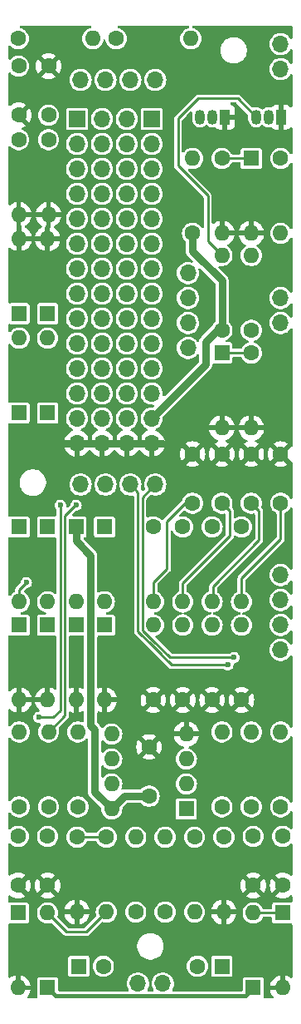
<source format=gbr>
%TF.GenerationSoftware,KiCad,Pcbnew,8.0.5*%
%TF.CreationDate,2024-11-21T14:29:38+00:00*%
%TF.ProjectId,EuroRackControl-IO,4575726f-5261-4636-9b43-6f6e74726f6c,rev?*%
%TF.SameCoordinates,Original*%
%TF.FileFunction,Copper,L2,Bot*%
%TF.FilePolarity,Positive*%
%FSLAX46Y46*%
G04 Gerber Fmt 4.6, Leading zero omitted, Abs format (unit mm)*
G04 Created by KiCad (PCBNEW 8.0.5) date 2024-11-21 14:29:38*
%MOMM*%
%LPD*%
G01*
G04 APERTURE LIST*
%TA.AperFunction,ComponentPad*%
%ADD10R,1.600000X1.600000*%
%TD*%
%TA.AperFunction,ComponentPad*%
%ADD11O,1.600000X1.600000*%
%TD*%
%TA.AperFunction,ComponentPad*%
%ADD12C,1.600000*%
%TD*%
%TA.AperFunction,ComponentPad*%
%ADD13R,1.050000X1.500000*%
%TD*%
%TA.AperFunction,ComponentPad*%
%ADD14O,1.050000X1.500000*%
%TD*%
%TA.AperFunction,ComponentPad*%
%ADD15O,1.700000X1.700000*%
%TD*%
%TA.AperFunction,ComponentPad*%
%ADD16R,1.700000X1.700000*%
%TD*%
%TA.AperFunction,ViaPad*%
%ADD17C,0.600000*%
%TD*%
%TA.AperFunction,Conductor*%
%ADD18C,0.400000*%
%TD*%
%TA.AperFunction,Conductor*%
%ADD19C,0.800000*%
%TD*%
%TA.AperFunction,Conductor*%
%ADD20C,0.250000*%
%TD*%
G04 APERTURE END LIST*
D10*
%TO.P,D201,1,K*%
%TO.N,Net-(D200-A)*%
X51500000Y-140800000D03*
D11*
%TO.P,D201,2,A*%
%TO.N,GND*%
X51500000Y-148420000D03*
%TD*%
D10*
%TO.P,C202,1*%
%TO.N,Net-(C202-Pad1)*%
X57700000Y-146240000D03*
D12*
%TO.P,C202,2*%
%TO.N,/AUDIO_OUT_2*%
X60200000Y-146240000D03*
%TD*%
%TO.P,R401,1*%
%TO.N,/MCU_CV_IN_1*%
X54600000Y-62100000D03*
D11*
%TO.P,R401,2*%
%TO.N,GND*%
X54600000Y-69720000D03*
%TD*%
D12*
%TO.P,R601,1*%
%TO.N,GND*%
X71300000Y-119120000D03*
D11*
%TO.P,R601,2*%
%TO.N,/MCU_OUT_3*%
X71300000Y-111500000D03*
%TD*%
D13*
%TO.P,Q1,1,E*%
%TO.N,GND*%
X72600000Y-59800000D03*
D14*
%TO.P,Q1,2,B*%
%TO.N,Net-(D300-K)*%
X71330000Y-59800000D03*
%TO.P,Q1,3,C*%
%TO.N,/MCU_GATE_IN_1*%
X70060000Y-59800000D03*
%TD*%
D12*
%TO.P,C100,1*%
%TO.N,Net-(C100-Pad1)*%
X78500000Y-133000000D03*
%TO.P,C100,2*%
%TO.N,GND*%
X78500000Y-138000000D03*
%TD*%
%TO.P,R204,1*%
%TO.N,Net-(U1B--)*%
X60500000Y-133080000D03*
D11*
%TO.P,R204,2*%
%TO.N,Net-(D200-A)*%
X60500000Y-140700000D03*
%TD*%
D10*
%TO.P,D101,1,K*%
%TO.N,Net-(D100-A)*%
X78500000Y-140800000D03*
D11*
%TO.P,D101,2,A*%
%TO.N,GND*%
X78500000Y-148420000D03*
%TD*%
D12*
%TO.P,R203,1*%
%TO.N,Net-(U1B--)*%
X57500000Y-133080000D03*
D11*
%TO.P,R203,2*%
%TO.N,GND*%
X57500000Y-140700000D03*
%TD*%
D12*
%TO.P,C600,1*%
%TO.N,/MCU_OUT_3*%
X75300000Y-99100000D03*
%TO.P,C600,2*%
%TO.N,GND*%
X75300000Y-94100000D03*
%TD*%
D10*
%TO.P,D401,1,K*%
%TO.N,/MCU_CV_IN_1*%
X54500000Y-79800000D03*
D11*
%TO.P,D401,2,A*%
%TO.N,GND*%
X54500000Y-72180000D03*
%TD*%
D12*
%TO.P,C101,1*%
%TO.N,Net-(U1A-+)*%
X75500000Y-133000000D03*
%TO.P,C101,2*%
%TO.N,GND*%
X75500000Y-138000000D03*
%TD*%
%TO.P,R351,1*%
%TO.N,Net-(D350-K)*%
X72300000Y-64000000D03*
D11*
%TO.P,R351,2*%
%TO.N,GND*%
X72300000Y-71620000D03*
%TD*%
D10*
%TO.P,U1,1*%
%TO.N,Net-(D100-A)*%
X68670000Y-130210000D03*
D11*
%TO.P,U1,2,-*%
%TO.N,Net-(U1A--)*%
X68670000Y-127670000D03*
%TO.P,U1,3,+*%
%TO.N,Net-(U1A-+)*%
X68670000Y-125130000D03*
%TO.P,U1,4,V-*%
%TO.N,GND*%
X68670000Y-122590000D03*
%TO.P,U1,5,+*%
%TO.N,Net-(U1B-+)*%
X61050000Y-122590000D03*
%TO.P,U1,6,-*%
%TO.N,Net-(U1B--)*%
X61050000Y-125130000D03*
%TO.P,U1,7*%
%TO.N,Net-(D200-A)*%
X61050000Y-127670000D03*
%TO.P,U1,8,V+*%
%TO.N,VCC*%
X61050000Y-130210000D03*
%TD*%
D15*
%TO.P,J10,1,Pin_1*%
%TO.N,/GATE_IN_1*%
X78300000Y-80760000D03*
%TO.P,J10,2,Pin_2*%
%TO.N,/GATE_IN_2*%
X78300000Y-78220000D03*
%TD*%
D12*
%TO.P,C550,1*%
%TO.N,/MCU_OUT_2*%
X72300000Y-99100000D03*
%TO.P,C550,2*%
%TO.N,GND*%
X72300000Y-94100000D03*
%TD*%
%TO.P,R651,1*%
%TO.N,GND*%
X74300000Y-119120000D03*
D11*
%TO.P,R651,2*%
%TO.N,/MCU_OUT_4*%
X74300000Y-111500000D03*
%TD*%
D12*
%TO.P,R104,1*%
%TO.N,Net-(U1A--)*%
X69500000Y-133080000D03*
D11*
%TO.P,R104,2*%
%TO.N,Net-(D100-A)*%
X69500000Y-140700000D03*
%TD*%
D10*
%TO.P,D500,1,K*%
%TO.N,VCC*%
X60300000Y-101500000D03*
D11*
%TO.P,D500,2,A*%
%TO.N,/MCU_OUT_1*%
X60300000Y-109120000D03*
%TD*%
D12*
%TO.P,R102,1*%
%TO.N,Net-(U1A-+)*%
X72300000Y-130000000D03*
D11*
%TO.P,R102,2*%
%TO.N,Net-(C100-Pad1)*%
X72300000Y-122380000D03*
%TD*%
D12*
%TO.P,C200,1*%
%TO.N,Net-(C200-Pad1)*%
X51500000Y-133000000D03*
%TO.P,C200,2*%
%TO.N,GND*%
X51500000Y-138000000D03*
%TD*%
D15*
%TO.P,J15,1,Pin_1*%
%TO.N,Net-(J15-Pin_1)*%
X60050000Y-60000000D03*
%TO.P,J15,2,Pin_2*%
%TO.N,Net-(J15-Pin_2)*%
X60050000Y-62540000D03*
%TO.P,J15,3,Pin_3*%
%TO.N,Net-(J15-Pin_3)*%
X60050000Y-65080000D03*
%TO.P,J15,4,Pin_4*%
%TO.N,Net-(J15-Pin_4)*%
X60050000Y-67620000D03*
%TO.P,J15,5,Pin_5*%
%TO.N,Net-(J15-Pin_5)*%
X60050000Y-70160000D03*
%TO.P,J15,6,Pin_6*%
%TO.N,Net-(J15-Pin_6)*%
X60050000Y-72700000D03*
%TO.P,J15,7,Pin_7*%
%TO.N,Net-(J15-Pin_7)*%
X60050000Y-75240000D03*
%TO.P,J15,8,Pin_8*%
%TO.N,Net-(J15-Pin_8)*%
X60050000Y-77780000D03*
%TO.P,J15,9,Pin_9*%
%TO.N,Net-(J15-Pin_9)*%
X60050000Y-80320000D03*
%TO.P,J15,10,Pin_10*%
%TO.N,Net-(J15-Pin_10)*%
X60050000Y-82860000D03*
%TO.P,J15,11,Pin_11*%
%TO.N,Net-(J15-Pin_11)*%
X60050000Y-85400000D03*
%TO.P,J15,12,Pin_12*%
%TO.N,Net-(J15-Pin_12)*%
X60050000Y-87940000D03*
%TO.P,J15,13,Pin_13*%
%TO.N,VCC*%
X60050000Y-90480000D03*
%TO.P,J15,14,Pin_14*%
%TO.N,GND*%
X60050000Y-93020000D03*
%TD*%
D12*
%TO.P,R100,1*%
%TO.N,Net-(C100-Pad1)*%
X78300000Y-130000000D03*
D11*
%TO.P,R100,2*%
%TO.N,/MCU_PWM_1_L*%
X78300000Y-122380000D03*
%TD*%
D12*
%TO.P,R302,1*%
%TO.N,VCC*%
X69300000Y-71620000D03*
D11*
%TO.P,R302,2*%
%TO.N,/MCU_GATE_IN_1*%
X69300000Y-64000000D03*
%TD*%
D12*
%TO.P,R501,1*%
%TO.N,GND*%
X65300000Y-119120000D03*
D11*
%TO.P,R501,2*%
%TO.N,/MCU_OUT_1*%
X65300000Y-111500000D03*
%TD*%
D15*
%TO.P,J13,1,Pin_1*%
%TO.N,/AUDIO_OUT_1*%
X66270000Y-148000000D03*
%TO.P,J13,2,Pin_2*%
%TO.N,/AUDIO_OUT_2*%
X63730000Y-148000000D03*
%TD*%
D12*
%TO.P,C400,1*%
%TO.N,/MCU_CV_IN_1*%
X54600000Y-59600000D03*
%TO.P,C400,2*%
%TO.N,GND*%
X54600000Y-54600000D03*
%TD*%
D15*
%TO.P,J16,1,Pin_1*%
%TO.N,Net-(J14-Pin_1)*%
X62590000Y-60000000D03*
%TO.P,J16,2,Pin_2*%
%TO.N,Net-(J14-Pin_2)*%
X62590000Y-62540000D03*
%TO.P,J16,3,Pin_3*%
%TO.N,Net-(J14-Pin_3)*%
X62590000Y-65080000D03*
%TO.P,J16,4,Pin_4*%
%TO.N,Net-(J14-Pin_4)*%
X62590000Y-67620000D03*
%TO.P,J16,5,Pin_5*%
%TO.N,Net-(J14-Pin_5)*%
X62590000Y-70160000D03*
%TO.P,J16,6,Pin_6*%
%TO.N,Net-(J14-Pin_6)*%
X62590000Y-72700000D03*
%TO.P,J16,7,Pin_7*%
%TO.N,Net-(J14-Pin_7)*%
X62590000Y-75240000D03*
%TO.P,J16,8,Pin_8*%
%TO.N,Net-(J14-Pin_8)*%
X62590000Y-77780000D03*
%TO.P,J16,9,Pin_9*%
%TO.N,Net-(J14-Pin_9)*%
X62590000Y-80320000D03*
%TO.P,J16,10,Pin_10*%
%TO.N,Net-(J14-Pin_10)*%
X62590000Y-82860000D03*
%TO.P,J16,11,Pin_11*%
%TO.N,Net-(J14-Pin_11)*%
X62590000Y-85400000D03*
%TO.P,J16,12,Pin_12*%
%TO.N,Net-(J14-Pin_12)*%
X62590000Y-87940000D03*
%TO.P,J16,13,Pin_13*%
%TO.N,VCC*%
X62590000Y-90480000D03*
%TO.P,J16,14,Pin_14*%
%TO.N,GND*%
X62590000Y-93020000D03*
%TD*%
D12*
%TO.P,R300,1*%
%TO.N,Net-(D300-K)*%
X75300000Y-81500000D03*
D11*
%TO.P,R300,2*%
%TO.N,/GATE_IN_1*%
X75300000Y-73880000D03*
%TD*%
D12*
%TO.P,R352,1*%
%TO.N,VCC*%
X72300000Y-81500000D03*
D11*
%TO.P,R352,2*%
%TO.N,/MCU_GATE_IN_2*%
X72300000Y-73880000D03*
%TD*%
D12*
%TO.P,C450,1*%
%TO.N,/MCU_CV_IN_2*%
X51550000Y-54600000D03*
%TO.P,C450,2*%
%TO.N,GND*%
X51550000Y-59600000D03*
%TD*%
D10*
%TO.P,D600,1,K*%
%TO.N,VCC*%
X54500000Y-101500000D03*
D11*
%TO.P,D600,2,A*%
%TO.N,/MCU_OUT_3*%
X54500000Y-109120000D03*
%TD*%
D15*
%TO.P,J12,1,Pin_1*%
%TO.N,/OUT_1*%
X78300000Y-114040000D03*
%TO.P,J12,2,Pin_2*%
%TO.N,/OUT_2*%
X78300000Y-111500000D03*
%TO.P,J12,3,Pin_3*%
%TO.N,/OUT_3*%
X78300000Y-108960000D03*
%TO.P,J12,4,Pin_4*%
%TO.N,/OUT_4*%
X78300000Y-106420000D03*
%TD*%
D10*
%TO.P,D100,1,K*%
%TO.N,VCC*%
X75500000Y-148420000D03*
D11*
%TO.P,D100,2,A*%
%TO.N,Net-(D100-A)*%
X75500000Y-140800000D03*
%TD*%
D12*
%TO.P,R101,1*%
%TO.N,Net-(C100-Pad1)*%
X75300000Y-130000000D03*
D11*
%TO.P,R101,2*%
%TO.N,/MCU_PWM_1_H*%
X75300000Y-122380000D03*
%TD*%
D10*
%TO.P,D501,1,K*%
%TO.N,/MCU_OUT_1*%
X60300000Y-111500000D03*
D11*
%TO.P,D501,2,A*%
%TO.N,GND*%
X60300000Y-119120000D03*
%TD*%
D12*
%TO.P,C650,1*%
%TO.N,/MCU_OUT_4*%
X78300000Y-99100000D03*
%TO.P,C650,2*%
%TO.N,GND*%
X78300000Y-94100000D03*
%TD*%
%TO.P,R551,1*%
%TO.N,GND*%
X68300000Y-119120000D03*
D11*
%TO.P,R551,2*%
%TO.N,/MCU_OUT_2*%
X68300000Y-111500000D03*
%TD*%
D12*
%TO.P,R103,1*%
%TO.N,Net-(U1A--)*%
X72500000Y-133080000D03*
D11*
%TO.P,R103,2*%
%TO.N,GND*%
X72500000Y-140700000D03*
%TD*%
D12*
%TO.P,R202,1*%
%TO.N,Net-(U1B-+)*%
X57600000Y-130000000D03*
D11*
%TO.P,R202,2*%
%TO.N,Net-(C200-Pad1)*%
X57600000Y-122380000D03*
%TD*%
D12*
%TO.P,R350,1*%
%TO.N,Net-(D350-K)*%
X78300000Y-64000000D03*
D11*
%TO.P,R350,2*%
%TO.N,/GATE_IN_2*%
X78300000Y-71620000D03*
%TD*%
D12*
%TO.P,R200,1*%
%TO.N,Net-(C200-Pad1)*%
X54600000Y-130000000D03*
D11*
%TO.P,R200,2*%
%TO.N,/MCU_PWM_2_L*%
X54600000Y-122380000D03*
%TD*%
D12*
%TO.P,R105,1*%
%TO.N,Net-(C102-Pad1)*%
X66500000Y-140700000D03*
D11*
%TO.P,R105,2*%
%TO.N,Net-(D100-A)*%
X66500000Y-133080000D03*
%TD*%
D10*
%TO.P,D350,1,K*%
%TO.N,Net-(D350-K)*%
X75300000Y-64000000D03*
D11*
%TO.P,D350,2,A*%
%TO.N,GND*%
X75300000Y-71620000D03*
%TD*%
D10*
%TO.P,D400,1,K*%
%TO.N,VCC*%
X54500000Y-89900000D03*
D11*
%TO.P,D400,2,A*%
%TO.N,/MCU_CV_IN_1*%
X54500000Y-82280000D03*
%TD*%
D12*
%TO.P,R301,1*%
%TO.N,Net-(D300-K)*%
X75300000Y-83800000D03*
D11*
%TO.P,R301,2*%
%TO.N,GND*%
X75300000Y-91420000D03*
%TD*%
D10*
%TO.P,D651,1,K*%
%TO.N,/MCU_OUT_4*%
X51600000Y-111500000D03*
D11*
%TO.P,D651,2,A*%
%TO.N,GND*%
X51600000Y-119120000D03*
%TD*%
D12*
%TO.P,R500,1*%
%TO.N,/OUT_1*%
X65300000Y-101500000D03*
D11*
%TO.P,R500,2*%
%TO.N,/MCU_OUT_1*%
X65300000Y-109120000D03*
%TD*%
D12*
%TO.P,R650,1*%
%TO.N,/OUT_4*%
X74300000Y-101500000D03*
D11*
%TO.P,R650,2*%
%TO.N,/MCU_OUT_4*%
X74300000Y-109120000D03*
%TD*%
D10*
%TO.P,D550,1,K*%
%TO.N,VCC*%
X57400000Y-101500000D03*
D11*
%TO.P,D550,2,A*%
%TO.N,/MCU_OUT_2*%
X57400000Y-109120000D03*
%TD*%
D10*
%TO.P,D200,1,K*%
%TO.N,VCC*%
X54500000Y-148420000D03*
D11*
%TO.P,D200,2,A*%
%TO.N,Net-(D200-A)*%
X54500000Y-140800000D03*
%TD*%
D10*
%TO.P,D450,1,K*%
%TO.N,VCC*%
X51600000Y-89900000D03*
D11*
%TO.P,D450,2,A*%
%TO.N,/MCU_CV_IN_2*%
X51600000Y-82280000D03*
%TD*%
D12*
%TO.P,C500,1*%
%TO.N,/MCU_OUT_1*%
X69300000Y-99100000D03*
%TO.P,C500,2*%
%TO.N,GND*%
X69300000Y-94100000D03*
%TD*%
%TO.P,C11,1*%
%TO.N,VCC*%
X64870000Y-128910000D03*
%TO.P,C11,2*%
%TO.N,GND*%
X64870000Y-123910000D03*
%TD*%
D10*
%TO.P,D601,1,K*%
%TO.N,/MCU_OUT_3*%
X54500000Y-111500000D03*
D11*
%TO.P,D601,2,A*%
%TO.N,GND*%
X54500000Y-119120000D03*
%TD*%
D12*
%TO.P,R600,1*%
%TO.N,/OUT_3*%
X71300000Y-101500000D03*
D11*
%TO.P,R600,2*%
%TO.N,/MCU_OUT_3*%
X71300000Y-109120000D03*
%TD*%
D12*
%TO.P,R400,1*%
%TO.N,/MCU_CV_IN_1*%
X61500000Y-51800000D03*
D11*
%TO.P,R400,2*%
%TO.N,/CV_IN_1*%
X69120000Y-51800000D03*
%TD*%
D10*
%TO.P,D551,1,K*%
%TO.N,/MCU_OUT_2*%
X57400000Y-111500000D03*
D11*
%TO.P,D551,2,A*%
%TO.N,GND*%
X57400000Y-119120000D03*
%TD*%
D12*
%TO.P,R451,1*%
%TO.N,/MCU_CV_IN_2*%
X51550000Y-62100000D03*
D11*
%TO.P,R451,2*%
%TO.N,GND*%
X51550000Y-69720000D03*
%TD*%
D10*
%TO.P,C102,1*%
%TO.N,Net-(C102-Pad1)*%
X72300000Y-146240000D03*
D12*
%TO.P,C102,2*%
%TO.N,/AUDIO_OUT_1*%
X69800000Y-146240000D03*
%TD*%
D13*
%TO.P,Q2,1,E*%
%TO.N,GND*%
X78340000Y-59800000D03*
D14*
%TO.P,Q2,2,B*%
%TO.N,Net-(D350-K)*%
X77070000Y-59800000D03*
%TO.P,Q2,3,C*%
%TO.N,/MCU_GATE_IN_2*%
X75800000Y-59800000D03*
%TD*%
D15*
%TO.P,J8,1,Pin_1*%
%TO.N,/MCU_OUT_1*%
X68830000Y-83300000D03*
%TO.P,J8,2,Pin_2*%
%TO.N,/MCU_OUT_2*%
X68830000Y-80760000D03*
%TO.P,J8,3,Pin_3*%
%TO.N,/MCU_OUT_3*%
X68830000Y-78220000D03*
%TO.P,J8,4,Pin_4*%
%TO.N,/MCU_OUT_4*%
X68830000Y-75680000D03*
%TD*%
D10*
%TO.P,D300,1,K*%
%TO.N,Net-(D300-K)*%
X72300000Y-83800000D03*
D11*
%TO.P,D300,2,A*%
%TO.N,GND*%
X72300000Y-91420000D03*
%TD*%
D12*
%TO.P,R450,1*%
%TO.N,/MCU_CV_IN_2*%
X51500000Y-51800000D03*
D11*
%TO.P,R450,2*%
%TO.N,/CV_IN_2*%
X59120000Y-51800000D03*
%TD*%
D15*
%TO.P,J11,1,Pin_1*%
%TO.N,/CV_IN_1*%
X78300000Y-52365000D03*
%TO.P,J11,2,Pin_2*%
%TO.N,/CV_IN_2*%
X78300000Y-54905000D03*
%TD*%
D10*
%TO.P,D650,1,K*%
%TO.N,VCC*%
X51600000Y-101500000D03*
D11*
%TO.P,D650,2,A*%
%TO.N,/MCU_OUT_4*%
X51600000Y-109120000D03*
%TD*%
D15*
%TO.P,J7,1,Pin_1*%
%TO.N,/MCU_GATE_IN_1*%
X65500000Y-56000000D03*
%TO.P,J7,2,Pin_2*%
%TO.N,/MCU_GATE_IN_2*%
X62960000Y-56000000D03*
%TO.P,J7,3,Pin_3*%
%TO.N,/MCU_CV_IN_1*%
X60420000Y-56000000D03*
%TO.P,J7,4,Pin_4*%
%TO.N,/MCU_CV_IN_2*%
X57880000Y-56000000D03*
%TD*%
D10*
%TO.P,D451,1,K*%
%TO.N,/MCU_CV_IN_2*%
X51600000Y-79800000D03*
D11*
%TO.P,D451,2,A*%
%TO.N,GND*%
X51600000Y-72180000D03*
%TD*%
D12*
%TO.P,R550,1*%
%TO.N,/OUT_2*%
X68300000Y-101500000D03*
D11*
%TO.P,R550,2*%
%TO.N,/MCU_OUT_2*%
X68300000Y-109120000D03*
%TD*%
D12*
%TO.P,R205,1*%
%TO.N,Net-(C202-Pad1)*%
X63500000Y-140700000D03*
D11*
%TO.P,R205,2*%
%TO.N,Net-(D200-A)*%
X63500000Y-133080000D03*
%TD*%
D12*
%TO.P,C201,1*%
%TO.N,Net-(U1B-+)*%
X54500000Y-133000000D03*
%TO.P,C201,2*%
%TO.N,GND*%
X54500000Y-138000000D03*
%TD*%
D15*
%TO.P,J9,1,Pin_1*%
%TO.N,/MCU_PWM_1_L*%
X65500000Y-97200000D03*
%TO.P,J9,2,Pin_2*%
%TO.N,/MCU_PWM_1_H*%
X62960000Y-97200000D03*
%TO.P,J9,3,Pin_3*%
%TO.N,/MCU_PWM_2_L*%
X60420000Y-97200000D03*
%TO.P,J9,4,Pin_4*%
%TO.N,/MCU_PWM_2_H*%
X57880000Y-97200000D03*
%TD*%
D12*
%TO.P,R201,1*%
%TO.N,Net-(C200-Pad1)*%
X51600000Y-130000000D03*
D11*
%TO.P,R201,2*%
%TO.N,/MCU_PWM_2_H*%
X51600000Y-122380000D03*
%TD*%
D16*
%TO.P,J14,1,Pin_1*%
%TO.N,Net-(J14-Pin_1)*%
X65130000Y-60000000D03*
D15*
%TO.P,J14,2,Pin_2*%
%TO.N,Net-(J14-Pin_2)*%
X65130000Y-62540000D03*
%TO.P,J14,3,Pin_3*%
%TO.N,Net-(J14-Pin_3)*%
X65130000Y-65080000D03*
%TO.P,J14,4,Pin_4*%
%TO.N,Net-(J14-Pin_4)*%
X65130000Y-67620000D03*
%TO.P,J14,5,Pin_5*%
%TO.N,Net-(J14-Pin_5)*%
X65130000Y-70160000D03*
%TO.P,J14,6,Pin_6*%
%TO.N,Net-(J14-Pin_6)*%
X65130000Y-72700000D03*
%TO.P,J14,7,Pin_7*%
%TO.N,Net-(J14-Pin_7)*%
X65130000Y-75240000D03*
%TO.P,J14,8,Pin_8*%
%TO.N,Net-(J14-Pin_8)*%
X65130000Y-77780000D03*
%TO.P,J14,9,Pin_9*%
%TO.N,Net-(J14-Pin_9)*%
X65130000Y-80320000D03*
%TO.P,J14,10,Pin_10*%
%TO.N,Net-(J14-Pin_10)*%
X65130000Y-82860000D03*
%TO.P,J14,11,Pin_11*%
%TO.N,Net-(J14-Pin_11)*%
X65130000Y-85400000D03*
%TO.P,J14,12,Pin_12*%
%TO.N,Net-(J14-Pin_12)*%
X65130000Y-87940000D03*
%TO.P,J14,13,Pin_13*%
%TO.N,VCC*%
X65130000Y-90480000D03*
%TO.P,J14,14,Pin_14*%
%TO.N,GND*%
X65130000Y-93020000D03*
%TD*%
D16*
%TO.P,J4,1,Pin_1*%
%TO.N,Net-(J15-Pin_1)*%
X57510000Y-60000000D03*
D15*
%TO.P,J4,2,Pin_2*%
%TO.N,Net-(J15-Pin_2)*%
X57510000Y-62540000D03*
%TO.P,J4,3,Pin_3*%
%TO.N,Net-(J15-Pin_3)*%
X57510000Y-65080000D03*
%TO.P,J4,4,Pin_4*%
%TO.N,Net-(J15-Pin_4)*%
X57510000Y-67620000D03*
%TO.P,J4,5,Pin_5*%
%TO.N,Net-(J15-Pin_5)*%
X57510000Y-70160000D03*
%TO.P,J4,6,Pin_6*%
%TO.N,Net-(J15-Pin_6)*%
X57510000Y-72700000D03*
%TO.P,J4,7,Pin_7*%
%TO.N,Net-(J15-Pin_7)*%
X57510000Y-75240000D03*
%TO.P,J4,8,Pin_8*%
%TO.N,Net-(J15-Pin_8)*%
X57510000Y-77780000D03*
%TO.P,J4,9,Pin_9*%
%TO.N,Net-(J15-Pin_9)*%
X57510000Y-80320000D03*
%TO.P,J4,10,Pin_10*%
%TO.N,Net-(J15-Pin_10)*%
X57510000Y-82860000D03*
%TO.P,J4,11,Pin_11*%
%TO.N,Net-(J15-Pin_11)*%
X57510000Y-85400000D03*
%TO.P,J4,12,Pin_12*%
%TO.N,Net-(J15-Pin_12)*%
X57510000Y-87940000D03*
%TO.P,J4,13,Pin_13*%
%TO.N,VCC*%
X57510000Y-90480000D03*
%TO.P,J4,14,Pin_14*%
%TO.N,GND*%
X57510000Y-93020000D03*
%TD*%
D17*
%TO.N,GND*%
X67818000Y-144526000D03*
X56388000Y-125984000D03*
X76770000Y-125940000D03*
X69360000Y-67790000D03*
X69850000Y-110236000D03*
X62330000Y-106172000D03*
X68326000Y-105156000D03*
X78740000Y-117602000D03*
X54356000Y-103378000D03*
X54350000Y-85970000D03*
X51540000Y-85940000D03*
X74422000Y-56642000D03*
X73406000Y-106680000D03*
X52832000Y-123444000D03*
X73770000Y-75510000D03*
X66802000Y-110236000D03*
X67564000Y-58674000D03*
X51562000Y-114046000D03*
X71882000Y-105156000D03*
X54740000Y-77530000D03*
X78220000Y-83370000D03*
X66802000Y-86614000D03*
X68326000Y-85090000D03*
X68580000Y-55670000D03*
X64516000Y-52578000D03*
X53110000Y-126230000D03*
X62390000Y-110880000D03*
X60452000Y-106172000D03*
X62330000Y-99314000D03*
X51562000Y-103378000D03*
X64960000Y-135128000D03*
X68072000Y-135128000D03*
X51090000Y-77530000D03*
X54356000Y-114020000D03*
X53086000Y-141986000D03*
X59930000Y-53850000D03*
X72898000Y-110236000D03*
X61790000Y-144526000D03*
X69088000Y-61214000D03*
X65024000Y-138938000D03*
X56642000Y-147828000D03*
X60198000Y-114046000D03*
X69596000Y-138176000D03*
X67310000Y-73914000D03*
%TO.N,/MCU_OUT_4*%
X52324000Y-107188000D03*
%TO.N,/MCU_PWM_1_L*%
X73552496Y-114808000D03*
%TO.N,/MCU_PWM_2_L*%
X57404000Y-99314000D03*
%TO.N,/MCU_PWM_1_H*%
X72898000Y-115570000D03*
%TO.N,/MCU_PWM_2_H*%
X55810000Y-99314000D03*
X53594000Y-120904000D03*
%TD*%
D18*
%TO.N,GND*%
X58788561Y-91760686D02*
X58788561Y-93086686D01*
X61319625Y-92059222D02*
X61319625Y-93131222D01*
D19*
X57510000Y-93020000D02*
X56190000Y-93020000D01*
X57510000Y-93020000D02*
X65130000Y-93020000D01*
D18*
X63876649Y-91812605D02*
X63876649Y-93138605D01*
D19*
X65130000Y-93020000D02*
X66238000Y-93020000D01*
D20*
%TO.N,/MCU_OUT_1*%
X65300000Y-109120000D02*
X65300000Y-107166000D01*
X65300000Y-107166000D02*
X66675000Y-105791000D01*
X66675000Y-105791000D02*
X66675000Y-100965000D01*
X68540000Y-99100000D02*
X69300000Y-99100000D01*
X66675000Y-100965000D02*
X68540000Y-99100000D01*
%TO.N,/MCU_OUT_2*%
X68300000Y-107214000D02*
X68300000Y-109120000D01*
X73099999Y-102414001D02*
X68300000Y-107214000D01*
X72300000Y-99100000D02*
X73099999Y-99899999D01*
X73099999Y-99899999D02*
X73099999Y-102414001D01*
D19*
%TO.N,VCC*%
X71800000Y-81500000D02*
X72300000Y-81500000D01*
X62350000Y-128910000D02*
X62810000Y-128910000D01*
X69300000Y-73430000D02*
X69300000Y-71620000D01*
X62810000Y-128910000D02*
X64870000Y-128910000D01*
D18*
X74670000Y-149250000D02*
X55330000Y-149250000D01*
D19*
X72300000Y-76430000D02*
X69300000Y-73430000D01*
X59310000Y-122110101D02*
X58900000Y-121700101D01*
X72300000Y-81500000D02*
X72300000Y-76430000D01*
X70650000Y-82650000D02*
X71800000Y-81500000D01*
D18*
X55330000Y-149250000D02*
X54500000Y-148420000D01*
D19*
X57400000Y-102922000D02*
X57400000Y-101500000D01*
X58900000Y-104422000D02*
X57400000Y-102922000D01*
X61050000Y-130210000D02*
X62350000Y-128910000D01*
D18*
X75500000Y-148420000D02*
X74670000Y-149250000D01*
D19*
X58900000Y-121700101D02*
X58900000Y-104422000D01*
X65130000Y-90480000D02*
X70650000Y-84960000D01*
X61050000Y-130210000D02*
X59310000Y-128470000D01*
X70650000Y-84960000D02*
X70650000Y-82650000D01*
X59310000Y-128470000D02*
X59310000Y-122110101D01*
D20*
%TO.N,/MCU_OUT_3*%
X71300000Y-109120000D02*
X71414000Y-109006000D01*
X75300000Y-99100000D02*
X76099999Y-99899999D01*
X76099999Y-99899999D02*
X76099999Y-102870000D01*
X71414000Y-107555999D02*
X76099999Y-102870000D01*
X71414000Y-109006000D02*
X71414000Y-107555999D01*
%TO.N,/MCU_OUT_4*%
X51600000Y-109120000D02*
X51600000Y-107912000D01*
X74300000Y-106756396D02*
X74300000Y-109120000D01*
X78300000Y-99100000D02*
X78300000Y-102756396D01*
X51600000Y-107912000D02*
X52324000Y-107188000D01*
X78300000Y-102756396D02*
X74300000Y-106756396D01*
%TO.N,/MCU_GATE_IN_2*%
X70866000Y-67818000D02*
X67818000Y-64770000D01*
X73912000Y-57912000D02*
X75800000Y-59800000D01*
X70866000Y-72446000D02*
X70866000Y-67818000D01*
X67818000Y-59944000D02*
X69850000Y-57912000D01*
X72300000Y-73880000D02*
X70866000Y-72446000D01*
X69850000Y-57912000D02*
X73912000Y-57912000D01*
X67818000Y-64770000D02*
X67818000Y-59944000D01*
%TO.N,/MCU_PWM_1_L*%
X65893504Y-113684496D02*
X65512504Y-113303496D01*
X64175000Y-111965991D02*
X64175000Y-98525000D01*
X65512504Y-113303496D02*
X64242504Y-112033496D01*
X64175000Y-98525000D02*
X65500000Y-97200000D01*
X64242504Y-112033496D02*
X64175000Y-111965991D01*
X73552496Y-114808000D02*
X67017008Y-114808000D01*
X67017008Y-114808000D02*
X64242504Y-112033496D01*
%TO.N,/MCU_PWM_2_L*%
X57371000Y-99314000D02*
X57404000Y-99314000D01*
X56275000Y-100410000D02*
X57371000Y-99314000D01*
X54600000Y-122380000D02*
X56275000Y-120705000D01*
X56275000Y-120705000D02*
X56275000Y-100410000D01*
%TO.N,Net-(U1B--)*%
X57500000Y-133080000D02*
X60500000Y-133080000D01*
%TO.N,/MCU_PWM_1_H*%
X72898000Y-115570000D02*
X67142613Y-115570000D01*
X63725000Y-97965000D02*
X62960000Y-97200000D01*
X64940306Y-113367694D02*
X63725000Y-112152387D01*
X66126612Y-114554000D02*
X64940306Y-113367694D01*
X67142613Y-115570000D02*
X63725000Y-112152387D01*
X63725000Y-112152387D02*
X63725000Y-97965000D01*
%TO.N,/MCU_PWM_2_H*%
X55081000Y-120904000D02*
X53594000Y-120904000D01*
X55810000Y-99314000D02*
X55810000Y-120175000D01*
X55810000Y-120175000D02*
X55081000Y-120904000D01*
%TO.N,Net-(D100-A)*%
X78500000Y-140800000D02*
X75500000Y-140800000D01*
%TO.N,Net-(D200-A)*%
X56448000Y-142748000D02*
X58452000Y-142748000D01*
X54500000Y-140800000D02*
X56448000Y-142748000D01*
X58452000Y-142748000D02*
X60500000Y-140700000D01*
%TO.N,Net-(D300-K)*%
X72300000Y-83800000D02*
X75300000Y-83800000D01*
%TO.N,Net-(D350-K)*%
X72300000Y-64000000D02*
X75300000Y-64000000D01*
%TD*%
%TA.AperFunction,Conductor*%
%TO.N,GND*%
G36*
X58162539Y-112600185D02*
G01*
X58208294Y-112652989D01*
X58219500Y-112704500D01*
X58219500Y-117873106D01*
X58199815Y-117940145D01*
X58147011Y-117985900D01*
X58077853Y-117995844D01*
X58043096Y-117985488D01*
X57846330Y-117893735D01*
X57650000Y-117841127D01*
X57650000Y-118804314D01*
X57645606Y-118799920D01*
X57554394Y-118747259D01*
X57452661Y-118720000D01*
X57347339Y-118720000D01*
X57245606Y-118747259D01*
X57154394Y-118799920D01*
X57150000Y-118804314D01*
X57150000Y-117841127D01*
X56953669Y-117893735D01*
X56856904Y-117938857D01*
X56787826Y-117949349D01*
X56724043Y-117920829D01*
X56685804Y-117862352D01*
X56680500Y-117826475D01*
X56680500Y-112704500D01*
X56700185Y-112637461D01*
X56752989Y-112591706D01*
X56804500Y-112580500D01*
X58095500Y-112580500D01*
X58162539Y-112600185D01*
G37*
%TD.AperFunction*%
%TA.AperFunction,Conductor*%
G36*
X54850000Y-70939000D02*
G01*
X54830315Y-71006039D01*
X54777511Y-71051794D01*
X54756672Y-71056327D01*
X54750000Y-71063000D01*
X54750000Y-71864314D01*
X54745606Y-71859920D01*
X54654394Y-71807259D01*
X54552661Y-71780000D01*
X54447339Y-71780000D01*
X54345606Y-71807259D01*
X54254394Y-71859920D01*
X54250000Y-71864314D01*
X54250000Y-70961000D01*
X54269685Y-70893961D01*
X54322489Y-70848206D01*
X54343327Y-70843672D01*
X54350000Y-70837000D01*
X54350000Y-70035686D01*
X54354394Y-70040080D01*
X54445606Y-70092741D01*
X54547339Y-70120000D01*
X54652661Y-70120000D01*
X54754394Y-70092741D01*
X54845606Y-70040080D01*
X54850000Y-70035686D01*
X54850000Y-70939000D01*
G37*
%TD.AperFunction*%
%TA.AperFunction,Conductor*%
G36*
X58920290Y-50520185D02*
G01*
X58966045Y-50572989D01*
X58975989Y-50642147D01*
X58946964Y-50705703D01*
X58888186Y-50743477D01*
X58876047Y-50746386D01*
X58823040Y-50756295D01*
X58823037Y-50756295D01*
X58823037Y-50756296D01*
X58636316Y-50828631D01*
X58636314Y-50828632D01*
X58466062Y-50934049D01*
X58318081Y-51068950D01*
X58197406Y-51228750D01*
X58197401Y-51228758D01*
X58108151Y-51407995D01*
X58108145Y-51408010D01*
X58053347Y-51600606D01*
X58053346Y-51600608D01*
X58034871Y-51799999D01*
X58034871Y-51800000D01*
X58053346Y-51999391D01*
X58053347Y-51999393D01*
X58108145Y-52191989D01*
X58108151Y-52192004D01*
X58197401Y-52371241D01*
X58197406Y-52371249D01*
X58318081Y-52531049D01*
X58364779Y-52573619D01*
X58466064Y-52665952D01*
X58636316Y-52771368D01*
X58823040Y-52843705D01*
X59019877Y-52880500D01*
X59019879Y-52880500D01*
X59220121Y-52880500D01*
X59220123Y-52880500D01*
X59416960Y-52843705D01*
X59603684Y-52771368D01*
X59773936Y-52665952D01*
X59921920Y-52531047D01*
X60042595Y-52371247D01*
X60131853Y-52191994D01*
X60186653Y-51999392D01*
X60186653Y-51999383D01*
X60187707Y-51993754D01*
X60189189Y-51994031D01*
X60212315Y-51935793D01*
X60269115Y-51895105D01*
X60338896Y-51891585D01*
X60399502Y-51926350D01*
X60431693Y-51988362D01*
X60433050Y-51997805D01*
X60433347Y-51999393D01*
X60488145Y-52191989D01*
X60488151Y-52192004D01*
X60577401Y-52371241D01*
X60577406Y-52371249D01*
X60698081Y-52531049D01*
X60744779Y-52573619D01*
X60846064Y-52665952D01*
X61016316Y-52771368D01*
X61203040Y-52843705D01*
X61399877Y-52880500D01*
X61399879Y-52880500D01*
X61600121Y-52880500D01*
X61600123Y-52880500D01*
X61796960Y-52843705D01*
X61983684Y-52771368D01*
X62153936Y-52665952D01*
X62301920Y-52531047D01*
X62422595Y-52371247D01*
X62511853Y-52191994D01*
X62566653Y-51999392D01*
X62585129Y-51800000D01*
X62576642Y-51708414D01*
X62566653Y-51600608D01*
X62566652Y-51600606D01*
X62566513Y-51600118D01*
X62511853Y-51408006D01*
X62482314Y-51348684D01*
X62422598Y-51228758D01*
X62422593Y-51228750D01*
X62301918Y-51068950D01*
X62153937Y-50934049D01*
X62153936Y-50934048D01*
X62089101Y-50893903D01*
X61983685Y-50828632D01*
X61983683Y-50828631D01*
X61847152Y-50775739D01*
X61796960Y-50756295D01*
X61743962Y-50746388D01*
X61681683Y-50714721D01*
X61646410Y-50654409D01*
X61649344Y-50584600D01*
X61689553Y-50527460D01*
X61754271Y-50501129D01*
X61766749Y-50500500D01*
X68853251Y-50500500D01*
X68920290Y-50520185D01*
X68966045Y-50572989D01*
X68975989Y-50642147D01*
X68946964Y-50705703D01*
X68888186Y-50743477D01*
X68876047Y-50746386D01*
X68823040Y-50756295D01*
X68823037Y-50756295D01*
X68823037Y-50756296D01*
X68636316Y-50828631D01*
X68636314Y-50828632D01*
X68466062Y-50934049D01*
X68318081Y-51068950D01*
X68197406Y-51228750D01*
X68197401Y-51228758D01*
X68108151Y-51407995D01*
X68108145Y-51408010D01*
X68053347Y-51600606D01*
X68053346Y-51600608D01*
X68034871Y-51799999D01*
X68034871Y-51800000D01*
X68053346Y-51999391D01*
X68053347Y-51999393D01*
X68108145Y-52191989D01*
X68108151Y-52192004D01*
X68197401Y-52371241D01*
X68197406Y-52371249D01*
X68318081Y-52531049D01*
X68364779Y-52573619D01*
X68466064Y-52665952D01*
X68636316Y-52771368D01*
X68823040Y-52843705D01*
X69019877Y-52880500D01*
X69019879Y-52880500D01*
X69220121Y-52880500D01*
X69220123Y-52880500D01*
X69416960Y-52843705D01*
X69603684Y-52771368D01*
X69773936Y-52665952D01*
X69921920Y-52531047D01*
X70042595Y-52371247D01*
X70131853Y-52191994D01*
X70186653Y-51999392D01*
X70205129Y-51800000D01*
X70196642Y-51708414D01*
X70186653Y-51600608D01*
X70186652Y-51600606D01*
X70186513Y-51600118D01*
X70131853Y-51408006D01*
X70102314Y-51348684D01*
X70042598Y-51228758D01*
X70042593Y-51228750D01*
X69921918Y-51068950D01*
X69773937Y-50934049D01*
X69773936Y-50934048D01*
X69709101Y-50893903D01*
X69603685Y-50828632D01*
X69603683Y-50828631D01*
X69467152Y-50775739D01*
X69416960Y-50756295D01*
X69363962Y-50746388D01*
X69301683Y-50714721D01*
X69266410Y-50654409D01*
X69269344Y-50584600D01*
X69309553Y-50527460D01*
X69374271Y-50501129D01*
X69386749Y-50500500D01*
X79375500Y-50500500D01*
X79442539Y-50520185D01*
X79488294Y-50572989D01*
X79499500Y-50624500D01*
X79499500Y-51710464D01*
X79479815Y-51777503D01*
X79427011Y-51823258D01*
X79357853Y-51833202D01*
X79294297Y-51804177D01*
X79269114Y-51771690D01*
X79268305Y-51772191D01*
X79265290Y-51767322D01*
X79251034Y-51748444D01*
X79139029Y-51600124D01*
X79139026Y-51600121D01*
X79139023Y-51600118D01*
X78984199Y-51458978D01*
X78984194Y-51458974D01*
X78806069Y-51348684D01*
X78806063Y-51348682D01*
X78610701Y-51272998D01*
X78404756Y-51234500D01*
X78195244Y-51234500D01*
X77989299Y-51272998D01*
X77865752Y-51320860D01*
X77793936Y-51348682D01*
X77793930Y-51348684D01*
X77615805Y-51458974D01*
X77615800Y-51458978D01*
X77460976Y-51600118D01*
X77460973Y-51600121D01*
X77334712Y-51767318D01*
X77241328Y-51954856D01*
X77241323Y-51954869D01*
X77183987Y-52156381D01*
X77164657Y-52364999D01*
X77164657Y-52365000D01*
X77183987Y-52573618D01*
X77241323Y-52775130D01*
X77241328Y-52775143D01*
X77334712Y-52962681D01*
X77460973Y-53129878D01*
X77460976Y-53129881D01*
X77615800Y-53271021D01*
X77615805Y-53271025D01*
X77793930Y-53381315D01*
X77793931Y-53381315D01*
X77793934Y-53381317D01*
X77989299Y-53457002D01*
X78195244Y-53495500D01*
X78195246Y-53495500D01*
X78404754Y-53495500D01*
X78404756Y-53495500D01*
X78610701Y-53457002D01*
X78806066Y-53381317D01*
X78984197Y-53271023D01*
X79139029Y-53129876D01*
X79265288Y-52962681D01*
X79265290Y-52962677D01*
X79268305Y-52957809D01*
X79269689Y-52958666D01*
X79311998Y-52913029D01*
X79379660Y-52895605D01*
X79446002Y-52917527D01*
X79489959Y-52971837D01*
X79499500Y-53019535D01*
X79499500Y-54250464D01*
X79479815Y-54317503D01*
X79427011Y-54363258D01*
X79357853Y-54373202D01*
X79294297Y-54344177D01*
X79269114Y-54311690D01*
X79268305Y-54312191D01*
X79265290Y-54307322D01*
X79244597Y-54279920D01*
X79139029Y-54140124D01*
X79139026Y-54140121D01*
X79139023Y-54140118D01*
X78984199Y-53998978D01*
X78984194Y-53998974D01*
X78806069Y-53888684D01*
X78806063Y-53888682D01*
X78610701Y-53812998D01*
X78404756Y-53774500D01*
X78195244Y-53774500D01*
X77989299Y-53812998D01*
X77886855Y-53852685D01*
X77793936Y-53888682D01*
X77793930Y-53888684D01*
X77615805Y-53998974D01*
X77615800Y-53998978D01*
X77460976Y-54140118D01*
X77460973Y-54140121D01*
X77334712Y-54307318D01*
X77241328Y-54494856D01*
X77241323Y-54494869D01*
X77183987Y-54696381D01*
X77164657Y-54904999D01*
X77164657Y-54905000D01*
X77183987Y-55113618D01*
X77241323Y-55315130D01*
X77241328Y-55315143D01*
X77301312Y-55435605D01*
X77334712Y-55502681D01*
X77441206Y-55643703D01*
X77460973Y-55669878D01*
X77460976Y-55669881D01*
X77615800Y-55811021D01*
X77615805Y-55811025D01*
X77793930Y-55921315D01*
X77793931Y-55921315D01*
X77793934Y-55921317D01*
X77989299Y-55997002D01*
X78195244Y-56035500D01*
X78195246Y-56035500D01*
X78404754Y-56035500D01*
X78404756Y-56035500D01*
X78610701Y-55997002D01*
X78806066Y-55921317D01*
X78984197Y-55811023D01*
X79139029Y-55669876D01*
X79265288Y-55502681D01*
X79265290Y-55502677D01*
X79268305Y-55497809D01*
X79269689Y-55498666D01*
X79311998Y-55453029D01*
X79379660Y-55435605D01*
X79446002Y-55457527D01*
X79489959Y-55511837D01*
X79499500Y-55559535D01*
X79499500Y-58690693D01*
X79479815Y-58757732D01*
X79427011Y-58803487D01*
X79357853Y-58813431D01*
X79294297Y-58784406D01*
X79276234Y-58765005D01*
X79222187Y-58692809D01*
X79107093Y-58606649D01*
X79107086Y-58606645D01*
X78972379Y-58556403D01*
X78972372Y-58556401D01*
X78912844Y-58550000D01*
X78590000Y-58550000D01*
X78590000Y-59519670D01*
X78570255Y-59499925D01*
X78484745Y-59450556D01*
X78389370Y-59425000D01*
X78290630Y-59425000D01*
X78195255Y-59450556D01*
X78109745Y-59499925D01*
X78090000Y-59519670D01*
X78090000Y-58550000D01*
X77767155Y-58550000D01*
X77707627Y-58556401D01*
X77707620Y-58556403D01*
X77572913Y-58606645D01*
X77572906Y-58606649D01*
X77457812Y-58692809D01*
X77457810Y-58692811D01*
X77414684Y-58750419D01*
X77358750Y-58792289D01*
X77291228Y-58797723D01*
X77149339Y-58769500D01*
X77149335Y-58769500D01*
X76990665Y-58769500D01*
X76990662Y-58769500D01*
X76835051Y-58800453D01*
X76835043Y-58800455D01*
X76688456Y-58861174D01*
X76688446Y-58861179D01*
X76556524Y-58949327D01*
X76556520Y-58949330D01*
X76522681Y-58983170D01*
X76461358Y-59016655D01*
X76391666Y-59011671D01*
X76347319Y-58983170D01*
X76313479Y-58949330D01*
X76313475Y-58949327D01*
X76181553Y-58861179D01*
X76181543Y-58861174D01*
X76034956Y-58800455D01*
X76034948Y-58800453D01*
X75879338Y-58769500D01*
X75879335Y-58769500D01*
X75720665Y-58769500D01*
X75720662Y-58769500D01*
X75565051Y-58800453D01*
X75565039Y-58800456D01*
X75506444Y-58824727D01*
X75436974Y-58832196D01*
X75374495Y-58800920D01*
X75371311Y-58797847D01*
X74160984Y-57587520D01*
X74160979Y-57587516D01*
X74068519Y-57534135D01*
X74068518Y-57534134D01*
X74068517Y-57534134D01*
X73965385Y-57506500D01*
X69903385Y-57506500D01*
X69796615Y-57506500D01*
X69693483Y-57534134D01*
X69693480Y-57534135D01*
X69601020Y-57587516D01*
X69601015Y-57587520D01*
X67493520Y-59695015D01*
X67493516Y-59695020D01*
X67440135Y-59787480D01*
X67440134Y-59787483D01*
X67412500Y-59890615D01*
X67412500Y-64716615D01*
X67412500Y-64823385D01*
X67425361Y-64871381D01*
X67440134Y-64926516D01*
X67440135Y-64926519D01*
X67493516Y-65018979D01*
X67493520Y-65018984D01*
X70424181Y-67949645D01*
X70457666Y-68010968D01*
X70460500Y-68037326D01*
X70460500Y-70999314D01*
X70440815Y-71066353D01*
X70388011Y-71112108D01*
X70318853Y-71122052D01*
X70255297Y-71093027D01*
X70225500Y-71054586D01*
X70222598Y-71048758D01*
X70222593Y-71048750D01*
X70101918Y-70888950D01*
X69953937Y-70754049D01*
X69953936Y-70754048D01*
X69889101Y-70713903D01*
X69783685Y-70648632D01*
X69783683Y-70648631D01*
X69647152Y-70595739D01*
X69596960Y-70576295D01*
X69400123Y-70539500D01*
X69199877Y-70539500D01*
X69003040Y-70576295D01*
X69003037Y-70576295D01*
X69003037Y-70576296D01*
X68816316Y-70648631D01*
X68816314Y-70648632D01*
X68646062Y-70754049D01*
X68498081Y-70888950D01*
X68377406Y-71048750D01*
X68377401Y-71048758D01*
X68288151Y-71227995D01*
X68288145Y-71228010D01*
X68233347Y-71420606D01*
X68233346Y-71420608D01*
X68214871Y-71619999D01*
X68214871Y-71620000D01*
X68233346Y-71819391D01*
X68233347Y-71819393D01*
X68288145Y-72011989D01*
X68288151Y-72012004D01*
X68377401Y-72191241D01*
X68377406Y-72191249D01*
X68438751Y-72272482D01*
X68498080Y-72351047D01*
X68543678Y-72392615D01*
X68579037Y-72424848D01*
X68615319Y-72484559D01*
X68619500Y-72516486D01*
X68619500Y-73497021D01*
X68645650Y-73628495D01*
X68645651Y-73628497D01*
X68667608Y-73681506D01*
X68696946Y-73752335D01*
X68723451Y-73792002D01*
X68771420Y-73863794D01*
X69304421Y-74396795D01*
X69337906Y-74458118D01*
X69332922Y-74527810D01*
X69291050Y-74583743D01*
X69225586Y-74608160D01*
X69171947Y-74600103D01*
X69140701Y-74587998D01*
X68934756Y-74549500D01*
X68725244Y-74549500D01*
X68519299Y-74587998D01*
X68459803Y-74611047D01*
X68323936Y-74663682D01*
X68323930Y-74663684D01*
X68145805Y-74773974D01*
X68145800Y-74773978D01*
X67990976Y-74915118D01*
X67990973Y-74915121D01*
X67864712Y-75082318D01*
X67771328Y-75269856D01*
X67771323Y-75269869D01*
X67713987Y-75471381D01*
X67694657Y-75679999D01*
X67694657Y-75680000D01*
X67713987Y-75888618D01*
X67771323Y-76090130D01*
X67771328Y-76090143D01*
X67854073Y-76256315D01*
X67864712Y-76277681D01*
X67929123Y-76362976D01*
X67990973Y-76444878D01*
X67990976Y-76444881D01*
X68145800Y-76586021D01*
X68145805Y-76586025D01*
X68323930Y-76696315D01*
X68323931Y-76696315D01*
X68323934Y-76696317D01*
X68519299Y-76772002D01*
X68725244Y-76810500D01*
X68725246Y-76810500D01*
X68934754Y-76810500D01*
X68934756Y-76810500D01*
X69140701Y-76772002D01*
X69336066Y-76696317D01*
X69514197Y-76586023D01*
X69669029Y-76444876D01*
X69795288Y-76277681D01*
X69888676Y-76090133D01*
X69946012Y-75888619D01*
X69965343Y-75680000D01*
X69962575Y-75650133D01*
X69946012Y-75471381D01*
X69904481Y-75325417D01*
X69905067Y-75255549D01*
X69943334Y-75197091D01*
X70007131Y-75168600D01*
X70076204Y-75179124D01*
X70111428Y-75203801D01*
X71583181Y-76675554D01*
X71616666Y-76736877D01*
X71619500Y-76763235D01*
X71619500Y-80603512D01*
X71599815Y-80670551D01*
X71579039Y-80695149D01*
X71498079Y-80768953D01*
X71377407Y-80928749D01*
X71355209Y-80973327D01*
X71331893Y-81005732D01*
X71271422Y-81066205D01*
X71271421Y-81066204D01*
X71271419Y-81066208D01*
X70738731Y-81598896D01*
X70198765Y-82138861D01*
X70121423Y-82216202D01*
X70121420Y-82216205D01*
X70046946Y-82327664D01*
X70032534Y-82362460D01*
X69995651Y-82451502D01*
X69995648Y-82451512D01*
X69976159Y-82549494D01*
X69976159Y-82549495D01*
X69968331Y-82588847D01*
X69935945Y-82650758D01*
X69875229Y-82685332D01*
X69805460Y-82681591D01*
X69748788Y-82640724D01*
X69747760Y-82639382D01*
X69709598Y-82588847D01*
X69669029Y-82535124D01*
X69669026Y-82535121D01*
X69669023Y-82535118D01*
X69514199Y-82393978D01*
X69514194Y-82393974D01*
X69336069Y-82283684D01*
X69336063Y-82283682D01*
X69326559Y-82280000D01*
X69140701Y-82207998D01*
X68934756Y-82169500D01*
X68725244Y-82169500D01*
X68519299Y-82207998D01*
X68459803Y-82231047D01*
X68323936Y-82283682D01*
X68323930Y-82283684D01*
X68145805Y-82393974D01*
X68145800Y-82393978D01*
X67990976Y-82535118D01*
X67990973Y-82535121D01*
X67864712Y-82702318D01*
X67771328Y-82889856D01*
X67771323Y-82889869D01*
X67713987Y-83091381D01*
X67694657Y-83299999D01*
X67694657Y-83300000D01*
X67713987Y-83508618D01*
X67771323Y-83710130D01*
X67771328Y-83710143D01*
X67854073Y-83876315D01*
X67864712Y-83897681D01*
X67941519Y-83999391D01*
X67990973Y-84064878D01*
X67990976Y-84064881D01*
X68145800Y-84206021D01*
X68145805Y-84206025D01*
X68323930Y-84316315D01*
X68323931Y-84316315D01*
X68323934Y-84316317D01*
X68519299Y-84392002D01*
X68725244Y-84430500D01*
X68725246Y-84430500D01*
X68934754Y-84430500D01*
X68934756Y-84430500D01*
X69140701Y-84392002D01*
X69336066Y-84316317D01*
X69483249Y-84225185D01*
X69514194Y-84206025D01*
X69514194Y-84206024D01*
X69514197Y-84206023D01*
X69669029Y-84064876D01*
X69746546Y-83962225D01*
X69802654Y-83920589D01*
X69872366Y-83915897D01*
X69933548Y-83949639D01*
X69966776Y-84011103D01*
X69969500Y-84036952D01*
X69969500Y-84626764D01*
X69949815Y-84693803D01*
X69933181Y-84714445D01*
X66463013Y-88184612D01*
X66401690Y-88218097D01*
X66331998Y-88213113D01*
X66276065Y-88171241D01*
X66251648Y-88105777D01*
X66251860Y-88085497D01*
X66265343Y-87940000D01*
X66246012Y-87731381D01*
X66188676Y-87529867D01*
X66095288Y-87342319D01*
X65969029Y-87175124D01*
X65969026Y-87175121D01*
X65969023Y-87175118D01*
X65814199Y-87033978D01*
X65814194Y-87033974D01*
X65636069Y-86923684D01*
X65636063Y-86923682D01*
X65440701Y-86847998D01*
X65234756Y-86809500D01*
X65025244Y-86809500D01*
X64819299Y-86847998D01*
X64695752Y-86895860D01*
X64623936Y-86923682D01*
X64623930Y-86923684D01*
X64445805Y-87033974D01*
X64445800Y-87033978D01*
X64290976Y-87175118D01*
X64290973Y-87175121D01*
X64164712Y-87342318D01*
X64071328Y-87529856D01*
X64071323Y-87529869D01*
X64013987Y-87731381D01*
X63994657Y-87939999D01*
X63994657Y-87940000D01*
X64013987Y-88148618D01*
X64071323Y-88350130D01*
X64071328Y-88350143D01*
X64164712Y-88537681D01*
X64290973Y-88704878D01*
X64290976Y-88704881D01*
X64445800Y-88846021D01*
X64445805Y-88846025D01*
X64623930Y-88956315D01*
X64623931Y-88956315D01*
X64623934Y-88956317D01*
X64819299Y-89032002D01*
X65025244Y-89070500D01*
X65025246Y-89070500D01*
X65234755Y-89070500D01*
X65234756Y-89070500D01*
X65262224Y-89065365D01*
X65331737Y-89072394D01*
X65386417Y-89115890D01*
X65408901Y-89182044D01*
X65392050Y-89249851D01*
X65372691Y-89274934D01*
X65333912Y-89313713D01*
X65272589Y-89347198D01*
X65240489Y-89349155D01*
X65240489Y-89349500D01*
X65234840Y-89349500D01*
X65234791Y-89349503D01*
X65234759Y-89349500D01*
X65234756Y-89349500D01*
X65025244Y-89349500D01*
X64819299Y-89387998D01*
X64695752Y-89435860D01*
X64623936Y-89463682D01*
X64623930Y-89463684D01*
X64445805Y-89573974D01*
X64445800Y-89573978D01*
X64290976Y-89715118D01*
X64290973Y-89715121D01*
X64164712Y-89882318D01*
X64071328Y-90069856D01*
X64071323Y-90069869D01*
X64013987Y-90271381D01*
X63994657Y-90479999D01*
X63994657Y-90480000D01*
X64013987Y-90688618D01*
X64071323Y-90890130D01*
X64071328Y-90890143D01*
X64164712Y-91077681D01*
X64290973Y-91244878D01*
X64290976Y-91244881D01*
X64445800Y-91386021D01*
X64445805Y-91386025D01*
X64623930Y-91496315D01*
X64623932Y-91496316D01*
X64623934Y-91496317D01*
X64623937Y-91496318D01*
X64623939Y-91496319D01*
X64669804Y-91514087D01*
X64725206Y-91556659D01*
X64748797Y-91622426D01*
X64733086Y-91690506D01*
X64683063Y-91739286D01*
X64667442Y-91746229D01*
X64666513Y-91746567D01*
X64452422Y-91846399D01*
X64452420Y-91846400D01*
X64258926Y-91981886D01*
X64258920Y-91981891D01*
X64091891Y-92148920D01*
X64091890Y-92148922D01*
X63961575Y-92335031D01*
X63906998Y-92378655D01*
X63837499Y-92385848D01*
X63775145Y-92354326D01*
X63758425Y-92335031D01*
X63628109Y-92148922D01*
X63628108Y-92148920D01*
X63461082Y-91981894D01*
X63267578Y-91846399D01*
X63053484Y-91746566D01*
X63052564Y-91746231D01*
X63052215Y-91745974D01*
X63048584Y-91744281D01*
X63048924Y-91743550D01*
X62996305Y-91704798D01*
X62971377Y-91639526D01*
X62985695Y-91571139D01*
X63034713Y-91521349D01*
X63050196Y-91514087D01*
X63096057Y-91496321D01*
X63096061Y-91496318D01*
X63096066Y-91496317D01*
X63274197Y-91386023D01*
X63429029Y-91244876D01*
X63555288Y-91077681D01*
X63648676Y-90890133D01*
X63706012Y-90688619D01*
X63725343Y-90480000D01*
X63706012Y-90271381D01*
X63648676Y-90069867D01*
X63555288Y-89882319D01*
X63429029Y-89715124D01*
X63429026Y-89715121D01*
X63429023Y-89715118D01*
X63274199Y-89573978D01*
X63274194Y-89573974D01*
X63096069Y-89463684D01*
X63096063Y-89463682D01*
X62900701Y-89387998D01*
X62694756Y-89349500D01*
X62485244Y-89349500D01*
X62279299Y-89387998D01*
X62155752Y-89435860D01*
X62083936Y-89463682D01*
X62083930Y-89463684D01*
X61905805Y-89573974D01*
X61905800Y-89573978D01*
X61750976Y-89715118D01*
X61750973Y-89715121D01*
X61624712Y-89882318D01*
X61531328Y-90069856D01*
X61531323Y-90069869D01*
X61473987Y-90271381D01*
X61454657Y-90479999D01*
X61454657Y-90480000D01*
X61473987Y-90688618D01*
X61531323Y-90890130D01*
X61531328Y-90890143D01*
X61624712Y-91077681D01*
X61750973Y-91244878D01*
X61750976Y-91244881D01*
X61905800Y-91386021D01*
X61905805Y-91386025D01*
X62083930Y-91496315D01*
X62083932Y-91496316D01*
X62083934Y-91496317D01*
X62083937Y-91496318D01*
X62083939Y-91496319D01*
X62129804Y-91514087D01*
X62185206Y-91556659D01*
X62208797Y-91622426D01*
X62193086Y-91690506D01*
X62143063Y-91739286D01*
X62127442Y-91746229D01*
X62126513Y-91746567D01*
X61912422Y-91846399D01*
X61912420Y-91846400D01*
X61718926Y-91981886D01*
X61718920Y-91981891D01*
X61551891Y-92148920D01*
X61551890Y-92148922D01*
X61421575Y-92335031D01*
X61366998Y-92378655D01*
X61297499Y-92385848D01*
X61235145Y-92354326D01*
X61218425Y-92335031D01*
X61088109Y-92148922D01*
X61088108Y-92148920D01*
X60921082Y-91981894D01*
X60727578Y-91846399D01*
X60513484Y-91746566D01*
X60512564Y-91746231D01*
X60512215Y-91745974D01*
X60508584Y-91744281D01*
X60508924Y-91743550D01*
X60456305Y-91704798D01*
X60431377Y-91639526D01*
X60445695Y-91571139D01*
X60494713Y-91521349D01*
X60510196Y-91514087D01*
X60556057Y-91496321D01*
X60556061Y-91496318D01*
X60556066Y-91496317D01*
X60734197Y-91386023D01*
X60889029Y-91244876D01*
X61015288Y-91077681D01*
X61108676Y-90890133D01*
X61166012Y-90688619D01*
X61185343Y-90480000D01*
X61166012Y-90271381D01*
X61108676Y-90069867D01*
X61015288Y-89882319D01*
X60889029Y-89715124D01*
X60889026Y-89715121D01*
X60889023Y-89715118D01*
X60734199Y-89573978D01*
X60734194Y-89573974D01*
X60556069Y-89463684D01*
X60556063Y-89463682D01*
X60360701Y-89387998D01*
X60154756Y-89349500D01*
X59945244Y-89349500D01*
X59739299Y-89387998D01*
X59615752Y-89435860D01*
X59543936Y-89463682D01*
X59543930Y-89463684D01*
X59365805Y-89573974D01*
X59365800Y-89573978D01*
X59210976Y-89715118D01*
X59210973Y-89715121D01*
X59084712Y-89882318D01*
X58991328Y-90069856D01*
X58991323Y-90069869D01*
X58933987Y-90271381D01*
X58914657Y-90479999D01*
X58914657Y-90480000D01*
X58933987Y-90688618D01*
X58991323Y-90890130D01*
X58991328Y-90890143D01*
X59084712Y-91077681D01*
X59210973Y-91244878D01*
X59210976Y-91244881D01*
X59365800Y-91386021D01*
X59365805Y-91386025D01*
X59543930Y-91496315D01*
X59543932Y-91496316D01*
X59543934Y-91496317D01*
X59543937Y-91496318D01*
X59543939Y-91496319D01*
X59589804Y-91514087D01*
X59645206Y-91556659D01*
X59668797Y-91622426D01*
X59653086Y-91690506D01*
X59603063Y-91739286D01*
X59587442Y-91746229D01*
X59586513Y-91746567D01*
X59372422Y-91846399D01*
X59372420Y-91846400D01*
X59178926Y-91981886D01*
X59178920Y-91981891D01*
X59011891Y-92148920D01*
X59011890Y-92148922D01*
X58881575Y-92335031D01*
X58826998Y-92378655D01*
X58757499Y-92385848D01*
X58695145Y-92354326D01*
X58678425Y-92335031D01*
X58548109Y-92148922D01*
X58548108Y-92148920D01*
X58381082Y-91981894D01*
X58187578Y-91846399D01*
X57973484Y-91746566D01*
X57972564Y-91746231D01*
X57972215Y-91745974D01*
X57968584Y-91744281D01*
X57968924Y-91743550D01*
X57916305Y-91704798D01*
X57891377Y-91639526D01*
X57905695Y-91571139D01*
X57954713Y-91521349D01*
X57970196Y-91514087D01*
X58016057Y-91496321D01*
X58016061Y-91496318D01*
X58016066Y-91496317D01*
X58194197Y-91386023D01*
X58349029Y-91244876D01*
X58475288Y-91077681D01*
X58568676Y-90890133D01*
X58626012Y-90688619D01*
X58645343Y-90480000D01*
X58626012Y-90271381D01*
X58568676Y-90069867D01*
X58475288Y-89882319D01*
X58349029Y-89715124D01*
X58349026Y-89715121D01*
X58349023Y-89715118D01*
X58194199Y-89573978D01*
X58194194Y-89573974D01*
X58016069Y-89463684D01*
X58016063Y-89463682D01*
X57820701Y-89387998D01*
X57614756Y-89349500D01*
X57405244Y-89349500D01*
X57199299Y-89387998D01*
X57075752Y-89435860D01*
X57003936Y-89463682D01*
X57003930Y-89463684D01*
X56825805Y-89573974D01*
X56825800Y-89573978D01*
X56670976Y-89715118D01*
X56670973Y-89715121D01*
X56544712Y-89882318D01*
X56451328Y-90069856D01*
X56451323Y-90069869D01*
X56393987Y-90271381D01*
X56374657Y-90479999D01*
X56374657Y-90480000D01*
X56393987Y-90688618D01*
X56451323Y-90890130D01*
X56451328Y-90890143D01*
X56544712Y-91077681D01*
X56670973Y-91244878D01*
X56670976Y-91244881D01*
X56825800Y-91386021D01*
X56825805Y-91386025D01*
X57003930Y-91496315D01*
X57003932Y-91496316D01*
X57003934Y-91496317D01*
X57003937Y-91496318D01*
X57003939Y-91496319D01*
X57049804Y-91514087D01*
X57105206Y-91556659D01*
X57128797Y-91622426D01*
X57113086Y-91690506D01*
X57063063Y-91739286D01*
X57047442Y-91746229D01*
X57046513Y-91746567D01*
X56832422Y-91846399D01*
X56832420Y-91846400D01*
X56638926Y-91981886D01*
X56638920Y-91981891D01*
X56471891Y-92148920D01*
X56471886Y-92148926D01*
X56336400Y-92342420D01*
X56336399Y-92342422D01*
X56236570Y-92556507D01*
X56236567Y-92556513D01*
X56179364Y-92769999D01*
X56179364Y-92770000D01*
X57076988Y-92770000D01*
X57044075Y-92827007D01*
X57010000Y-92954174D01*
X57010000Y-93085826D01*
X57044075Y-93212993D01*
X57076988Y-93270000D01*
X56179364Y-93270000D01*
X56236567Y-93483486D01*
X56236570Y-93483492D01*
X56336399Y-93697578D01*
X56471894Y-93891082D01*
X56638917Y-94058105D01*
X56832421Y-94193600D01*
X57046507Y-94293429D01*
X57046516Y-94293433D01*
X57260000Y-94350634D01*
X57260000Y-93453012D01*
X57317007Y-93485925D01*
X57444174Y-93520000D01*
X57575826Y-93520000D01*
X57702993Y-93485925D01*
X57760000Y-93453012D01*
X57760000Y-94350633D01*
X57973483Y-94293433D01*
X57973492Y-94293429D01*
X58187578Y-94193600D01*
X58381082Y-94058105D01*
X58548105Y-93891082D01*
X58678425Y-93704968D01*
X58733002Y-93661344D01*
X58802501Y-93654151D01*
X58864855Y-93685673D01*
X58881575Y-93704968D01*
X59011894Y-93891082D01*
X59178917Y-94058105D01*
X59372421Y-94193600D01*
X59586507Y-94293429D01*
X59586516Y-94293433D01*
X59800000Y-94350634D01*
X59800000Y-93453012D01*
X59857007Y-93485925D01*
X59984174Y-93520000D01*
X60115826Y-93520000D01*
X60242993Y-93485925D01*
X60300000Y-93453012D01*
X60300000Y-94350633D01*
X60513483Y-94293433D01*
X60513492Y-94293429D01*
X60727578Y-94193600D01*
X60921082Y-94058105D01*
X61088105Y-93891082D01*
X61218425Y-93704968D01*
X61273002Y-93661344D01*
X61342501Y-93654151D01*
X61404855Y-93685673D01*
X61421575Y-93704968D01*
X61551894Y-93891082D01*
X61718917Y-94058105D01*
X61912421Y-94193600D01*
X62126507Y-94293429D01*
X62126516Y-94293433D01*
X62340000Y-94350634D01*
X62340000Y-93453012D01*
X62397007Y-93485925D01*
X62524174Y-93520000D01*
X62655826Y-93520000D01*
X62782993Y-93485925D01*
X62840000Y-93453012D01*
X62840000Y-94350633D01*
X63053483Y-94293433D01*
X63053492Y-94293429D01*
X63267578Y-94193600D01*
X63461082Y-94058105D01*
X63628105Y-93891082D01*
X63758425Y-93704968D01*
X63813002Y-93661344D01*
X63882501Y-93654151D01*
X63944855Y-93685673D01*
X63961575Y-93704968D01*
X64091894Y-93891082D01*
X64258917Y-94058105D01*
X64452421Y-94193600D01*
X64666507Y-94293429D01*
X64666516Y-94293433D01*
X64880000Y-94350634D01*
X64880000Y-93453012D01*
X64937007Y-93485925D01*
X65064174Y-93520000D01*
X65195826Y-93520000D01*
X65322993Y-93485925D01*
X65380000Y-93453012D01*
X65380000Y-94350633D01*
X65593483Y-94293433D01*
X65593492Y-94293429D01*
X65807578Y-94193600D01*
X65941255Y-94099997D01*
X67995034Y-94099997D01*
X67995034Y-94100002D01*
X68014858Y-94326599D01*
X68014860Y-94326610D01*
X68073730Y-94546317D01*
X68073735Y-94546331D01*
X68169863Y-94752478D01*
X68220974Y-94825472D01*
X68900000Y-94146446D01*
X68900000Y-94152661D01*
X68927259Y-94254394D01*
X68979920Y-94345606D01*
X69054394Y-94420080D01*
X69145606Y-94472741D01*
X69247339Y-94500000D01*
X69253553Y-94500000D01*
X68574526Y-95179025D01*
X68647513Y-95230132D01*
X68647521Y-95230136D01*
X68853668Y-95326264D01*
X68853682Y-95326269D01*
X69073389Y-95385139D01*
X69073400Y-95385141D01*
X69299998Y-95404966D01*
X69300002Y-95404966D01*
X69526599Y-95385141D01*
X69526610Y-95385139D01*
X69746317Y-95326269D01*
X69746331Y-95326264D01*
X69952478Y-95230136D01*
X70025471Y-95179024D01*
X69346447Y-94500000D01*
X69352661Y-94500000D01*
X69454394Y-94472741D01*
X69545606Y-94420080D01*
X69620080Y-94345606D01*
X69672741Y-94254394D01*
X69700000Y-94152661D01*
X69700000Y-94146447D01*
X70379024Y-94825471D01*
X70430136Y-94752478D01*
X70526264Y-94546331D01*
X70526269Y-94546317D01*
X70585139Y-94326610D01*
X70585141Y-94326599D01*
X70604966Y-94100002D01*
X70604966Y-94099997D01*
X70995034Y-94099997D01*
X70995034Y-94100002D01*
X71014858Y-94326599D01*
X71014860Y-94326610D01*
X71073730Y-94546317D01*
X71073735Y-94546331D01*
X71169863Y-94752478D01*
X71220974Y-94825472D01*
X71900000Y-94146446D01*
X71900000Y-94152661D01*
X71927259Y-94254394D01*
X71979920Y-94345606D01*
X72054394Y-94420080D01*
X72145606Y-94472741D01*
X72247339Y-94500000D01*
X72253553Y-94500000D01*
X71574526Y-95179025D01*
X71647513Y-95230132D01*
X71647521Y-95230136D01*
X71853668Y-95326264D01*
X71853682Y-95326269D01*
X72073389Y-95385139D01*
X72073400Y-95385141D01*
X72299998Y-95404966D01*
X72300002Y-95404966D01*
X72526599Y-95385141D01*
X72526610Y-95385139D01*
X72746317Y-95326269D01*
X72746331Y-95326264D01*
X72952478Y-95230136D01*
X73025471Y-95179024D01*
X72346447Y-94500000D01*
X72352661Y-94500000D01*
X72454394Y-94472741D01*
X72545606Y-94420080D01*
X72620080Y-94345606D01*
X72672741Y-94254394D01*
X72700000Y-94152661D01*
X72700000Y-94146447D01*
X73379024Y-94825471D01*
X73430136Y-94752478D01*
X73526264Y-94546331D01*
X73526269Y-94546317D01*
X73585139Y-94326610D01*
X73585141Y-94326599D01*
X73604966Y-94100002D01*
X73604966Y-94099997D01*
X73995034Y-94099997D01*
X73995034Y-94100002D01*
X74014858Y-94326599D01*
X74014860Y-94326610D01*
X74073730Y-94546317D01*
X74073735Y-94546331D01*
X74169863Y-94752478D01*
X74220974Y-94825472D01*
X74900000Y-94146446D01*
X74900000Y-94152661D01*
X74927259Y-94254394D01*
X74979920Y-94345606D01*
X75054394Y-94420080D01*
X75145606Y-94472741D01*
X75247339Y-94500000D01*
X75253553Y-94500000D01*
X74574526Y-95179025D01*
X74647513Y-95230132D01*
X74647521Y-95230136D01*
X74853668Y-95326264D01*
X74853682Y-95326269D01*
X75073389Y-95385139D01*
X75073400Y-95385141D01*
X75299998Y-95404966D01*
X75300002Y-95404966D01*
X75526599Y-95385141D01*
X75526610Y-95385139D01*
X75746317Y-95326269D01*
X75746331Y-95326264D01*
X75952478Y-95230136D01*
X76025471Y-95179024D01*
X75346447Y-94500000D01*
X75352661Y-94500000D01*
X75454394Y-94472741D01*
X75545606Y-94420080D01*
X75620080Y-94345606D01*
X75672741Y-94254394D01*
X75700000Y-94152661D01*
X75700000Y-94146447D01*
X76379024Y-94825471D01*
X76430136Y-94752478D01*
X76526264Y-94546331D01*
X76526269Y-94546317D01*
X76585139Y-94326610D01*
X76585141Y-94326599D01*
X76604966Y-94100002D01*
X76604966Y-94099997D01*
X76585141Y-93873400D01*
X76585139Y-93873389D01*
X76526269Y-93653682D01*
X76526264Y-93653668D01*
X76430136Y-93447521D01*
X76430132Y-93447513D01*
X76379025Y-93374526D01*
X75700000Y-94053551D01*
X75700000Y-94047339D01*
X75672741Y-93945606D01*
X75620080Y-93854394D01*
X75545606Y-93779920D01*
X75454394Y-93727259D01*
X75352661Y-93700000D01*
X75346448Y-93700000D01*
X76025472Y-93020974D01*
X75952480Y-92969864D01*
X75743427Y-92872381D01*
X75690988Y-92826209D01*
X75671836Y-92759015D01*
X75692052Y-92692134D01*
X75743428Y-92647617D01*
X75952479Y-92550135D01*
X75952481Y-92550134D01*
X76138820Y-92419657D01*
X76299657Y-92258820D01*
X76430134Y-92072482D01*
X76526265Y-91866326D01*
X76526269Y-91866317D01*
X76578872Y-91670000D01*
X75615686Y-91670000D01*
X75620080Y-91665606D01*
X75672741Y-91574394D01*
X75700000Y-91472661D01*
X75700000Y-91367339D01*
X75672741Y-91265606D01*
X75620080Y-91174394D01*
X75615686Y-91170000D01*
X76578872Y-91170000D01*
X76578872Y-91169999D01*
X76526269Y-90973682D01*
X76526265Y-90973673D01*
X76430134Y-90767517D01*
X76299657Y-90581179D01*
X76138820Y-90420342D01*
X75952482Y-90289865D01*
X75746328Y-90193734D01*
X75550000Y-90141127D01*
X75550000Y-91104314D01*
X75545606Y-91099920D01*
X75454394Y-91047259D01*
X75352661Y-91020000D01*
X75247339Y-91020000D01*
X75145606Y-91047259D01*
X75054394Y-91099920D01*
X75050000Y-91104314D01*
X75050000Y-90141127D01*
X74853671Y-90193734D01*
X74647517Y-90289865D01*
X74461179Y-90420342D01*
X74300342Y-90581179D01*
X74169865Y-90767517D01*
X74073734Y-90973673D01*
X74073730Y-90973682D01*
X74021127Y-91169999D01*
X74021128Y-91170000D01*
X74984314Y-91170000D01*
X74979920Y-91174394D01*
X74927259Y-91265606D01*
X74900000Y-91367339D01*
X74900000Y-91472661D01*
X74927259Y-91574394D01*
X74979920Y-91665606D01*
X74984314Y-91670000D01*
X74021128Y-91670000D01*
X74073730Y-91866317D01*
X74073734Y-91866326D01*
X74169865Y-92072482D01*
X74300342Y-92258820D01*
X74461179Y-92419657D01*
X74647517Y-92550134D01*
X74856572Y-92647618D01*
X74909011Y-92693790D01*
X74928163Y-92760984D01*
X74907947Y-92827865D01*
X74856572Y-92872382D01*
X74647516Y-92969866D01*
X74647512Y-92969868D01*
X74574526Y-93020973D01*
X74574526Y-93020974D01*
X75253553Y-93700000D01*
X75247339Y-93700000D01*
X75145606Y-93727259D01*
X75054394Y-93779920D01*
X74979920Y-93854394D01*
X74927259Y-93945606D01*
X74900000Y-94047339D01*
X74900000Y-94053552D01*
X74220974Y-93374526D01*
X74220973Y-93374526D01*
X74169868Y-93447512D01*
X74169866Y-93447516D01*
X74073734Y-93653673D01*
X74073730Y-93653682D01*
X74014860Y-93873389D01*
X74014858Y-93873400D01*
X73995034Y-94099997D01*
X73604966Y-94099997D01*
X73585141Y-93873400D01*
X73585139Y-93873389D01*
X73526269Y-93653682D01*
X73526264Y-93653668D01*
X73430136Y-93447521D01*
X73430132Y-93447513D01*
X73379025Y-93374526D01*
X72700000Y-94053551D01*
X72700000Y-94047339D01*
X72672741Y-93945606D01*
X72620080Y-93854394D01*
X72545606Y-93779920D01*
X72454394Y-93727259D01*
X72352661Y-93700000D01*
X72346448Y-93700000D01*
X73025472Y-93020974D01*
X72952480Y-92969864D01*
X72743427Y-92872381D01*
X72690988Y-92826209D01*
X72671836Y-92759015D01*
X72692052Y-92692134D01*
X72743428Y-92647617D01*
X72952479Y-92550135D01*
X72952481Y-92550134D01*
X73138820Y-92419657D01*
X73299657Y-92258820D01*
X73430134Y-92072482D01*
X73526265Y-91866326D01*
X73526269Y-91866317D01*
X73578872Y-91670000D01*
X72615686Y-91670000D01*
X72620080Y-91665606D01*
X72672741Y-91574394D01*
X72700000Y-91472661D01*
X72700000Y-91367339D01*
X72672741Y-91265606D01*
X72620080Y-91174394D01*
X72615686Y-91170000D01*
X73578872Y-91170000D01*
X73578872Y-91169999D01*
X73526269Y-90973682D01*
X73526265Y-90973673D01*
X73430134Y-90767517D01*
X73299657Y-90581179D01*
X73138820Y-90420342D01*
X72952482Y-90289865D01*
X72746328Y-90193734D01*
X72550000Y-90141127D01*
X72550000Y-91104314D01*
X72545606Y-91099920D01*
X72454394Y-91047259D01*
X72352661Y-91020000D01*
X72247339Y-91020000D01*
X72145606Y-91047259D01*
X72054394Y-91099920D01*
X72050000Y-91104314D01*
X72050000Y-90141127D01*
X71853671Y-90193734D01*
X71647517Y-90289865D01*
X71461179Y-90420342D01*
X71300342Y-90581179D01*
X71169865Y-90767517D01*
X71073734Y-90973673D01*
X71073730Y-90973682D01*
X71021127Y-91169999D01*
X71021128Y-91170000D01*
X71984314Y-91170000D01*
X71979920Y-91174394D01*
X71927259Y-91265606D01*
X71900000Y-91367339D01*
X71900000Y-91472661D01*
X71927259Y-91574394D01*
X71979920Y-91665606D01*
X71984314Y-91670000D01*
X71021128Y-91670000D01*
X71073730Y-91866317D01*
X71073734Y-91866326D01*
X71169865Y-92072482D01*
X71300342Y-92258820D01*
X71461179Y-92419657D01*
X71647517Y-92550134D01*
X71856572Y-92647618D01*
X71909011Y-92693790D01*
X71928163Y-92760984D01*
X71907947Y-92827865D01*
X71856572Y-92872382D01*
X71647516Y-92969866D01*
X71647512Y-92969868D01*
X71574526Y-93020973D01*
X71574526Y-93020974D01*
X72253553Y-93700000D01*
X72247339Y-93700000D01*
X72145606Y-93727259D01*
X72054394Y-93779920D01*
X71979920Y-93854394D01*
X71927259Y-93945606D01*
X71900000Y-94047339D01*
X71900000Y-94053552D01*
X71220974Y-93374526D01*
X71220973Y-93374526D01*
X71169868Y-93447512D01*
X71169866Y-93447516D01*
X71073734Y-93653673D01*
X71073730Y-93653682D01*
X71014860Y-93873389D01*
X71014858Y-93873400D01*
X70995034Y-94099997D01*
X70604966Y-94099997D01*
X70585141Y-93873400D01*
X70585139Y-93873389D01*
X70526269Y-93653682D01*
X70526264Y-93653668D01*
X70430136Y-93447521D01*
X70430132Y-93447513D01*
X70379025Y-93374526D01*
X69700000Y-94053551D01*
X69700000Y-94047339D01*
X69672741Y-93945606D01*
X69620080Y-93854394D01*
X69545606Y-93779920D01*
X69454394Y-93727259D01*
X69352661Y-93700000D01*
X69346448Y-93700000D01*
X70025472Y-93020974D01*
X69952478Y-92969863D01*
X69746331Y-92873735D01*
X69746317Y-92873730D01*
X69526610Y-92814860D01*
X69526599Y-92814858D01*
X69300002Y-92795034D01*
X69299998Y-92795034D01*
X69073400Y-92814858D01*
X69073389Y-92814860D01*
X68853682Y-92873730D01*
X68853673Y-92873734D01*
X68647516Y-92969866D01*
X68647512Y-92969868D01*
X68574526Y-93020973D01*
X68574526Y-93020974D01*
X69253553Y-93700000D01*
X69247339Y-93700000D01*
X69145606Y-93727259D01*
X69054394Y-93779920D01*
X68979920Y-93854394D01*
X68927259Y-93945606D01*
X68900000Y-94047339D01*
X68900000Y-94053552D01*
X68220974Y-93374526D01*
X68220973Y-93374526D01*
X68169868Y-93447512D01*
X68169866Y-93447516D01*
X68073734Y-93653673D01*
X68073730Y-93653682D01*
X68014860Y-93873389D01*
X68014858Y-93873400D01*
X67995034Y-94099997D01*
X65941255Y-94099997D01*
X66001082Y-94058105D01*
X66168105Y-93891082D01*
X66303600Y-93697578D01*
X66403429Y-93483492D01*
X66403432Y-93483486D01*
X66460636Y-93270000D01*
X65563012Y-93270000D01*
X65595925Y-93212993D01*
X65630000Y-93085826D01*
X65630000Y-92954174D01*
X65595925Y-92827007D01*
X65563012Y-92770000D01*
X66460636Y-92770000D01*
X66460635Y-92769999D01*
X66403432Y-92556513D01*
X66403429Y-92556507D01*
X66303600Y-92342422D01*
X66303599Y-92342420D01*
X66168113Y-92148926D01*
X66168108Y-92148920D01*
X66001082Y-91981894D01*
X65807578Y-91846399D01*
X65593484Y-91746566D01*
X65592564Y-91746231D01*
X65592215Y-91745974D01*
X65588584Y-91744281D01*
X65588924Y-91743550D01*
X65536305Y-91704798D01*
X65511377Y-91639526D01*
X65525695Y-91571139D01*
X65574713Y-91521349D01*
X65590196Y-91514087D01*
X65636057Y-91496321D01*
X65636061Y-91496318D01*
X65636066Y-91496317D01*
X65814197Y-91386023D01*
X65969029Y-91244876D01*
X66095288Y-91077681D01*
X66188676Y-90890133D01*
X66246012Y-90688619D01*
X66265343Y-90480000D01*
X66256044Y-90379657D01*
X66269458Y-90311091D01*
X66291831Y-90280540D01*
X71178579Y-85393794D01*
X71225797Y-85323127D01*
X71253052Y-85282338D01*
X71268076Y-85246064D01*
X71304350Y-85158495D01*
X71330501Y-85027023D01*
X71330501Y-85004497D01*
X71350186Y-84937458D01*
X71402990Y-84891703D01*
X71454538Y-84882655D01*
X71454538Y-84880500D01*
X73141879Y-84880500D01*
X73141880Y-84880500D01*
X73165333Y-84877779D01*
X73261267Y-84835420D01*
X73335420Y-84761267D01*
X73377779Y-84665333D01*
X73380500Y-84641880D01*
X73380500Y-84329500D01*
X73400185Y-84262461D01*
X73452989Y-84216706D01*
X73504500Y-84205500D01*
X74218095Y-84205500D01*
X74285134Y-84225185D01*
X74329095Y-84274229D01*
X74377399Y-84371237D01*
X74377406Y-84371249D01*
X74498081Y-84531049D01*
X74603077Y-84626764D01*
X74646064Y-84665952D01*
X74816316Y-84771368D01*
X75003040Y-84843705D01*
X75199877Y-84880500D01*
X75199879Y-84880500D01*
X75400121Y-84880500D01*
X75400123Y-84880500D01*
X75596960Y-84843705D01*
X75783684Y-84771368D01*
X75953936Y-84665952D01*
X76101920Y-84531047D01*
X76222595Y-84371247D01*
X76311853Y-84191994D01*
X76366653Y-83999392D01*
X76385129Y-83800000D01*
X76381980Y-83766021D01*
X76366653Y-83600608D01*
X76366652Y-83600606D01*
X76340479Y-83508618D01*
X76311853Y-83408006D01*
X76305128Y-83394500D01*
X76222598Y-83228758D01*
X76222593Y-83228750D01*
X76101918Y-83068950D01*
X75953937Y-82934049D01*
X75953936Y-82934048D01*
X75834345Y-82860000D01*
X75783685Y-82828632D01*
X75783683Y-82828631D01*
X75673668Y-82786011D01*
X75621047Y-82765626D01*
X75565647Y-82723054D01*
X75542056Y-82657287D01*
X75557767Y-82589207D01*
X75607791Y-82540428D01*
X75621043Y-82534374D01*
X75783684Y-82471368D01*
X75953936Y-82365952D01*
X76101920Y-82231047D01*
X76222595Y-82071247D01*
X76311853Y-81891994D01*
X76366653Y-81699392D01*
X76385129Y-81500000D01*
X76371941Y-81357681D01*
X76366653Y-81300608D01*
X76366652Y-81300606D01*
X76363806Y-81290605D01*
X76311853Y-81108006D01*
X76311848Y-81107995D01*
X76222598Y-80928758D01*
X76222593Y-80928750D01*
X76101918Y-80768950D01*
X75953937Y-80634049D01*
X75953936Y-80634048D01*
X75820425Y-80551381D01*
X75783685Y-80528632D01*
X75783683Y-80528631D01*
X75647152Y-80475739D01*
X75596960Y-80456295D01*
X75400123Y-80419500D01*
X75199877Y-80419500D01*
X75003040Y-80456295D01*
X75003037Y-80456295D01*
X75003037Y-80456296D01*
X74816316Y-80528631D01*
X74816314Y-80528632D01*
X74646062Y-80634049D01*
X74498081Y-80768950D01*
X74377406Y-80928750D01*
X74377401Y-80928758D01*
X74288151Y-81107995D01*
X74288145Y-81108010D01*
X74233347Y-81300606D01*
X74233346Y-81300608D01*
X74214871Y-81499999D01*
X74214871Y-81500000D01*
X74233346Y-81699391D01*
X74233347Y-81699393D01*
X74288145Y-81891989D01*
X74288151Y-81892004D01*
X74377401Y-82071241D01*
X74377406Y-82071249D01*
X74498081Y-82231049D01*
X74604062Y-82327662D01*
X74646064Y-82365952D01*
X74775734Y-82446240D01*
X74816314Y-82471367D01*
X74816316Y-82471368D01*
X74978951Y-82534373D01*
X75034352Y-82576946D01*
X75057943Y-82642713D01*
X75042232Y-82710793D01*
X74992208Y-82759572D01*
X74978951Y-82765627D01*
X74816316Y-82828631D01*
X74816314Y-82828632D01*
X74646062Y-82934049D01*
X74498081Y-83068950D01*
X74377406Y-83228750D01*
X74377399Y-83228762D01*
X74329095Y-83325771D01*
X74281592Y-83377009D01*
X74218095Y-83394500D01*
X73504500Y-83394500D01*
X73437461Y-83374815D01*
X73391706Y-83322011D01*
X73380500Y-83270500D01*
X73380500Y-82958121D01*
X73380500Y-82958120D01*
X73377779Y-82934667D01*
X73371264Y-82919913D01*
X73357993Y-82889856D01*
X73335420Y-82838733D01*
X73261267Y-82764580D01*
X73242503Y-82756295D01*
X73165334Y-82722221D01*
X73141881Y-82719500D01*
X73141880Y-82719500D01*
X72806524Y-82719500D01*
X72739485Y-82699815D01*
X72693730Y-82647011D01*
X72683786Y-82577853D01*
X72712811Y-82514297D01*
X72761730Y-82479873D01*
X72762974Y-82479391D01*
X72783684Y-82471368D01*
X72953936Y-82365952D01*
X73101920Y-82231047D01*
X73222595Y-82071247D01*
X73311853Y-81891994D01*
X73366653Y-81699392D01*
X73385129Y-81500000D01*
X73371941Y-81357681D01*
X73366653Y-81300608D01*
X73366652Y-81300606D01*
X73363806Y-81290605D01*
X73311853Y-81108006D01*
X73311848Y-81107995D01*
X73222598Y-80928758D01*
X73222593Y-80928750D01*
X73101920Y-80768953D01*
X73020961Y-80695149D01*
X72984680Y-80635437D01*
X72980500Y-80603512D01*
X72980500Y-76503157D01*
X72980501Y-76503136D01*
X72980501Y-76362976D01*
X72980500Y-76362972D01*
X72974340Y-76332002D01*
X72954350Y-76231505D01*
X72905382Y-76113288D01*
X72903734Y-76108683D01*
X72828580Y-75996207D01*
X72828579Y-75996206D01*
X72733794Y-75901421D01*
X71982447Y-75150074D01*
X71948962Y-75088751D01*
X71953946Y-75019059D01*
X71995818Y-74963126D01*
X72061282Y-74938709D01*
X72092904Y-74940503D01*
X72199877Y-74960500D01*
X72199880Y-74960500D01*
X72400121Y-74960500D01*
X72400123Y-74960500D01*
X72596960Y-74923705D01*
X72783684Y-74851368D01*
X72953936Y-74745952D01*
X73101920Y-74611047D01*
X73222595Y-74451247D01*
X73311853Y-74271994D01*
X73366653Y-74079392D01*
X73385129Y-73880000D01*
X73366653Y-73680608D01*
X73311853Y-73488006D01*
X73311848Y-73487995D01*
X73222598Y-73308758D01*
X73222593Y-73308750D01*
X73101918Y-73148950D01*
X72953937Y-73014049D01*
X72953936Y-73014048D01*
X72905307Y-72983938D01*
X72858672Y-72931910D01*
X72847568Y-72862928D01*
X72875522Y-72798894D01*
X72918181Y-72766128D01*
X72952484Y-72750132D01*
X73138820Y-72619657D01*
X73299657Y-72458820D01*
X73430134Y-72272482D01*
X73526265Y-72066326D01*
X73526269Y-72066317D01*
X73578872Y-71870000D01*
X72615686Y-71870000D01*
X72620080Y-71865606D01*
X72672741Y-71774394D01*
X72700000Y-71672661D01*
X72700000Y-71567339D01*
X72672741Y-71465606D01*
X72620080Y-71374394D01*
X72615686Y-71370000D01*
X73578872Y-71370000D01*
X73578872Y-71369999D01*
X74021127Y-71369999D01*
X74021128Y-71370000D01*
X74984314Y-71370000D01*
X74979920Y-71374394D01*
X74927259Y-71465606D01*
X74900000Y-71567339D01*
X74900000Y-71672661D01*
X74927259Y-71774394D01*
X74979920Y-71865606D01*
X74984314Y-71870000D01*
X74021128Y-71870000D01*
X74073730Y-72066317D01*
X74073734Y-72066326D01*
X74169865Y-72272482D01*
X74300342Y-72458820D01*
X74461179Y-72619657D01*
X74647517Y-72750134D01*
X74681819Y-72766129D01*
X74734258Y-72812301D01*
X74753410Y-72879495D01*
X74733194Y-72946376D01*
X74694693Y-72983937D01*
X74646064Y-73014047D01*
X74646063Y-73014048D01*
X74498081Y-73148950D01*
X74377406Y-73308750D01*
X74377401Y-73308758D01*
X74288151Y-73487995D01*
X74288145Y-73488010D01*
X74233347Y-73680606D01*
X74233346Y-73680608D01*
X74214871Y-73879999D01*
X74214871Y-73880000D01*
X74233346Y-74079391D01*
X74233347Y-74079393D01*
X74288145Y-74271989D01*
X74288151Y-74272004D01*
X74377401Y-74451241D01*
X74377406Y-74451249D01*
X74498081Y-74611049D01*
X74625386Y-74727102D01*
X74646064Y-74745952D01*
X74816316Y-74851368D01*
X75003040Y-74923705D01*
X75199877Y-74960500D01*
X75199879Y-74960500D01*
X75400121Y-74960500D01*
X75400123Y-74960500D01*
X75596960Y-74923705D01*
X75783684Y-74851368D01*
X75953936Y-74745952D01*
X76101920Y-74611047D01*
X76222595Y-74451247D01*
X76311853Y-74271994D01*
X76366653Y-74079392D01*
X76385129Y-73880000D01*
X76366653Y-73680608D01*
X76311853Y-73488006D01*
X76311848Y-73487995D01*
X76222598Y-73308758D01*
X76222593Y-73308750D01*
X76101918Y-73148950D01*
X75953937Y-73014049D01*
X75953936Y-73014048D01*
X75905307Y-72983938D01*
X75858672Y-72931910D01*
X75847568Y-72862928D01*
X75875522Y-72798894D01*
X75918181Y-72766128D01*
X75952484Y-72750132D01*
X76138820Y-72619657D01*
X76299657Y-72458820D01*
X76430134Y-72272482D01*
X76526265Y-72066326D01*
X76526269Y-72066317D01*
X76578872Y-71870000D01*
X75615686Y-71870000D01*
X75620080Y-71865606D01*
X75672741Y-71774394D01*
X75700000Y-71672661D01*
X75700000Y-71567339D01*
X75672741Y-71465606D01*
X75620080Y-71374394D01*
X75615686Y-71370000D01*
X76578872Y-71370000D01*
X76578872Y-71369999D01*
X76526269Y-71173682D01*
X76526265Y-71173673D01*
X76430134Y-70967517D01*
X76299657Y-70781179D01*
X76138820Y-70620342D01*
X75952482Y-70489865D01*
X75746328Y-70393734D01*
X75550000Y-70341127D01*
X75550000Y-71304314D01*
X75545606Y-71299920D01*
X75454394Y-71247259D01*
X75352661Y-71220000D01*
X75247339Y-71220000D01*
X75145606Y-71247259D01*
X75054394Y-71299920D01*
X75050000Y-71304314D01*
X75050000Y-70341127D01*
X74853671Y-70393734D01*
X74647517Y-70489865D01*
X74461179Y-70620342D01*
X74300342Y-70781179D01*
X74169865Y-70967517D01*
X74073734Y-71173673D01*
X74073730Y-71173682D01*
X74021127Y-71369999D01*
X73578872Y-71369999D01*
X73526269Y-71173682D01*
X73526265Y-71173673D01*
X73430134Y-70967517D01*
X73299657Y-70781179D01*
X73138820Y-70620342D01*
X72952482Y-70489865D01*
X72746328Y-70393734D01*
X72550000Y-70341127D01*
X72550000Y-71304314D01*
X72545606Y-71299920D01*
X72454394Y-71247259D01*
X72352661Y-71220000D01*
X72247339Y-71220000D01*
X72145606Y-71247259D01*
X72054394Y-71299920D01*
X72050000Y-71304314D01*
X72050000Y-70341127D01*
X71853671Y-70393734D01*
X71647517Y-70489865D01*
X71466624Y-70616530D01*
X71400418Y-70638857D01*
X71332650Y-70621847D01*
X71284837Y-70570899D01*
X71271500Y-70514955D01*
X71271500Y-67764617D01*
X71271500Y-67764615D01*
X71243866Y-67661483D01*
X71190481Y-67569017D01*
X71114983Y-67493519D01*
X68867156Y-65245692D01*
X68833671Y-65184369D01*
X68838655Y-65114677D01*
X68880527Y-65058744D01*
X68945991Y-65034327D01*
X68999634Y-65042386D01*
X69003033Y-65043703D01*
X69003036Y-65043703D01*
X69003040Y-65043705D01*
X69199877Y-65080500D01*
X69199879Y-65080500D01*
X69400121Y-65080500D01*
X69400123Y-65080500D01*
X69596960Y-65043705D01*
X69783684Y-64971368D01*
X69953936Y-64865952D01*
X70101920Y-64731047D01*
X70222595Y-64571247D01*
X70311853Y-64391994D01*
X70366653Y-64199392D01*
X70385129Y-64000000D01*
X70385129Y-63999999D01*
X71214871Y-63999999D01*
X71214871Y-64000000D01*
X71233346Y-64199391D01*
X71233347Y-64199393D01*
X71288145Y-64391989D01*
X71288151Y-64392004D01*
X71377401Y-64571241D01*
X71377406Y-64571249D01*
X71498081Y-64731049D01*
X71599369Y-64823384D01*
X71646064Y-64865952D01*
X71816316Y-64971368D01*
X72003040Y-65043705D01*
X72199877Y-65080500D01*
X72199879Y-65080500D01*
X72400121Y-65080500D01*
X72400123Y-65080500D01*
X72596960Y-65043705D01*
X72783684Y-64971368D01*
X72953936Y-64865952D01*
X73101920Y-64731047D01*
X73222595Y-64571247D01*
X73264500Y-64487092D01*
X73270905Y-64474229D01*
X73318408Y-64422991D01*
X73381905Y-64405500D01*
X74095500Y-64405500D01*
X74162539Y-64425185D01*
X74208294Y-64477989D01*
X74219500Y-64529500D01*
X74219500Y-64841881D01*
X74222221Y-64865333D01*
X74222221Y-64865335D01*
X74224891Y-64871381D01*
X74264580Y-64961267D01*
X74338733Y-65035420D01*
X74434667Y-65077779D01*
X74458120Y-65080500D01*
X74458121Y-65080500D01*
X76141879Y-65080500D01*
X76141880Y-65080500D01*
X76165333Y-65077779D01*
X76261267Y-65035420D01*
X76335420Y-64961267D01*
X76377779Y-64865333D01*
X76380500Y-64841880D01*
X76380500Y-63158120D01*
X76377779Y-63134667D01*
X76335420Y-63038733D01*
X76261267Y-62964580D01*
X76242503Y-62956295D01*
X76165334Y-62922221D01*
X76141881Y-62919500D01*
X76141880Y-62919500D01*
X74458120Y-62919500D01*
X74458118Y-62919500D01*
X74434666Y-62922221D01*
X74434664Y-62922221D01*
X74338732Y-62964580D01*
X74264580Y-63038732D01*
X74222221Y-63134664D01*
X74222221Y-63134666D01*
X74219500Y-63158118D01*
X74219500Y-63470500D01*
X74199815Y-63537539D01*
X74147011Y-63583294D01*
X74095500Y-63594500D01*
X73381905Y-63594500D01*
X73314866Y-63574815D01*
X73270905Y-63525771D01*
X73222600Y-63428762D01*
X73222593Y-63428750D01*
X73101918Y-63268950D01*
X72953937Y-63134049D01*
X72953936Y-63134048D01*
X72799998Y-63038733D01*
X72783685Y-63028632D01*
X72783683Y-63028631D01*
X72647152Y-62975739D01*
X72596960Y-62956295D01*
X72400123Y-62919500D01*
X72199877Y-62919500D01*
X72003040Y-62956295D01*
X72003037Y-62956295D01*
X72003037Y-62956296D01*
X71816316Y-63028631D01*
X71816314Y-63028632D01*
X71646062Y-63134049D01*
X71498081Y-63268950D01*
X71377406Y-63428750D01*
X71377401Y-63428758D01*
X71288151Y-63607995D01*
X71288145Y-63608010D01*
X71233347Y-63800606D01*
X71233346Y-63800608D01*
X71214871Y-63999999D01*
X70385129Y-63999999D01*
X70366653Y-63800608D01*
X70311853Y-63608006D01*
X70295326Y-63574815D01*
X70222598Y-63428758D01*
X70222593Y-63428750D01*
X70101918Y-63268950D01*
X69953937Y-63134049D01*
X69953936Y-63134048D01*
X69799998Y-63038733D01*
X69783685Y-63028632D01*
X69783683Y-63028631D01*
X69647152Y-62975739D01*
X69596960Y-62956295D01*
X69400123Y-62919500D01*
X69199877Y-62919500D01*
X69003040Y-62956295D01*
X69003037Y-62956295D01*
X69003037Y-62956296D01*
X68816316Y-63028631D01*
X68816314Y-63028632D01*
X68646062Y-63134049D01*
X68498081Y-63268950D01*
X68446454Y-63337317D01*
X68390345Y-63378953D01*
X68320633Y-63383644D01*
X68259451Y-63349902D01*
X68226224Y-63288439D01*
X68223500Y-63262590D01*
X68223500Y-60163326D01*
X68243185Y-60096287D01*
X68259819Y-60075645D01*
X68661464Y-59674000D01*
X69068427Y-59267036D01*
X69129748Y-59233553D01*
X69199439Y-59238537D01*
X69255373Y-59280409D01*
X69279790Y-59345873D01*
X69277723Y-59378910D01*
X69254500Y-59495660D01*
X69254500Y-60104339D01*
X69285453Y-60259948D01*
X69285455Y-60259956D01*
X69346174Y-60406543D01*
X69346179Y-60406553D01*
X69434327Y-60538475D01*
X69434330Y-60538479D01*
X69546520Y-60650669D01*
X69546524Y-60650672D01*
X69678446Y-60738820D01*
X69678450Y-60738822D01*
X69678453Y-60738824D01*
X69825044Y-60799545D01*
X69980660Y-60830499D01*
X69980663Y-60830500D01*
X69980665Y-60830500D01*
X70139337Y-60830500D01*
X70139338Y-60830499D01*
X70294956Y-60799545D01*
X70441547Y-60738824D01*
X70573476Y-60650672D01*
X70607318Y-60616830D01*
X70668640Y-60583344D01*
X70738332Y-60588328D01*
X70782682Y-60616830D01*
X70816520Y-60650669D01*
X70816524Y-60650672D01*
X70948446Y-60738820D01*
X70948450Y-60738822D01*
X70948453Y-60738824D01*
X71095044Y-60799545D01*
X71250660Y-60830499D01*
X71250663Y-60830500D01*
X71250665Y-60830500D01*
X71409337Y-60830500D01*
X71551227Y-60802276D01*
X71620819Y-60808503D01*
X71674685Y-60849581D01*
X71717812Y-60907190D01*
X71832906Y-60993350D01*
X71832913Y-60993354D01*
X71967620Y-61043596D01*
X71967627Y-61043598D01*
X72027155Y-61049999D01*
X72027172Y-61050000D01*
X72350000Y-61050000D01*
X72350000Y-60080330D01*
X72369745Y-60100075D01*
X72455255Y-60149444D01*
X72550630Y-60175000D01*
X72649370Y-60175000D01*
X72744745Y-60149444D01*
X72830255Y-60100075D01*
X72850000Y-60080330D01*
X72850000Y-61050000D01*
X73172828Y-61050000D01*
X73172844Y-61049999D01*
X73232372Y-61043598D01*
X73232379Y-61043596D01*
X73367086Y-60993354D01*
X73367093Y-60993350D01*
X73482187Y-60907190D01*
X73482190Y-60907187D01*
X73568350Y-60792093D01*
X73568354Y-60792086D01*
X73618596Y-60657379D01*
X73618598Y-60657372D01*
X73624999Y-60597844D01*
X73625000Y-60597827D01*
X73625000Y-60050000D01*
X72880330Y-60050000D01*
X72900075Y-60030255D01*
X72949444Y-59944745D01*
X72975000Y-59849370D01*
X72975000Y-59750630D01*
X72949444Y-59655255D01*
X72900075Y-59569745D01*
X72880330Y-59550000D01*
X73625000Y-59550000D01*
X73625000Y-59002172D01*
X73624999Y-59002155D01*
X73618598Y-58942627D01*
X73618596Y-58942620D01*
X73568354Y-58807913D01*
X73568350Y-58807906D01*
X73482190Y-58692812D01*
X73482187Y-58692809D01*
X73367093Y-58606649D01*
X73367086Y-58606645D01*
X73235808Y-58557682D01*
X73179874Y-58515811D01*
X73155457Y-58450347D01*
X73170309Y-58382074D01*
X73219714Y-58332668D01*
X73279141Y-58317500D01*
X73692674Y-58317500D01*
X73759713Y-58337185D01*
X73780355Y-58353819D01*
X74958181Y-59531645D01*
X74991666Y-59592968D01*
X74994500Y-59619326D01*
X74994500Y-60104339D01*
X75025453Y-60259948D01*
X75025455Y-60259956D01*
X75086174Y-60406543D01*
X75086179Y-60406553D01*
X75174327Y-60538475D01*
X75174330Y-60538479D01*
X75286520Y-60650669D01*
X75286524Y-60650672D01*
X75418446Y-60738820D01*
X75418450Y-60738822D01*
X75418453Y-60738824D01*
X75565044Y-60799545D01*
X75720660Y-60830499D01*
X75720663Y-60830500D01*
X75720665Y-60830500D01*
X75879337Y-60830500D01*
X75879338Y-60830499D01*
X76034956Y-60799545D01*
X76181547Y-60738824D01*
X76313476Y-60650672D01*
X76347318Y-60616830D01*
X76408640Y-60583344D01*
X76478332Y-60588328D01*
X76522682Y-60616830D01*
X76556520Y-60650669D01*
X76556524Y-60650672D01*
X76688446Y-60738820D01*
X76688450Y-60738822D01*
X76688453Y-60738824D01*
X76835044Y-60799545D01*
X76990660Y-60830499D01*
X76990663Y-60830500D01*
X76990665Y-60830500D01*
X77149337Y-60830500D01*
X77291227Y-60802276D01*
X77360819Y-60808503D01*
X77414685Y-60849581D01*
X77457812Y-60907190D01*
X77572906Y-60993350D01*
X77572913Y-60993354D01*
X77707620Y-61043596D01*
X77707627Y-61043598D01*
X77767155Y-61049999D01*
X77767172Y-61050000D01*
X78090000Y-61050000D01*
X78090000Y-60080330D01*
X78109745Y-60100075D01*
X78195255Y-60149444D01*
X78290630Y-60175000D01*
X78389370Y-60175000D01*
X78484745Y-60149444D01*
X78570255Y-60100075D01*
X78590000Y-60080330D01*
X78590000Y-61050000D01*
X78912828Y-61050000D01*
X78912844Y-61049999D01*
X78972372Y-61043598D01*
X78972379Y-61043596D01*
X79107086Y-60993354D01*
X79107093Y-60993350D01*
X79222186Y-60907190D01*
X79276233Y-60834995D01*
X79332167Y-60793124D01*
X79401859Y-60788140D01*
X79463182Y-60821625D01*
X79496666Y-60882949D01*
X79499500Y-60909306D01*
X79499500Y-63457636D01*
X79479815Y-63524675D01*
X79427011Y-63570430D01*
X79357853Y-63580374D01*
X79294297Y-63551349D01*
X79264500Y-63512908D01*
X79222598Y-63428758D01*
X79222593Y-63428750D01*
X79101918Y-63268950D01*
X78953937Y-63134049D01*
X78953936Y-63134048D01*
X78799998Y-63038733D01*
X78783685Y-63028632D01*
X78783683Y-63028631D01*
X78647152Y-62975739D01*
X78596960Y-62956295D01*
X78400123Y-62919500D01*
X78199877Y-62919500D01*
X78003040Y-62956295D01*
X78003037Y-62956295D01*
X78003037Y-62956296D01*
X77816316Y-63028631D01*
X77816314Y-63028632D01*
X77646062Y-63134049D01*
X77498081Y-63268950D01*
X77377406Y-63428750D01*
X77377401Y-63428758D01*
X77288151Y-63607995D01*
X77288145Y-63608010D01*
X77233347Y-63800606D01*
X77233346Y-63800608D01*
X77214871Y-63999999D01*
X77214871Y-64000000D01*
X77233346Y-64199391D01*
X77233347Y-64199393D01*
X77288145Y-64391989D01*
X77288151Y-64392004D01*
X77377401Y-64571241D01*
X77377406Y-64571249D01*
X77498081Y-64731049D01*
X77599369Y-64823384D01*
X77646064Y-64865952D01*
X77816316Y-64971368D01*
X78003040Y-65043705D01*
X78199877Y-65080500D01*
X78199879Y-65080500D01*
X78400121Y-65080500D01*
X78400123Y-65080500D01*
X78596960Y-65043705D01*
X78783684Y-64971368D01*
X78953936Y-64865952D01*
X79101920Y-64731047D01*
X79222595Y-64571247D01*
X79243383Y-64529500D01*
X79264500Y-64487092D01*
X79312003Y-64435854D01*
X79379665Y-64418433D01*
X79446006Y-64440358D01*
X79489961Y-64494670D01*
X79499500Y-64542363D01*
X79499500Y-71077636D01*
X79479815Y-71144675D01*
X79427011Y-71190430D01*
X79357853Y-71200374D01*
X79294297Y-71171349D01*
X79264500Y-71132908D01*
X79222598Y-71048758D01*
X79222593Y-71048750D01*
X79101918Y-70888950D01*
X78953937Y-70754049D01*
X78953936Y-70754048D01*
X78889101Y-70713903D01*
X78783685Y-70648632D01*
X78783683Y-70648631D01*
X78647152Y-70595739D01*
X78596960Y-70576295D01*
X78400123Y-70539500D01*
X78199877Y-70539500D01*
X78003040Y-70576295D01*
X78003037Y-70576295D01*
X78003037Y-70576296D01*
X77816316Y-70648631D01*
X77816314Y-70648632D01*
X77646062Y-70754049D01*
X77498081Y-70888950D01*
X77377406Y-71048750D01*
X77377401Y-71048758D01*
X77288151Y-71227995D01*
X77288145Y-71228010D01*
X77233347Y-71420606D01*
X77233346Y-71420608D01*
X77214871Y-71619999D01*
X77214871Y-71620000D01*
X77233346Y-71819391D01*
X77233347Y-71819393D01*
X77288145Y-72011989D01*
X77288151Y-72012004D01*
X77377401Y-72191241D01*
X77377406Y-72191249D01*
X77498081Y-72351049D01*
X77619499Y-72461735D01*
X77646064Y-72485952D01*
X77816316Y-72591368D01*
X78003040Y-72663705D01*
X78199877Y-72700500D01*
X78199879Y-72700500D01*
X78400121Y-72700500D01*
X78400123Y-72700500D01*
X78596960Y-72663705D01*
X78783684Y-72591368D01*
X78953936Y-72485952D01*
X79101920Y-72351047D01*
X79222595Y-72191247D01*
X79236978Y-72162363D01*
X79264500Y-72107092D01*
X79312003Y-72055854D01*
X79379665Y-72038433D01*
X79446006Y-72060358D01*
X79489961Y-72114670D01*
X79499500Y-72162363D01*
X79499500Y-77565464D01*
X79479815Y-77632503D01*
X79427011Y-77678258D01*
X79357853Y-77688202D01*
X79294297Y-77659177D01*
X79269114Y-77626690D01*
X79268305Y-77627191D01*
X79265290Y-77622322D01*
X79265287Y-77622318D01*
X79139029Y-77455124D01*
X79139026Y-77455121D01*
X79139023Y-77455118D01*
X78984199Y-77313978D01*
X78984194Y-77313974D01*
X78806069Y-77203684D01*
X78806063Y-77203682D01*
X78610701Y-77127998D01*
X78404756Y-77089500D01*
X78195244Y-77089500D01*
X77989299Y-77127998D01*
X77865752Y-77175860D01*
X77793936Y-77203682D01*
X77793930Y-77203684D01*
X77615805Y-77313974D01*
X77615800Y-77313978D01*
X77460976Y-77455118D01*
X77460973Y-77455121D01*
X77334712Y-77622318D01*
X77241328Y-77809856D01*
X77241323Y-77809869D01*
X77183987Y-78011381D01*
X77164657Y-78219999D01*
X77164657Y-78220000D01*
X77183987Y-78428618D01*
X77241323Y-78630130D01*
X77241328Y-78630143D01*
X77287178Y-78722221D01*
X77334712Y-78817681D01*
X77440764Y-78958118D01*
X77460973Y-78984878D01*
X77460976Y-78984881D01*
X77615800Y-79126021D01*
X77615805Y-79126025D01*
X77793930Y-79236315D01*
X77793931Y-79236315D01*
X77793934Y-79236317D01*
X77989299Y-79312002D01*
X78195244Y-79350500D01*
X78195246Y-79350500D01*
X78404754Y-79350500D01*
X78404756Y-79350500D01*
X78610701Y-79312002D01*
X78806066Y-79236317D01*
X78984197Y-79126023D01*
X79139029Y-78984876D01*
X79265288Y-78817681D01*
X79265290Y-78817677D01*
X79268305Y-78812809D01*
X79269689Y-78813666D01*
X79311998Y-78768029D01*
X79379660Y-78750605D01*
X79446002Y-78772527D01*
X79489959Y-78826837D01*
X79499500Y-78874535D01*
X79499500Y-80105464D01*
X79479815Y-80172503D01*
X79427011Y-80218258D01*
X79357853Y-80228202D01*
X79294297Y-80199177D01*
X79269114Y-80166690D01*
X79268305Y-80167191D01*
X79265290Y-80162322D01*
X79265287Y-80162318D01*
X79139029Y-79995124D01*
X79139026Y-79995121D01*
X79139023Y-79995118D01*
X78984199Y-79853978D01*
X78984194Y-79853974D01*
X78806069Y-79743684D01*
X78806063Y-79743682D01*
X78610701Y-79667998D01*
X78404756Y-79629500D01*
X78195244Y-79629500D01*
X77989299Y-79667998D01*
X77865752Y-79715860D01*
X77793936Y-79743682D01*
X77793930Y-79743684D01*
X77615805Y-79853974D01*
X77615800Y-79853978D01*
X77460976Y-79995118D01*
X77460973Y-79995121D01*
X77334712Y-80162318D01*
X77241328Y-80349856D01*
X77241323Y-80349869D01*
X77183987Y-80551381D01*
X77164657Y-80759999D01*
X77164657Y-80760000D01*
X77183987Y-80968618D01*
X77241323Y-81170130D01*
X77241328Y-81170143D01*
X77334712Y-81357681D01*
X77460973Y-81524878D01*
X77460976Y-81524881D01*
X77615800Y-81666021D01*
X77615805Y-81666025D01*
X77793930Y-81776315D01*
X77793931Y-81776315D01*
X77793934Y-81776317D01*
X77989299Y-81852002D01*
X78195244Y-81890500D01*
X78195246Y-81890500D01*
X78404754Y-81890500D01*
X78404756Y-81890500D01*
X78610701Y-81852002D01*
X78806066Y-81776317D01*
X78915186Y-81708753D01*
X78984194Y-81666025D01*
X78984194Y-81666024D01*
X78984197Y-81666023D01*
X79139029Y-81524876D01*
X79265288Y-81357681D01*
X79265290Y-81357677D01*
X79268305Y-81352809D01*
X79269689Y-81353666D01*
X79311998Y-81308029D01*
X79379660Y-81290605D01*
X79446002Y-81312527D01*
X79489959Y-81366837D01*
X79499500Y-81414535D01*
X79499500Y-93249745D01*
X79479815Y-93316784D01*
X79427011Y-93362539D01*
X79383522Y-93370029D01*
X78700000Y-94053551D01*
X78700000Y-94047339D01*
X78672741Y-93945606D01*
X78620080Y-93854394D01*
X78545606Y-93779920D01*
X78454394Y-93727259D01*
X78352661Y-93700000D01*
X78346448Y-93700000D01*
X79025472Y-93020974D01*
X78952478Y-92969863D01*
X78746331Y-92873735D01*
X78746317Y-92873730D01*
X78526610Y-92814860D01*
X78526599Y-92814858D01*
X78300002Y-92795034D01*
X78299998Y-92795034D01*
X78073400Y-92814858D01*
X78073389Y-92814860D01*
X77853682Y-92873730D01*
X77853673Y-92873734D01*
X77647516Y-92969866D01*
X77647512Y-92969868D01*
X77574526Y-93020973D01*
X77574526Y-93020974D01*
X78253553Y-93700000D01*
X78247339Y-93700000D01*
X78145606Y-93727259D01*
X78054394Y-93779920D01*
X77979920Y-93854394D01*
X77927259Y-93945606D01*
X77900000Y-94047339D01*
X77900000Y-94053552D01*
X77220974Y-93374526D01*
X77220973Y-93374526D01*
X77169868Y-93447512D01*
X77169866Y-93447516D01*
X77073734Y-93653673D01*
X77073730Y-93653682D01*
X77014860Y-93873389D01*
X77014858Y-93873400D01*
X76995034Y-94099997D01*
X76995034Y-94100002D01*
X77014858Y-94326599D01*
X77014860Y-94326610D01*
X77073730Y-94546317D01*
X77073735Y-94546331D01*
X77169863Y-94752478D01*
X77220974Y-94825472D01*
X77900000Y-94146446D01*
X77900000Y-94152661D01*
X77927259Y-94254394D01*
X77979920Y-94345606D01*
X78054394Y-94420080D01*
X78145606Y-94472741D01*
X78247339Y-94500000D01*
X78253553Y-94500000D01*
X77574526Y-95179025D01*
X77647513Y-95230132D01*
X77647521Y-95230136D01*
X77853668Y-95326264D01*
X77853682Y-95326269D01*
X78073389Y-95385139D01*
X78073400Y-95385141D01*
X78299998Y-95404966D01*
X78300002Y-95404966D01*
X78526599Y-95385141D01*
X78526610Y-95385139D01*
X78746317Y-95326269D01*
X78746331Y-95326264D01*
X78952478Y-95230136D01*
X79025471Y-95179024D01*
X78346447Y-94500000D01*
X78352661Y-94500000D01*
X78454394Y-94472741D01*
X78545606Y-94420080D01*
X78620080Y-94345606D01*
X78672741Y-94254394D01*
X78700000Y-94152661D01*
X78700000Y-94146447D01*
X79384197Y-94830644D01*
X79433192Y-94840491D01*
X79483375Y-94889106D01*
X79499500Y-94950253D01*
X79499500Y-98557636D01*
X79479815Y-98624675D01*
X79427011Y-98670430D01*
X79357853Y-98680374D01*
X79294297Y-98651349D01*
X79264500Y-98612908D01*
X79222598Y-98528758D01*
X79222593Y-98528750D01*
X79101918Y-98368950D01*
X78953937Y-98234049D01*
X78953936Y-98234048D01*
X78889101Y-98193903D01*
X78783685Y-98128632D01*
X78783683Y-98128631D01*
X78647152Y-98075739D01*
X78596960Y-98056295D01*
X78400123Y-98019500D01*
X78199877Y-98019500D01*
X78003040Y-98056295D01*
X78003037Y-98056295D01*
X78003037Y-98056296D01*
X77816316Y-98128631D01*
X77816314Y-98128632D01*
X77646062Y-98234049D01*
X77498081Y-98368950D01*
X77377406Y-98528750D01*
X77377401Y-98528758D01*
X77288151Y-98707995D01*
X77288145Y-98708010D01*
X77233347Y-98900606D01*
X77233346Y-98900608D01*
X77214871Y-99099999D01*
X77214871Y-99100000D01*
X77233346Y-99299391D01*
X77233347Y-99299393D01*
X77288145Y-99491989D01*
X77288151Y-99492004D01*
X77377401Y-99671241D01*
X77377406Y-99671249D01*
X77431952Y-99743479D01*
X77498080Y-99831047D01*
X77498081Y-99831048D01*
X77498080Y-99831048D01*
X77573179Y-99899509D01*
X77646064Y-99965952D01*
X77816316Y-100071368D01*
X77816320Y-100071369D01*
X77821450Y-100073924D01*
X77820807Y-100075213D01*
X77870685Y-100113529D01*
X77894285Y-100179293D01*
X77894500Y-100186598D01*
X77894500Y-102537070D01*
X77874815Y-102604109D01*
X77858181Y-102624751D01*
X73975520Y-106507411D01*
X73975516Y-106507416D01*
X73922135Y-106599876D01*
X73922134Y-106599879D01*
X73894500Y-106703011D01*
X73894500Y-108033401D01*
X73874815Y-108100440D01*
X73822011Y-108146195D01*
X73816772Y-108148404D01*
X73816314Y-108148632D01*
X73646062Y-108254049D01*
X73498081Y-108388950D01*
X73377406Y-108548750D01*
X73377401Y-108548758D01*
X73288151Y-108727995D01*
X73288145Y-108728010D01*
X73233347Y-108920606D01*
X73233346Y-108920608D01*
X73214871Y-109119999D01*
X73214871Y-109120000D01*
X73233346Y-109319391D01*
X73233347Y-109319393D01*
X73288145Y-109511989D01*
X73288151Y-109512004D01*
X73377401Y-109691241D01*
X73377406Y-109691249D01*
X73498081Y-109851049D01*
X73580499Y-109926182D01*
X73646064Y-109985952D01*
X73752738Y-110052002D01*
X73816312Y-110091366D01*
X73816316Y-110091368D01*
X74003040Y-110163705D01*
X74133603Y-110188111D01*
X74195884Y-110219779D01*
X74231157Y-110280092D01*
X74228223Y-110349900D01*
X74188014Y-110407040D01*
X74133604Y-110431888D01*
X74003040Y-110456295D01*
X74003037Y-110456295D01*
X74003037Y-110456296D01*
X73816316Y-110528631D01*
X73816314Y-110528632D01*
X73646062Y-110634049D01*
X73498081Y-110768950D01*
X73377406Y-110928750D01*
X73377401Y-110928758D01*
X73288151Y-111107995D01*
X73288145Y-111108010D01*
X73233347Y-111300606D01*
X73233346Y-111300608D01*
X73214871Y-111499999D01*
X73214871Y-111500000D01*
X73233346Y-111699391D01*
X73233347Y-111699393D01*
X73288145Y-111891989D01*
X73288151Y-111892004D01*
X73377401Y-112071241D01*
X73377406Y-112071249D01*
X73498081Y-112231049D01*
X73583484Y-112308903D01*
X73646064Y-112365952D01*
X73816316Y-112471368D01*
X74003040Y-112543705D01*
X74199877Y-112580500D01*
X74199879Y-112580500D01*
X74400121Y-112580500D01*
X74400123Y-112580500D01*
X74596960Y-112543705D01*
X74783684Y-112471368D01*
X74953936Y-112365952D01*
X75101920Y-112231047D01*
X75222595Y-112071247D01*
X75311853Y-111891994D01*
X75366653Y-111699392D01*
X75385129Y-111500000D01*
X75366653Y-111300608D01*
X75311853Y-111108006D01*
X75302821Y-111089867D01*
X75222598Y-110928758D01*
X75222593Y-110928750D01*
X75101918Y-110768950D01*
X74953937Y-110634049D01*
X74953936Y-110634048D01*
X74889101Y-110593903D01*
X74783685Y-110528632D01*
X74783683Y-110528631D01*
X74600899Y-110457821D01*
X74596960Y-110456295D01*
X74466394Y-110431888D01*
X74404115Y-110400221D01*
X74368842Y-110339908D01*
X74371776Y-110270100D01*
X74411985Y-110212960D01*
X74466394Y-110188111D01*
X74596960Y-110163705D01*
X74783684Y-110091368D01*
X74953936Y-109985952D01*
X75101920Y-109851047D01*
X75222595Y-109691247D01*
X75311853Y-109511994D01*
X75366653Y-109319392D01*
X75385129Y-109120000D01*
X75366653Y-108920608D01*
X75311853Y-108728006D01*
X75223150Y-108549867D01*
X75222598Y-108548758D01*
X75222593Y-108548750D01*
X75101918Y-108388950D01*
X74953937Y-108254049D01*
X74953936Y-108254048D01*
X74868222Y-108200976D01*
X74783685Y-108148632D01*
X74778560Y-108146081D01*
X74779197Y-108144800D01*
X74729292Y-108106437D01*
X74705713Y-108040666D01*
X74705500Y-108033401D01*
X74705500Y-106975722D01*
X74725185Y-106908683D01*
X74741819Y-106888041D01*
X76340360Y-105289500D01*
X78624481Y-103005379D01*
X78677866Y-102912914D01*
X78705500Y-102809781D01*
X78705500Y-102703011D01*
X78705500Y-100186598D01*
X78725185Y-100119559D01*
X78777989Y-100073804D01*
X78783218Y-100071599D01*
X78783674Y-100071371D01*
X78783684Y-100071368D01*
X78953936Y-99965952D01*
X79101920Y-99831047D01*
X79222595Y-99671247D01*
X79222600Y-99671237D01*
X79264500Y-99587092D01*
X79312003Y-99535854D01*
X79379665Y-99518433D01*
X79446006Y-99540358D01*
X79489961Y-99594670D01*
X79499500Y-99642363D01*
X79499500Y-105765464D01*
X79479815Y-105832503D01*
X79427011Y-105878258D01*
X79357853Y-105888202D01*
X79294297Y-105859177D01*
X79269114Y-105826690D01*
X79268305Y-105827191D01*
X79265290Y-105822322D01*
X79222353Y-105765464D01*
X79139029Y-105655124D01*
X79139026Y-105655121D01*
X79139023Y-105655118D01*
X78984199Y-105513978D01*
X78984194Y-105513974D01*
X78806069Y-105403684D01*
X78806063Y-105403682D01*
X78610701Y-105327998D01*
X78404756Y-105289500D01*
X78195244Y-105289500D01*
X77989299Y-105327998D01*
X77865752Y-105375860D01*
X77793936Y-105403682D01*
X77793930Y-105403684D01*
X77615805Y-105513974D01*
X77615800Y-105513978D01*
X77460976Y-105655118D01*
X77460973Y-105655121D01*
X77334712Y-105822318D01*
X77241328Y-106009856D01*
X77241323Y-106009869D01*
X77183987Y-106211381D01*
X77164657Y-106419999D01*
X77164657Y-106420000D01*
X77183987Y-106628618D01*
X77241323Y-106830130D01*
X77241328Y-106830143D01*
X77301312Y-106950605D01*
X77334712Y-107017681D01*
X77442291Y-107160140D01*
X77460973Y-107184878D01*
X77460976Y-107184881D01*
X77615800Y-107326021D01*
X77615805Y-107326025D01*
X77793930Y-107436315D01*
X77793931Y-107436315D01*
X77793934Y-107436317D01*
X77989299Y-107512002D01*
X78195244Y-107550500D01*
X78195246Y-107550500D01*
X78404754Y-107550500D01*
X78404756Y-107550500D01*
X78610701Y-107512002D01*
X78806066Y-107436317D01*
X78919168Y-107366287D01*
X78984194Y-107326025D01*
X78984194Y-107326024D01*
X78984197Y-107326023D01*
X79139029Y-107184876D01*
X79265288Y-107017681D01*
X79265290Y-107017677D01*
X79268305Y-107012809D01*
X79269689Y-107013666D01*
X79311998Y-106968029D01*
X79379660Y-106950605D01*
X79446002Y-106972527D01*
X79489959Y-107026837D01*
X79499500Y-107074535D01*
X79499500Y-108305464D01*
X79479815Y-108372503D01*
X79427011Y-108418258D01*
X79357853Y-108428202D01*
X79294297Y-108399177D01*
X79269114Y-108366690D01*
X79268305Y-108367191D01*
X79265290Y-108362322D01*
X79236631Y-108324371D01*
X79139029Y-108195124D01*
X79139026Y-108195121D01*
X79139023Y-108195118D01*
X78984199Y-108053978D01*
X78984194Y-108053974D01*
X78806069Y-107943684D01*
X78806063Y-107943682D01*
X78610701Y-107867998D01*
X78404756Y-107829500D01*
X78195244Y-107829500D01*
X77989299Y-107867998D01*
X77865752Y-107915860D01*
X77793936Y-107943682D01*
X77793930Y-107943684D01*
X77615805Y-108053974D01*
X77615800Y-108053978D01*
X77460976Y-108195118D01*
X77460973Y-108195121D01*
X77334712Y-108362318D01*
X77241328Y-108549856D01*
X77241323Y-108549869D01*
X77183987Y-108751381D01*
X77164657Y-108959999D01*
X77164657Y-108960000D01*
X77183987Y-109168618D01*
X77241323Y-109370130D01*
X77241328Y-109370143D01*
X77312228Y-109512527D01*
X77334712Y-109557681D01*
X77453670Y-109715208D01*
X77460973Y-109724878D01*
X77460976Y-109724881D01*
X77615800Y-109866021D01*
X77615805Y-109866025D01*
X77793930Y-109976315D01*
X77793931Y-109976315D01*
X77793934Y-109976317D01*
X77989299Y-110052002D01*
X78195244Y-110090500D01*
X78195246Y-110090500D01*
X78404754Y-110090500D01*
X78404756Y-110090500D01*
X78610701Y-110052002D01*
X78806066Y-109976317D01*
X78984197Y-109866023D01*
X79139029Y-109724876D01*
X79265288Y-109557681D01*
X79265290Y-109557677D01*
X79268305Y-109552809D01*
X79269689Y-109553666D01*
X79311998Y-109508029D01*
X79379660Y-109490605D01*
X79446002Y-109512527D01*
X79489959Y-109566837D01*
X79499500Y-109614535D01*
X79499500Y-110845464D01*
X79479815Y-110912503D01*
X79427011Y-110958258D01*
X79357853Y-110968202D01*
X79294297Y-110939177D01*
X79269114Y-110906690D01*
X79268305Y-110907191D01*
X79265290Y-110902322D01*
X79164575Y-110768953D01*
X79139029Y-110735124D01*
X79139026Y-110735121D01*
X79139023Y-110735118D01*
X78984199Y-110593978D01*
X78984194Y-110593974D01*
X78806069Y-110483684D01*
X78806063Y-110483682D01*
X78610701Y-110407998D01*
X78404756Y-110369500D01*
X78195244Y-110369500D01*
X77989299Y-110407998D01*
X77907947Y-110439514D01*
X77793936Y-110483682D01*
X77793930Y-110483684D01*
X77615805Y-110593974D01*
X77615800Y-110593978D01*
X77460976Y-110735118D01*
X77460973Y-110735121D01*
X77334712Y-110902318D01*
X77241328Y-111089856D01*
X77241323Y-111089869D01*
X77183987Y-111291381D01*
X77164657Y-111499999D01*
X77164657Y-111500000D01*
X77183987Y-111708618D01*
X77241323Y-111910130D01*
X77241328Y-111910143D01*
X77301312Y-112030605D01*
X77334712Y-112097681D01*
X77435426Y-112231049D01*
X77460973Y-112264878D01*
X77460976Y-112264881D01*
X77615800Y-112406021D01*
X77615805Y-112406025D01*
X77793930Y-112516315D01*
X77793931Y-112516315D01*
X77793934Y-112516317D01*
X77989299Y-112592002D01*
X78195244Y-112630500D01*
X78195246Y-112630500D01*
X78404754Y-112630500D01*
X78404756Y-112630500D01*
X78610701Y-112592002D01*
X78806066Y-112516317D01*
X78984197Y-112406023D01*
X79139029Y-112264876D01*
X79265288Y-112097681D01*
X79265290Y-112097677D01*
X79268305Y-112092809D01*
X79269689Y-112093666D01*
X79311998Y-112048029D01*
X79379660Y-112030605D01*
X79446002Y-112052527D01*
X79489959Y-112106837D01*
X79499500Y-112154535D01*
X79499500Y-113385464D01*
X79479815Y-113452503D01*
X79427011Y-113498258D01*
X79357853Y-113508202D01*
X79294297Y-113479177D01*
X79269114Y-113446690D01*
X79268305Y-113447191D01*
X79265290Y-113442322D01*
X79222353Y-113385464D01*
X79139029Y-113275124D01*
X79139026Y-113275121D01*
X79139023Y-113275118D01*
X78984199Y-113133978D01*
X78984194Y-113133974D01*
X78806069Y-113023684D01*
X78806063Y-113023682D01*
X78610701Y-112947998D01*
X78404756Y-112909500D01*
X78195244Y-112909500D01*
X77989299Y-112947998D01*
X77865752Y-112995860D01*
X77793936Y-113023682D01*
X77793930Y-113023684D01*
X77615805Y-113133974D01*
X77615800Y-113133978D01*
X77460976Y-113275118D01*
X77460973Y-113275121D01*
X77334712Y-113442318D01*
X77241328Y-113629856D01*
X77241323Y-113629869D01*
X77183987Y-113831381D01*
X77164657Y-114039999D01*
X77164657Y-114040000D01*
X77183987Y-114248618D01*
X77241323Y-114450130D01*
X77241328Y-114450143D01*
X77334712Y-114637681D01*
X77460973Y-114804878D01*
X77460976Y-114804881D01*
X77615800Y-114946021D01*
X77615805Y-114946025D01*
X77793930Y-115056315D01*
X77793931Y-115056315D01*
X77793934Y-115056317D01*
X77989299Y-115132002D01*
X78195244Y-115170500D01*
X78195246Y-115170500D01*
X78404754Y-115170500D01*
X78404756Y-115170500D01*
X78610701Y-115132002D01*
X78806066Y-115056317D01*
X78984197Y-114946023D01*
X79139029Y-114804876D01*
X79265288Y-114637681D01*
X79265290Y-114637677D01*
X79268305Y-114632809D01*
X79269689Y-114633666D01*
X79311998Y-114588029D01*
X79379660Y-114570605D01*
X79446002Y-114592527D01*
X79489959Y-114646837D01*
X79499500Y-114694535D01*
X79499500Y-121837636D01*
X79479815Y-121904675D01*
X79427011Y-121950430D01*
X79357853Y-121960374D01*
X79294297Y-121931349D01*
X79264500Y-121892908D01*
X79222598Y-121808758D01*
X79222593Y-121808750D01*
X79101918Y-121648950D01*
X78953937Y-121514049D01*
X78953936Y-121514048D01*
X78889101Y-121473903D01*
X78783685Y-121408632D01*
X78783683Y-121408631D01*
X78647152Y-121355739D01*
X78596960Y-121336295D01*
X78400123Y-121299500D01*
X78199877Y-121299500D01*
X78003040Y-121336295D01*
X78003037Y-121336295D01*
X78003037Y-121336296D01*
X77816316Y-121408631D01*
X77816314Y-121408632D01*
X77646062Y-121514049D01*
X77498081Y-121648950D01*
X77377406Y-121808750D01*
X77377401Y-121808758D01*
X77288151Y-121987995D01*
X77288145Y-121988010D01*
X77233347Y-122180606D01*
X77233346Y-122180608D01*
X77214871Y-122379999D01*
X77214871Y-122380000D01*
X77233346Y-122579391D01*
X77233347Y-122579393D01*
X77288145Y-122771989D01*
X77288151Y-122772004D01*
X77377401Y-122951241D01*
X77377406Y-122951249D01*
X77498081Y-123111049D01*
X77625386Y-123227102D01*
X77646064Y-123245952D01*
X77816316Y-123351368D01*
X78003040Y-123423705D01*
X78199877Y-123460500D01*
X78199879Y-123460500D01*
X78400121Y-123460500D01*
X78400123Y-123460500D01*
X78596960Y-123423705D01*
X78783684Y-123351368D01*
X78953936Y-123245952D01*
X79101920Y-123111047D01*
X79222595Y-122951247D01*
X79243094Y-122910080D01*
X79264500Y-122867092D01*
X79312003Y-122815854D01*
X79379665Y-122798433D01*
X79446006Y-122820358D01*
X79489961Y-122874670D01*
X79499500Y-122922363D01*
X79499500Y-129457636D01*
X79479815Y-129524675D01*
X79427011Y-129570430D01*
X79357853Y-129580374D01*
X79294297Y-129551349D01*
X79264500Y-129512908D01*
X79222598Y-129428758D01*
X79222593Y-129428750D01*
X79101918Y-129268950D01*
X78953937Y-129134049D01*
X78953936Y-129134048D01*
X78887934Y-129093181D01*
X78783685Y-129028632D01*
X78783683Y-129028631D01*
X78647152Y-128975739D01*
X78596960Y-128956295D01*
X78400123Y-128919500D01*
X78199877Y-128919500D01*
X78003040Y-128956295D01*
X78003037Y-128956295D01*
X78003037Y-128956296D01*
X77816316Y-129028631D01*
X77816314Y-129028632D01*
X77646062Y-129134049D01*
X77498081Y-129268950D01*
X77377406Y-129428750D01*
X77377401Y-129428758D01*
X77288151Y-129607995D01*
X77288145Y-129608010D01*
X77233347Y-129800606D01*
X77233346Y-129800608D01*
X77214871Y-129999999D01*
X77214871Y-130000000D01*
X77233346Y-130199391D01*
X77233347Y-130199393D01*
X77288145Y-130391989D01*
X77288151Y-130392004D01*
X77377401Y-130571241D01*
X77377406Y-130571249D01*
X77498081Y-130731049D01*
X77625386Y-130847102D01*
X77646064Y-130865952D01*
X77816316Y-130971368D01*
X78003040Y-131043705D01*
X78199877Y-131080500D01*
X78199879Y-131080500D01*
X78400121Y-131080500D01*
X78400123Y-131080500D01*
X78596960Y-131043705D01*
X78783684Y-130971368D01*
X78953936Y-130865952D01*
X79101920Y-130731047D01*
X79222595Y-130571247D01*
X79236978Y-130542363D01*
X79264500Y-130487092D01*
X79312003Y-130435854D01*
X79379665Y-130418433D01*
X79446006Y-130440358D01*
X79489961Y-130494670D01*
X79499500Y-130542363D01*
X79499500Y-132168237D01*
X79479815Y-132235276D01*
X79427011Y-132281031D01*
X79357853Y-132290975D01*
X79294297Y-132261950D01*
X79291962Y-132259874D01*
X79153937Y-132134049D01*
X79153936Y-132134048D01*
X79089101Y-132093903D01*
X78983685Y-132028632D01*
X78983683Y-132028631D01*
X78847152Y-131975739D01*
X78796960Y-131956295D01*
X78600123Y-131919500D01*
X78399877Y-131919500D01*
X78203040Y-131956295D01*
X78203037Y-131956295D01*
X78203037Y-131956296D01*
X78016316Y-132028631D01*
X78016314Y-132028632D01*
X77846062Y-132134049D01*
X77698081Y-132268950D01*
X77577406Y-132428750D01*
X77577401Y-132428758D01*
X77488151Y-132607995D01*
X77488145Y-132608010D01*
X77433347Y-132800606D01*
X77433346Y-132800608D01*
X77414871Y-132999999D01*
X77414871Y-133000000D01*
X77433346Y-133199391D01*
X77433347Y-133199393D01*
X77488145Y-133391989D01*
X77488151Y-133392004D01*
X77577401Y-133571241D01*
X77577406Y-133571249D01*
X77698081Y-133731049D01*
X77785836Y-133811047D01*
X77846064Y-133865952D01*
X78016316Y-133971368D01*
X78203040Y-134043705D01*
X78399877Y-134080500D01*
X78399879Y-134080500D01*
X78600121Y-134080500D01*
X78600123Y-134080500D01*
X78796960Y-134043705D01*
X78983684Y-133971368D01*
X79153936Y-133865952D01*
X79291962Y-133740125D01*
X79354766Y-133709508D01*
X79424153Y-133717705D01*
X79478093Y-133762115D01*
X79499461Y-133828638D01*
X79499500Y-133831762D01*
X79499500Y-136874648D01*
X79479815Y-136941687D01*
X79427011Y-136987442D01*
X79357853Y-136997386D01*
X79304377Y-136976223D01*
X79152487Y-136869868D01*
X79152483Y-136869866D01*
X78946326Y-136773734D01*
X78946317Y-136773730D01*
X78726610Y-136714860D01*
X78726599Y-136714858D01*
X78500002Y-136695034D01*
X78499998Y-136695034D01*
X78273400Y-136714858D01*
X78273389Y-136714860D01*
X78053682Y-136773730D01*
X78053673Y-136773734D01*
X77847516Y-136869866D01*
X77847512Y-136869868D01*
X77774526Y-136920973D01*
X77774526Y-136920974D01*
X78453553Y-137600000D01*
X78447339Y-137600000D01*
X78345606Y-137627259D01*
X78254394Y-137679920D01*
X78179920Y-137754394D01*
X78127259Y-137845606D01*
X78100000Y-137947339D01*
X78100000Y-137953552D01*
X77420974Y-137274526D01*
X77420973Y-137274526D01*
X77369868Y-137347512D01*
X77369866Y-137347516D01*
X77273734Y-137553673D01*
X77273730Y-137553682D01*
X77214860Y-137773389D01*
X77214858Y-137773400D01*
X77195034Y-137999997D01*
X77195034Y-138000002D01*
X77214858Y-138226599D01*
X77214860Y-138226610D01*
X77273730Y-138446317D01*
X77273735Y-138446331D01*
X77369863Y-138652478D01*
X77420974Y-138725472D01*
X78100000Y-138046446D01*
X78100000Y-138052661D01*
X78127259Y-138154394D01*
X78179920Y-138245606D01*
X78254394Y-138320080D01*
X78345606Y-138372741D01*
X78447339Y-138400000D01*
X78453551Y-138400000D01*
X77774526Y-139079025D01*
X77847513Y-139130132D01*
X77847521Y-139130136D01*
X78053668Y-139226264D01*
X78053682Y-139226269D01*
X78273389Y-139285139D01*
X78273400Y-139285141D01*
X78499998Y-139304966D01*
X78500002Y-139304966D01*
X78726599Y-139285141D01*
X78726610Y-139285139D01*
X78946317Y-139226269D01*
X78946326Y-139226265D01*
X79152482Y-139130134D01*
X79304376Y-139023776D01*
X79370582Y-139001449D01*
X79438350Y-139018459D01*
X79486163Y-139069407D01*
X79499500Y-139125351D01*
X79499500Y-139598568D01*
X79479815Y-139665607D01*
X79427011Y-139711362D01*
X79361211Y-139721742D01*
X79341889Y-139719500D01*
X79341880Y-139719500D01*
X77658120Y-139719500D01*
X77658118Y-139719500D01*
X77634666Y-139722221D01*
X77634664Y-139722221D01*
X77538732Y-139764580D01*
X77464580Y-139838732D01*
X77422221Y-139934664D01*
X77422221Y-139934666D01*
X77419500Y-139958118D01*
X77419500Y-140270500D01*
X77399815Y-140337539D01*
X77347011Y-140383294D01*
X77295500Y-140394500D01*
X76581905Y-140394500D01*
X76514866Y-140374815D01*
X76470905Y-140325771D01*
X76422600Y-140228762D01*
X76422593Y-140228750D01*
X76301918Y-140068950D01*
X76153937Y-139934049D01*
X76153936Y-139934048D01*
X75999998Y-139838733D01*
X75983685Y-139828632D01*
X75983683Y-139828631D01*
X75818346Y-139764580D01*
X75796960Y-139756295D01*
X75600123Y-139719500D01*
X75399877Y-139719500D01*
X75203040Y-139756295D01*
X75203037Y-139756295D01*
X75203037Y-139756296D01*
X75016316Y-139828631D01*
X75016314Y-139828632D01*
X74846062Y-139934049D01*
X74698081Y-140068950D01*
X74577406Y-140228750D01*
X74577401Y-140228758D01*
X74488151Y-140407995D01*
X74488145Y-140408010D01*
X74433347Y-140600606D01*
X74433346Y-140600608D01*
X74414871Y-140799999D01*
X74414871Y-140800000D01*
X74433346Y-140999391D01*
X74433347Y-140999393D01*
X74488145Y-141191989D01*
X74488151Y-141192004D01*
X74577401Y-141371241D01*
X74577406Y-141371249D01*
X74698081Y-141531049D01*
X74819656Y-141641878D01*
X74846064Y-141665952D01*
X75016316Y-141771368D01*
X75203040Y-141843705D01*
X75399877Y-141880500D01*
X75399879Y-141880500D01*
X75600121Y-141880500D01*
X75600123Y-141880500D01*
X75796960Y-141843705D01*
X75983684Y-141771368D01*
X76153936Y-141665952D01*
X76281242Y-141549896D01*
X76301918Y-141531049D01*
X76377435Y-141431049D01*
X76422595Y-141371247D01*
X76468211Y-141279639D01*
X76470905Y-141274229D01*
X76518408Y-141222991D01*
X76581905Y-141205500D01*
X77295500Y-141205500D01*
X77362539Y-141225185D01*
X77408294Y-141277989D01*
X77419500Y-141329500D01*
X77419500Y-141641881D01*
X77422221Y-141665333D01*
X77422221Y-141665335D01*
X77460688Y-141752452D01*
X77464580Y-141761267D01*
X77538733Y-141835420D01*
X77634667Y-141877779D01*
X77658120Y-141880500D01*
X77658121Y-141880500D01*
X79341879Y-141880500D01*
X79341880Y-141880500D01*
X79341881Y-141880499D01*
X79341894Y-141880499D01*
X79361206Y-141878258D01*
X79430068Y-141890083D01*
X79481604Y-141937261D01*
X79499500Y-142001431D01*
X79499500Y-147294648D01*
X79479815Y-147361687D01*
X79427011Y-147407442D01*
X79357853Y-147417386D01*
X79304377Y-147396223D01*
X79152487Y-147289868D01*
X79152483Y-147289866D01*
X78946328Y-147193734D01*
X78750000Y-147141127D01*
X78750000Y-148104314D01*
X78745606Y-148099920D01*
X78654394Y-148047259D01*
X78552661Y-148020000D01*
X78447339Y-148020000D01*
X78345606Y-148047259D01*
X78254394Y-148099920D01*
X78250000Y-148104314D01*
X78250000Y-147141127D01*
X78053671Y-147193734D01*
X77847517Y-147289865D01*
X77661179Y-147420342D01*
X77500342Y-147581179D01*
X77369865Y-147767517D01*
X77273734Y-147973673D01*
X77273730Y-147973682D01*
X77221127Y-148169999D01*
X77221128Y-148170000D01*
X78184314Y-148170000D01*
X78179920Y-148174394D01*
X78127259Y-148265606D01*
X78100000Y-148367339D01*
X78100000Y-148472661D01*
X78127259Y-148574394D01*
X78179920Y-148665606D01*
X78184314Y-148670000D01*
X77221128Y-148670000D01*
X77273730Y-148866317D01*
X77273734Y-148866326D01*
X77369865Y-149072482D01*
X77500342Y-149258820D01*
X77529341Y-149287819D01*
X77562826Y-149349142D01*
X77557842Y-149418834D01*
X77515970Y-149474767D01*
X77450506Y-149499184D01*
X77441660Y-149499500D01*
X76673516Y-149499500D01*
X76606477Y-149479815D01*
X76560722Y-149427011D01*
X76550778Y-149357853D01*
X76560082Y-149325413D01*
X76577778Y-149285335D01*
X76577779Y-149285333D01*
X76580500Y-149261880D01*
X76580500Y-147578120D01*
X76577779Y-147554667D01*
X76535420Y-147458733D01*
X76461267Y-147384580D01*
X76365334Y-147342221D01*
X76341881Y-147339500D01*
X76341880Y-147339500D01*
X74658120Y-147339500D01*
X74658118Y-147339500D01*
X74634666Y-147342221D01*
X74634664Y-147342221D01*
X74538732Y-147384580D01*
X74464580Y-147458732D01*
X74422221Y-147554664D01*
X74422221Y-147554666D01*
X74419500Y-147578118D01*
X74419500Y-148645500D01*
X74399815Y-148712539D01*
X74347011Y-148758294D01*
X74295500Y-148769500D01*
X67349999Y-148769500D01*
X67282960Y-148749815D01*
X67237205Y-148697011D01*
X67227261Y-148627853D01*
X67238999Y-148590228D01*
X67246884Y-148574394D01*
X67328676Y-148410133D01*
X67386012Y-148208619D01*
X67405343Y-148000000D01*
X67402903Y-147973673D01*
X67386012Y-147791381D01*
X67379222Y-147767517D01*
X67328676Y-147589867D01*
X67322827Y-147578121D01*
X67242790Y-147417386D01*
X67235288Y-147402319D01*
X67109029Y-147235124D01*
X67109026Y-147235121D01*
X67109023Y-147235118D01*
X66954199Y-147093978D01*
X66954194Y-147093974D01*
X66776069Y-146983684D01*
X66776063Y-146983682D01*
X66580701Y-146907998D01*
X66374756Y-146869500D01*
X66165244Y-146869500D01*
X65959299Y-146907998D01*
X65835752Y-146955860D01*
X65763936Y-146983682D01*
X65763930Y-146983684D01*
X65585805Y-147093974D01*
X65585800Y-147093978D01*
X65430976Y-147235118D01*
X65430973Y-147235121D01*
X65304712Y-147402318D01*
X65211328Y-147589856D01*
X65211323Y-147589869D01*
X65153987Y-147791381D01*
X65134657Y-147999999D01*
X65134657Y-148000000D01*
X65153987Y-148208618D01*
X65211323Y-148410130D01*
X65211328Y-148410143D01*
X65301001Y-148590228D01*
X65313262Y-148659013D01*
X65286389Y-148723508D01*
X65228913Y-148763236D01*
X65190001Y-148769500D01*
X64809999Y-148769500D01*
X64742960Y-148749815D01*
X64697205Y-148697011D01*
X64687261Y-148627853D01*
X64698999Y-148590228D01*
X64706884Y-148574394D01*
X64788676Y-148410133D01*
X64846012Y-148208619D01*
X64865343Y-148000000D01*
X64862903Y-147973673D01*
X64846012Y-147791381D01*
X64839222Y-147767517D01*
X64788676Y-147589867D01*
X64782827Y-147578121D01*
X64702790Y-147417386D01*
X64695288Y-147402319D01*
X64569029Y-147235124D01*
X64569026Y-147235121D01*
X64569023Y-147235118D01*
X64414199Y-147093978D01*
X64414194Y-147093974D01*
X64236069Y-146983684D01*
X64236063Y-146983682D01*
X64040701Y-146907998D01*
X63834756Y-146869500D01*
X63625244Y-146869500D01*
X63419299Y-146907998D01*
X63295752Y-146955860D01*
X63223936Y-146983682D01*
X63223930Y-146983684D01*
X63045805Y-147093974D01*
X63045800Y-147093978D01*
X62890976Y-147235118D01*
X62890973Y-147235121D01*
X62764712Y-147402318D01*
X62671328Y-147589856D01*
X62671323Y-147589869D01*
X62613987Y-147791381D01*
X62594657Y-147999999D01*
X62594657Y-148000000D01*
X62613987Y-148208618D01*
X62671323Y-148410130D01*
X62671328Y-148410143D01*
X62761001Y-148590228D01*
X62773262Y-148659013D01*
X62746389Y-148723508D01*
X62688913Y-148763236D01*
X62650001Y-148769500D01*
X55704500Y-148769500D01*
X55637461Y-148749815D01*
X55591706Y-148697011D01*
X55580500Y-148645500D01*
X55580500Y-147578121D01*
X55580500Y-147578120D01*
X55577779Y-147554667D01*
X55535420Y-147458733D01*
X55461267Y-147384580D01*
X55365334Y-147342221D01*
X55341881Y-147339500D01*
X55341880Y-147339500D01*
X53658120Y-147339500D01*
X53658118Y-147339500D01*
X53634666Y-147342221D01*
X53634664Y-147342221D01*
X53538732Y-147384580D01*
X53464580Y-147458732D01*
X53422221Y-147554664D01*
X53422221Y-147554666D01*
X53419500Y-147578118D01*
X53419500Y-149261881D01*
X53422221Y-149285333D01*
X53422221Y-149285335D01*
X53439918Y-149325413D01*
X53448990Y-149394692D01*
X53419167Y-149457877D01*
X53359918Y-149494908D01*
X53326484Y-149499500D01*
X52558340Y-149499500D01*
X52491301Y-149479815D01*
X52445546Y-149427011D01*
X52435602Y-149357853D01*
X52464627Y-149294297D01*
X52470659Y-149287819D01*
X52499657Y-149258820D01*
X52630134Y-149072482D01*
X52726265Y-148866326D01*
X52726269Y-148866317D01*
X52778872Y-148670000D01*
X51815686Y-148670000D01*
X51820080Y-148665606D01*
X51872741Y-148574394D01*
X51900000Y-148472661D01*
X51900000Y-148367339D01*
X51872741Y-148265606D01*
X51820080Y-148174394D01*
X51815686Y-148170000D01*
X52778872Y-148170000D01*
X52778872Y-148169999D01*
X52726269Y-147973682D01*
X52726265Y-147973673D01*
X52630134Y-147767517D01*
X52499657Y-147581179D01*
X52338820Y-147420342D01*
X52152482Y-147289865D01*
X51946328Y-147193734D01*
X51750000Y-147141127D01*
X51750000Y-148104314D01*
X51745606Y-148099920D01*
X51654394Y-148047259D01*
X51552661Y-148020000D01*
X51447339Y-148020000D01*
X51345606Y-148047259D01*
X51254394Y-148099920D01*
X51250000Y-148104314D01*
X51250000Y-147141127D01*
X51053671Y-147193734D01*
X50847516Y-147289866D01*
X50847512Y-147289868D01*
X50695623Y-147396223D01*
X50629417Y-147418550D01*
X50561650Y-147401540D01*
X50513837Y-147350592D01*
X50500500Y-147294648D01*
X50500500Y-145398118D01*
X56619500Y-145398118D01*
X56619500Y-147081881D01*
X56622221Y-147105333D01*
X56622221Y-147105335D01*
X56661254Y-147193734D01*
X56664580Y-147201267D01*
X56738733Y-147275420D01*
X56834667Y-147317779D01*
X56858120Y-147320500D01*
X56858121Y-147320500D01*
X58541879Y-147320500D01*
X58541880Y-147320500D01*
X58565333Y-147317779D01*
X58661267Y-147275420D01*
X58735420Y-147201267D01*
X58777779Y-147105333D01*
X58780500Y-147081880D01*
X58780500Y-146239999D01*
X59114871Y-146239999D01*
X59114871Y-146240000D01*
X59133346Y-146439391D01*
X59133347Y-146439393D01*
X59188145Y-146631989D01*
X59188151Y-146632004D01*
X59277401Y-146811241D01*
X59277406Y-146811249D01*
X59398081Y-146971049D01*
X59519656Y-147081878D01*
X59546064Y-147105952D01*
X59716316Y-147211368D01*
X59903040Y-147283705D01*
X60099877Y-147320500D01*
X60099879Y-147320500D01*
X60300121Y-147320500D01*
X60300123Y-147320500D01*
X60496960Y-147283705D01*
X60683684Y-147211368D01*
X60853936Y-147105952D01*
X61001920Y-146971047D01*
X61122595Y-146811247D01*
X61211853Y-146631994D01*
X61266653Y-146439392D01*
X61285129Y-146240000D01*
X61285129Y-146239999D01*
X68714871Y-146239999D01*
X68714871Y-146240000D01*
X68733346Y-146439391D01*
X68733347Y-146439393D01*
X68788145Y-146631989D01*
X68788151Y-146632004D01*
X68877401Y-146811241D01*
X68877406Y-146811249D01*
X68998081Y-146971049D01*
X69119656Y-147081878D01*
X69146064Y-147105952D01*
X69316316Y-147211368D01*
X69503040Y-147283705D01*
X69699877Y-147320500D01*
X69699879Y-147320500D01*
X69900121Y-147320500D01*
X69900123Y-147320500D01*
X70096960Y-147283705D01*
X70283684Y-147211368D01*
X70453936Y-147105952D01*
X70601920Y-146971047D01*
X70722595Y-146811247D01*
X70811853Y-146631994D01*
X70866653Y-146439392D01*
X70885129Y-146240000D01*
X70866653Y-146040608D01*
X70811853Y-145848006D01*
X70811848Y-145847995D01*
X70722598Y-145668758D01*
X70722593Y-145668750D01*
X70601918Y-145508950D01*
X70480340Y-145398118D01*
X71219500Y-145398118D01*
X71219500Y-147081881D01*
X71222221Y-147105333D01*
X71222221Y-147105335D01*
X71261254Y-147193734D01*
X71264580Y-147201267D01*
X71338733Y-147275420D01*
X71434667Y-147317779D01*
X71458120Y-147320500D01*
X71458121Y-147320500D01*
X73141879Y-147320500D01*
X73141880Y-147320500D01*
X73165333Y-147317779D01*
X73261267Y-147275420D01*
X73335420Y-147201267D01*
X73377779Y-147105333D01*
X73380500Y-147081880D01*
X73380500Y-145398120D01*
X73377779Y-145374667D01*
X73369116Y-145355048D01*
X73362206Y-145339398D01*
X73335420Y-145278733D01*
X73261267Y-145204580D01*
X73242503Y-145196295D01*
X73165334Y-145162221D01*
X73141881Y-145159500D01*
X73141880Y-145159500D01*
X71458120Y-145159500D01*
X71458118Y-145159500D01*
X71434666Y-145162221D01*
X71434664Y-145162221D01*
X71338732Y-145204580D01*
X71264580Y-145278732D01*
X71222221Y-145374664D01*
X71222221Y-145374666D01*
X71219500Y-145398118D01*
X70480340Y-145398118D01*
X70453937Y-145374049D01*
X70453936Y-145374048D01*
X70299998Y-145278733D01*
X70283685Y-145268632D01*
X70283683Y-145268631D01*
X70118346Y-145204580D01*
X70096960Y-145196295D01*
X69900123Y-145159500D01*
X69699877Y-145159500D01*
X69503040Y-145196295D01*
X69503037Y-145196295D01*
X69503037Y-145196296D01*
X69316316Y-145268631D01*
X69316314Y-145268632D01*
X69146062Y-145374049D01*
X68998081Y-145508950D01*
X68877406Y-145668750D01*
X68877401Y-145668758D01*
X68788151Y-145847995D01*
X68788145Y-145848010D01*
X68733347Y-146040606D01*
X68733346Y-146040608D01*
X68714871Y-146239999D01*
X61285129Y-146239999D01*
X61266653Y-146040608D01*
X61211853Y-145848006D01*
X61211848Y-145847995D01*
X61122598Y-145668758D01*
X61122593Y-145668750D01*
X61001918Y-145508950D01*
X60853937Y-145374049D01*
X60853936Y-145374048D01*
X60699998Y-145278733D01*
X60683685Y-145268632D01*
X60683683Y-145268631D01*
X60518346Y-145204580D01*
X60496960Y-145196295D01*
X60300123Y-145159500D01*
X60099877Y-145159500D01*
X59903040Y-145196295D01*
X59903037Y-145196295D01*
X59903037Y-145196296D01*
X59716316Y-145268631D01*
X59716314Y-145268632D01*
X59546062Y-145374049D01*
X59398081Y-145508950D01*
X59277406Y-145668750D01*
X59277401Y-145668758D01*
X59188151Y-145847995D01*
X59188145Y-145848010D01*
X59133347Y-146040606D01*
X59133346Y-146040608D01*
X59114871Y-146239999D01*
X58780500Y-146239999D01*
X58780500Y-145398120D01*
X58777779Y-145374667D01*
X58769116Y-145355048D01*
X58762206Y-145339398D01*
X58735420Y-145278733D01*
X58661267Y-145204580D01*
X58642503Y-145196295D01*
X58565334Y-145162221D01*
X58541881Y-145159500D01*
X58541880Y-145159500D01*
X56858120Y-145159500D01*
X56858118Y-145159500D01*
X56834666Y-145162221D01*
X56834664Y-145162221D01*
X56738732Y-145204580D01*
X56664580Y-145278732D01*
X56622221Y-145374664D01*
X56622221Y-145374666D01*
X56619500Y-145398118D01*
X50500500Y-145398118D01*
X50500500Y-144093713D01*
X63649500Y-144093713D01*
X63649500Y-144306286D01*
X63682753Y-144516239D01*
X63748444Y-144718414D01*
X63844951Y-144907820D01*
X63969890Y-145079786D01*
X64120213Y-145230109D01*
X64292179Y-145355048D01*
X64292181Y-145355049D01*
X64292184Y-145355051D01*
X64481588Y-145451557D01*
X64683757Y-145517246D01*
X64893713Y-145550500D01*
X64893714Y-145550500D01*
X65106286Y-145550500D01*
X65106287Y-145550500D01*
X65316243Y-145517246D01*
X65518412Y-145451557D01*
X65707816Y-145355051D01*
X65729789Y-145339086D01*
X65879786Y-145230109D01*
X65879788Y-145230106D01*
X65879792Y-145230104D01*
X66030104Y-145079792D01*
X66030106Y-145079788D01*
X66030109Y-145079786D01*
X66155048Y-144907820D01*
X66155047Y-144907820D01*
X66155051Y-144907816D01*
X66251557Y-144718412D01*
X66317246Y-144516243D01*
X66350500Y-144306287D01*
X66350500Y-144093713D01*
X66317246Y-143883757D01*
X66251557Y-143681588D01*
X66155051Y-143492184D01*
X66155049Y-143492181D01*
X66155048Y-143492179D01*
X66030109Y-143320213D01*
X65879786Y-143169890D01*
X65707820Y-143044951D01*
X65518414Y-142948444D01*
X65518413Y-142948443D01*
X65518412Y-142948443D01*
X65316243Y-142882754D01*
X65316241Y-142882753D01*
X65316240Y-142882753D01*
X65154957Y-142857208D01*
X65106287Y-142849500D01*
X64893713Y-142849500D01*
X64845042Y-142857208D01*
X64683760Y-142882753D01*
X64481585Y-142948444D01*
X64292179Y-143044951D01*
X64120213Y-143169890D01*
X63969890Y-143320213D01*
X63844951Y-143492179D01*
X63748444Y-143681585D01*
X63682753Y-143883760D01*
X63649500Y-144093713D01*
X50500500Y-144093713D01*
X50500500Y-142001431D01*
X50520185Y-141934392D01*
X50572989Y-141888637D01*
X50638794Y-141878258D01*
X50658105Y-141880499D01*
X50658118Y-141880499D01*
X50658120Y-141880500D01*
X50658121Y-141880500D01*
X52341879Y-141880500D01*
X52341880Y-141880500D01*
X52365333Y-141877779D01*
X52461267Y-141835420D01*
X52535420Y-141761267D01*
X52577779Y-141665333D01*
X52580500Y-141641880D01*
X52580500Y-140799999D01*
X53414871Y-140799999D01*
X53414871Y-140800000D01*
X53433346Y-140999391D01*
X53433347Y-140999393D01*
X53488145Y-141191989D01*
X53488151Y-141192004D01*
X53577401Y-141371241D01*
X53577406Y-141371249D01*
X53698081Y-141531049D01*
X53819656Y-141641878D01*
X53846064Y-141665952D01*
X54016316Y-141771368D01*
X54203040Y-141843705D01*
X54399877Y-141880500D01*
X54399879Y-141880500D01*
X54600121Y-141880500D01*
X54600123Y-141880500D01*
X54796960Y-141843705D01*
X54846513Y-141824507D01*
X54916136Y-141818645D01*
X54977877Y-141851354D01*
X54978989Y-141852453D01*
X56199017Y-143072481D01*
X56291483Y-143125866D01*
X56394615Y-143153500D01*
X56394617Y-143153500D01*
X58505383Y-143153500D01*
X58505385Y-143153500D01*
X58608517Y-143125866D01*
X58700983Y-143072481D01*
X60021011Y-141752450D01*
X60082332Y-141718967D01*
X60152023Y-141723951D01*
X60153484Y-141724507D01*
X60195523Y-141740792D01*
X60203040Y-141743705D01*
X60399877Y-141780500D01*
X60399879Y-141780500D01*
X60600121Y-141780500D01*
X60600123Y-141780500D01*
X60796960Y-141743705D01*
X60983684Y-141671368D01*
X61153936Y-141565952D01*
X61301920Y-141431047D01*
X61422595Y-141271247D01*
X61511853Y-141091994D01*
X61566653Y-140899392D01*
X61585129Y-140700000D01*
X61585129Y-140699999D01*
X62414871Y-140699999D01*
X62414871Y-140700000D01*
X62433346Y-140899391D01*
X62433347Y-140899393D01*
X62488145Y-141091989D01*
X62488151Y-141092004D01*
X62577401Y-141271241D01*
X62577406Y-141271249D01*
X62698081Y-141431049D01*
X62825386Y-141547102D01*
X62846064Y-141565952D01*
X62968693Y-141641881D01*
X63007565Y-141665950D01*
X63016316Y-141671368D01*
X63203040Y-141743705D01*
X63399877Y-141780500D01*
X63399879Y-141780500D01*
X63600121Y-141780500D01*
X63600123Y-141780500D01*
X63796960Y-141743705D01*
X63983684Y-141671368D01*
X64153936Y-141565952D01*
X64301920Y-141431047D01*
X64422595Y-141271247D01*
X64511853Y-141091994D01*
X64566653Y-140899392D01*
X64585129Y-140700000D01*
X64585129Y-140699999D01*
X65414871Y-140699999D01*
X65414871Y-140700000D01*
X65433346Y-140899391D01*
X65433347Y-140899393D01*
X65488145Y-141091989D01*
X65488151Y-141092004D01*
X65577401Y-141271241D01*
X65577406Y-141271249D01*
X65698081Y-141431049D01*
X65825386Y-141547102D01*
X65846064Y-141565952D01*
X65968693Y-141641881D01*
X66007565Y-141665950D01*
X66016316Y-141671368D01*
X66203040Y-141743705D01*
X66399877Y-141780500D01*
X66399879Y-141780500D01*
X66600121Y-141780500D01*
X66600123Y-141780500D01*
X66796960Y-141743705D01*
X66983684Y-141671368D01*
X67153936Y-141565952D01*
X67301920Y-141431047D01*
X67422595Y-141271247D01*
X67511853Y-141091994D01*
X67566653Y-140899392D01*
X67585129Y-140700000D01*
X67585129Y-140699999D01*
X68414871Y-140699999D01*
X68414871Y-140700000D01*
X68433346Y-140899391D01*
X68433347Y-140899393D01*
X68488145Y-141091989D01*
X68488151Y-141092004D01*
X68577401Y-141271241D01*
X68577406Y-141271249D01*
X68698081Y-141431049D01*
X68825386Y-141547102D01*
X68846064Y-141565952D01*
X68968693Y-141641881D01*
X69007565Y-141665950D01*
X69016316Y-141671368D01*
X69203040Y-141743705D01*
X69399877Y-141780500D01*
X69399879Y-141780500D01*
X69600121Y-141780500D01*
X69600123Y-141780500D01*
X69796960Y-141743705D01*
X69983684Y-141671368D01*
X70153936Y-141565952D01*
X70301920Y-141431047D01*
X70422595Y-141271247D01*
X70511853Y-141091994D01*
X70566653Y-140899392D01*
X70585129Y-140700000D01*
X70566653Y-140500608D01*
X70552253Y-140449999D01*
X71221127Y-140449999D01*
X71221128Y-140450000D01*
X72184314Y-140450000D01*
X72179920Y-140454394D01*
X72127259Y-140545606D01*
X72100000Y-140647339D01*
X72100000Y-140752661D01*
X72127259Y-140854394D01*
X72179920Y-140945606D01*
X72184314Y-140950000D01*
X71221128Y-140950000D01*
X71273730Y-141146317D01*
X71273734Y-141146326D01*
X71369865Y-141352482D01*
X71500342Y-141538820D01*
X71661179Y-141699657D01*
X71847517Y-141830134D01*
X72053673Y-141926265D01*
X72053682Y-141926269D01*
X72249999Y-141978872D01*
X72250000Y-141978871D01*
X72250000Y-141015686D01*
X72254394Y-141020080D01*
X72345606Y-141072741D01*
X72447339Y-141100000D01*
X72552661Y-141100000D01*
X72654394Y-141072741D01*
X72745606Y-141020080D01*
X72750000Y-141015686D01*
X72750000Y-141978872D01*
X72946317Y-141926269D01*
X72946326Y-141926265D01*
X73152482Y-141830134D01*
X73338820Y-141699657D01*
X73499657Y-141538820D01*
X73630134Y-141352482D01*
X73726265Y-141146326D01*
X73726269Y-141146317D01*
X73778872Y-140950000D01*
X72815686Y-140950000D01*
X72820080Y-140945606D01*
X72872741Y-140854394D01*
X72900000Y-140752661D01*
X72900000Y-140647339D01*
X72872741Y-140545606D01*
X72820080Y-140454394D01*
X72815686Y-140450000D01*
X73778872Y-140450000D01*
X73778872Y-140449999D01*
X73726269Y-140253682D01*
X73726265Y-140253673D01*
X73630134Y-140047517D01*
X73499657Y-139861179D01*
X73338820Y-139700342D01*
X73152482Y-139569865D01*
X72946328Y-139473734D01*
X72750000Y-139421127D01*
X72750000Y-140384314D01*
X72745606Y-140379920D01*
X72654394Y-140327259D01*
X72552661Y-140300000D01*
X72447339Y-140300000D01*
X72345606Y-140327259D01*
X72254394Y-140379920D01*
X72250000Y-140384314D01*
X72250000Y-139421127D01*
X72053671Y-139473734D01*
X71847517Y-139569865D01*
X71661179Y-139700342D01*
X71500342Y-139861179D01*
X71369865Y-140047517D01*
X71273734Y-140253673D01*
X71273730Y-140253682D01*
X71221127Y-140449999D01*
X70552253Y-140449999D01*
X70511853Y-140308006D01*
X70511848Y-140307995D01*
X70422598Y-140128758D01*
X70422593Y-140128750D01*
X70301918Y-139968950D01*
X70153937Y-139834049D01*
X70153936Y-139834048D01*
X70028363Y-139756296D01*
X69983685Y-139728632D01*
X69983683Y-139728631D01*
X69813581Y-139662734D01*
X69796960Y-139656295D01*
X69600123Y-139619500D01*
X69399877Y-139619500D01*
X69203040Y-139656295D01*
X69203037Y-139656295D01*
X69203037Y-139656296D01*
X69016316Y-139728631D01*
X69016314Y-139728632D01*
X68846062Y-139834049D01*
X68698081Y-139968950D01*
X68577406Y-140128750D01*
X68577401Y-140128758D01*
X68488151Y-140307995D01*
X68488145Y-140308010D01*
X68433347Y-140500606D01*
X68433346Y-140500608D01*
X68414871Y-140699999D01*
X67585129Y-140699999D01*
X67566653Y-140500608D01*
X67511853Y-140308006D01*
X67511848Y-140307995D01*
X67422598Y-140128758D01*
X67422593Y-140128750D01*
X67301918Y-139968950D01*
X67153937Y-139834049D01*
X67153936Y-139834048D01*
X67028363Y-139756296D01*
X66983685Y-139728632D01*
X66983683Y-139728631D01*
X66813581Y-139662734D01*
X66796960Y-139656295D01*
X66600123Y-139619500D01*
X66399877Y-139619500D01*
X66203040Y-139656295D01*
X66203037Y-139656295D01*
X66203037Y-139656296D01*
X66016316Y-139728631D01*
X66016314Y-139728632D01*
X65846062Y-139834049D01*
X65698081Y-139968950D01*
X65577406Y-140128750D01*
X65577401Y-140128758D01*
X65488151Y-140307995D01*
X65488145Y-140308010D01*
X65433347Y-140500606D01*
X65433346Y-140500608D01*
X65414871Y-140699999D01*
X64585129Y-140699999D01*
X64566653Y-140500608D01*
X64511853Y-140308006D01*
X64511848Y-140307995D01*
X64422598Y-140128758D01*
X64422593Y-140128750D01*
X64301918Y-139968950D01*
X64153937Y-139834049D01*
X64153936Y-139834048D01*
X64028363Y-139756296D01*
X63983685Y-139728632D01*
X63983683Y-139728631D01*
X63813581Y-139662734D01*
X63796960Y-139656295D01*
X63600123Y-139619500D01*
X63399877Y-139619500D01*
X63203040Y-139656295D01*
X63203037Y-139656295D01*
X63203037Y-139656296D01*
X63016316Y-139728631D01*
X63016314Y-139728632D01*
X62846062Y-139834049D01*
X62698081Y-139968950D01*
X62577406Y-140128750D01*
X62577401Y-140128758D01*
X62488151Y-140307995D01*
X62488145Y-140308010D01*
X62433347Y-140500606D01*
X62433346Y-140500608D01*
X62414871Y-140699999D01*
X61585129Y-140699999D01*
X61566653Y-140500608D01*
X61511853Y-140308006D01*
X61511848Y-140307995D01*
X61422598Y-140128758D01*
X61422593Y-140128750D01*
X61301918Y-139968950D01*
X61153937Y-139834049D01*
X61153936Y-139834048D01*
X61028363Y-139756296D01*
X60983685Y-139728632D01*
X60983683Y-139728631D01*
X60813581Y-139662734D01*
X60796960Y-139656295D01*
X60600123Y-139619500D01*
X60399877Y-139619500D01*
X60203040Y-139656295D01*
X60203037Y-139656295D01*
X60203037Y-139656296D01*
X60016316Y-139728631D01*
X60016314Y-139728632D01*
X59846062Y-139834049D01*
X59698081Y-139968950D01*
X59577406Y-140128750D01*
X59577401Y-140128758D01*
X59488151Y-140307995D01*
X59488145Y-140308010D01*
X59433347Y-140500606D01*
X59433346Y-140500608D01*
X59414871Y-140699999D01*
X59414871Y-140700000D01*
X59433346Y-140899389D01*
X59478481Y-141058025D01*
X59477893Y-141127892D01*
X59446895Y-141179639D01*
X58320355Y-142306181D01*
X58259032Y-142339666D01*
X58232674Y-142342500D01*
X56667326Y-142342500D01*
X56600287Y-142322815D01*
X56579645Y-142306181D01*
X55553103Y-141279639D01*
X55519618Y-141218316D01*
X55521517Y-141158025D01*
X55566653Y-140999392D01*
X55585129Y-140800000D01*
X55580742Y-140752661D01*
X55566653Y-140600608D01*
X55566652Y-140600606D01*
X55551003Y-140545606D01*
X55523801Y-140449999D01*
X56221127Y-140449999D01*
X56221128Y-140450000D01*
X57184314Y-140450000D01*
X57179920Y-140454394D01*
X57127259Y-140545606D01*
X57100000Y-140647339D01*
X57100000Y-140752661D01*
X57127259Y-140854394D01*
X57179920Y-140945606D01*
X57184314Y-140950000D01*
X56221128Y-140950000D01*
X56273730Y-141146317D01*
X56273734Y-141146326D01*
X56369865Y-141352482D01*
X56500342Y-141538820D01*
X56661179Y-141699657D01*
X56847517Y-141830134D01*
X57053673Y-141926265D01*
X57053682Y-141926269D01*
X57249999Y-141978872D01*
X57250000Y-141978871D01*
X57250000Y-141015686D01*
X57254394Y-141020080D01*
X57345606Y-141072741D01*
X57447339Y-141100000D01*
X57552661Y-141100000D01*
X57654394Y-141072741D01*
X57745606Y-141020080D01*
X57750000Y-141015686D01*
X57750000Y-141978872D01*
X57946317Y-141926269D01*
X57946326Y-141926265D01*
X58152482Y-141830134D01*
X58338820Y-141699657D01*
X58499657Y-141538820D01*
X58630134Y-141352482D01*
X58726265Y-141146326D01*
X58726269Y-141146317D01*
X58778872Y-140950000D01*
X57815686Y-140950000D01*
X57820080Y-140945606D01*
X57872741Y-140854394D01*
X57900000Y-140752661D01*
X57900000Y-140647339D01*
X57872741Y-140545606D01*
X57820080Y-140454394D01*
X57815686Y-140450000D01*
X58778872Y-140450000D01*
X58778872Y-140449999D01*
X58726269Y-140253682D01*
X58726265Y-140253673D01*
X58630134Y-140047517D01*
X58499657Y-139861179D01*
X58338820Y-139700342D01*
X58152482Y-139569865D01*
X57946328Y-139473734D01*
X57750000Y-139421127D01*
X57750000Y-140384314D01*
X57745606Y-140379920D01*
X57654394Y-140327259D01*
X57552661Y-140300000D01*
X57447339Y-140300000D01*
X57345606Y-140327259D01*
X57254394Y-140379920D01*
X57250000Y-140384314D01*
X57250000Y-139421127D01*
X57053671Y-139473734D01*
X56847517Y-139569865D01*
X56661179Y-139700342D01*
X56500342Y-139861179D01*
X56369865Y-140047517D01*
X56273734Y-140253673D01*
X56273730Y-140253682D01*
X56221127Y-140449999D01*
X55523801Y-140449999D01*
X55511853Y-140408006D01*
X55495326Y-140374815D01*
X55422598Y-140228758D01*
X55422593Y-140228750D01*
X55301918Y-140068950D01*
X55153937Y-139934049D01*
X55153936Y-139934048D01*
X54999998Y-139838733D01*
X54983685Y-139828632D01*
X54983683Y-139828631D01*
X54818346Y-139764580D01*
X54796960Y-139756295D01*
X54600123Y-139719500D01*
X54399877Y-139719500D01*
X54203040Y-139756295D01*
X54203037Y-139756295D01*
X54203037Y-139756296D01*
X54016316Y-139828631D01*
X54016314Y-139828632D01*
X53846062Y-139934049D01*
X53698081Y-140068950D01*
X53577406Y-140228750D01*
X53577401Y-140228758D01*
X53488151Y-140407995D01*
X53488145Y-140408010D01*
X53433347Y-140600606D01*
X53433346Y-140600608D01*
X53414871Y-140799999D01*
X52580500Y-140799999D01*
X52580500Y-139958120D01*
X52577779Y-139934667D01*
X52535420Y-139838733D01*
X52461267Y-139764580D01*
X52379853Y-139728632D01*
X52365334Y-139722221D01*
X52341881Y-139719500D01*
X52341880Y-139719500D01*
X50658120Y-139719500D01*
X50658110Y-139719500D01*
X50638789Y-139721742D01*
X50569928Y-139709914D01*
X50518393Y-139662734D01*
X50500500Y-139598568D01*
X50500500Y-139125351D01*
X50520185Y-139058312D01*
X50572989Y-139012557D01*
X50642147Y-139002613D01*
X50695624Y-139023776D01*
X50847517Y-139130134D01*
X51053673Y-139226265D01*
X51053682Y-139226269D01*
X51273389Y-139285139D01*
X51273400Y-139285141D01*
X51499998Y-139304966D01*
X51500002Y-139304966D01*
X51726599Y-139285141D01*
X51726610Y-139285139D01*
X51946317Y-139226269D01*
X51946331Y-139226264D01*
X52152478Y-139130136D01*
X52225471Y-139079024D01*
X51546447Y-138400000D01*
X51552661Y-138400000D01*
X51654394Y-138372741D01*
X51745606Y-138320080D01*
X51820080Y-138245606D01*
X51872741Y-138154394D01*
X51900000Y-138052661D01*
X51900000Y-138046447D01*
X52579024Y-138725471D01*
X52630136Y-138652478D01*
X52726264Y-138446331D01*
X52726269Y-138446317D01*
X52785139Y-138226610D01*
X52785141Y-138226599D01*
X52804966Y-138000002D01*
X52804966Y-137999997D01*
X53195034Y-137999997D01*
X53195034Y-138000002D01*
X53214858Y-138226599D01*
X53214860Y-138226610D01*
X53273730Y-138446317D01*
X53273735Y-138446331D01*
X53369863Y-138652478D01*
X53420974Y-138725472D01*
X54100000Y-138046446D01*
X54100000Y-138052661D01*
X54127259Y-138154394D01*
X54179920Y-138245606D01*
X54254394Y-138320080D01*
X54345606Y-138372741D01*
X54447339Y-138400000D01*
X54453553Y-138400000D01*
X53774526Y-139079025D01*
X53847513Y-139130132D01*
X53847521Y-139130136D01*
X54053668Y-139226264D01*
X54053682Y-139226269D01*
X54273389Y-139285139D01*
X54273400Y-139285141D01*
X54499998Y-139304966D01*
X54500002Y-139304966D01*
X54726599Y-139285141D01*
X54726610Y-139285139D01*
X54946317Y-139226269D01*
X54946331Y-139226264D01*
X55152478Y-139130136D01*
X55225471Y-139079024D01*
X54546447Y-138400000D01*
X54552661Y-138400000D01*
X54654394Y-138372741D01*
X54745606Y-138320080D01*
X54820080Y-138245606D01*
X54872741Y-138154394D01*
X54900000Y-138052661D01*
X54900000Y-138046447D01*
X55579024Y-138725471D01*
X55630136Y-138652478D01*
X55726264Y-138446331D01*
X55726269Y-138446317D01*
X55785139Y-138226610D01*
X55785141Y-138226599D01*
X55804966Y-138000002D01*
X55804966Y-137999997D01*
X74195034Y-137999997D01*
X74195034Y-138000002D01*
X74214858Y-138226599D01*
X74214860Y-138226610D01*
X74273730Y-138446317D01*
X74273735Y-138446331D01*
X74369863Y-138652478D01*
X74420974Y-138725472D01*
X75100000Y-138046446D01*
X75100000Y-138052661D01*
X75127259Y-138154394D01*
X75179920Y-138245606D01*
X75254394Y-138320080D01*
X75345606Y-138372741D01*
X75447339Y-138400000D01*
X75453553Y-138400000D01*
X74774526Y-139079025D01*
X74847513Y-139130132D01*
X74847521Y-139130136D01*
X75053668Y-139226264D01*
X75053682Y-139226269D01*
X75273389Y-139285139D01*
X75273400Y-139285141D01*
X75499998Y-139304966D01*
X75500002Y-139304966D01*
X75726599Y-139285141D01*
X75726610Y-139285139D01*
X75946317Y-139226269D01*
X75946331Y-139226264D01*
X76152478Y-139130136D01*
X76225471Y-139079024D01*
X75546447Y-138400000D01*
X75552661Y-138400000D01*
X75654394Y-138372741D01*
X75745606Y-138320080D01*
X75820080Y-138245606D01*
X75872741Y-138154394D01*
X75900000Y-138052661D01*
X75900000Y-138046447D01*
X76579024Y-138725471D01*
X76630136Y-138652478D01*
X76726264Y-138446331D01*
X76726269Y-138446317D01*
X76785139Y-138226610D01*
X76785141Y-138226599D01*
X76804966Y-138000002D01*
X76804966Y-137999997D01*
X76785141Y-137773400D01*
X76785139Y-137773389D01*
X76726269Y-137553682D01*
X76726264Y-137553668D01*
X76630136Y-137347521D01*
X76630132Y-137347513D01*
X76579025Y-137274526D01*
X75900000Y-137953551D01*
X75900000Y-137947339D01*
X75872741Y-137845606D01*
X75820080Y-137754394D01*
X75745606Y-137679920D01*
X75654394Y-137627259D01*
X75552661Y-137600000D01*
X75546448Y-137600000D01*
X76225472Y-136920974D01*
X76152478Y-136869863D01*
X75946331Y-136773735D01*
X75946317Y-136773730D01*
X75726610Y-136714860D01*
X75726599Y-136714858D01*
X75500002Y-136695034D01*
X75499998Y-136695034D01*
X75273400Y-136714858D01*
X75273389Y-136714860D01*
X75053682Y-136773730D01*
X75053673Y-136773734D01*
X74847516Y-136869866D01*
X74847512Y-136869868D01*
X74774526Y-136920973D01*
X74774526Y-136920974D01*
X75453553Y-137600000D01*
X75447339Y-137600000D01*
X75345606Y-137627259D01*
X75254394Y-137679920D01*
X75179920Y-137754394D01*
X75127259Y-137845606D01*
X75100000Y-137947339D01*
X75100000Y-137953552D01*
X74420974Y-137274526D01*
X74420973Y-137274526D01*
X74369868Y-137347512D01*
X74369866Y-137347516D01*
X74273734Y-137553673D01*
X74273730Y-137553682D01*
X74214860Y-137773389D01*
X74214858Y-137773400D01*
X74195034Y-137999997D01*
X55804966Y-137999997D01*
X55785141Y-137773400D01*
X55785139Y-137773389D01*
X55726269Y-137553682D01*
X55726264Y-137553668D01*
X55630136Y-137347521D01*
X55630132Y-137347513D01*
X55579025Y-137274526D01*
X54900000Y-137953551D01*
X54900000Y-137947339D01*
X54872741Y-137845606D01*
X54820080Y-137754394D01*
X54745606Y-137679920D01*
X54654394Y-137627259D01*
X54552661Y-137600000D01*
X54546448Y-137600000D01*
X55225472Y-136920974D01*
X55152478Y-136869863D01*
X54946331Y-136773735D01*
X54946317Y-136773730D01*
X54726610Y-136714860D01*
X54726599Y-136714858D01*
X54500002Y-136695034D01*
X54499998Y-136695034D01*
X54273400Y-136714858D01*
X54273389Y-136714860D01*
X54053682Y-136773730D01*
X54053673Y-136773734D01*
X53847516Y-136869866D01*
X53847512Y-136869868D01*
X53774526Y-136920973D01*
X53774526Y-136920974D01*
X54453553Y-137600000D01*
X54447339Y-137600000D01*
X54345606Y-137627259D01*
X54254394Y-137679920D01*
X54179920Y-137754394D01*
X54127259Y-137845606D01*
X54100000Y-137947339D01*
X54100000Y-137953552D01*
X53420974Y-137274526D01*
X53420973Y-137274526D01*
X53369868Y-137347512D01*
X53369866Y-137347516D01*
X53273734Y-137553673D01*
X53273730Y-137553682D01*
X53214860Y-137773389D01*
X53214858Y-137773400D01*
X53195034Y-137999997D01*
X52804966Y-137999997D01*
X52785141Y-137773400D01*
X52785139Y-137773389D01*
X52726269Y-137553682D01*
X52726264Y-137553668D01*
X52630136Y-137347521D01*
X52630132Y-137347513D01*
X52579025Y-137274526D01*
X51900000Y-137953551D01*
X51900000Y-137947339D01*
X51872741Y-137845606D01*
X51820080Y-137754394D01*
X51745606Y-137679920D01*
X51654394Y-137627259D01*
X51552661Y-137600000D01*
X51546447Y-137600000D01*
X52225472Y-136920974D01*
X52152478Y-136869863D01*
X51946331Y-136773735D01*
X51946317Y-136773730D01*
X51726610Y-136714860D01*
X51726599Y-136714858D01*
X51500002Y-136695034D01*
X51499998Y-136695034D01*
X51273400Y-136714858D01*
X51273389Y-136714860D01*
X51053682Y-136773730D01*
X51053673Y-136773734D01*
X50847516Y-136869866D01*
X50847512Y-136869868D01*
X50695623Y-136976223D01*
X50629417Y-136998550D01*
X50561650Y-136981540D01*
X50513837Y-136930592D01*
X50500500Y-136874648D01*
X50500500Y-133831762D01*
X50520185Y-133764723D01*
X50572989Y-133718968D01*
X50642147Y-133709024D01*
X50705703Y-133738049D01*
X50708038Y-133740125D01*
X50846064Y-133865952D01*
X51016316Y-133971368D01*
X51203040Y-134043705D01*
X51399877Y-134080500D01*
X51399879Y-134080500D01*
X51600121Y-134080500D01*
X51600123Y-134080500D01*
X51796960Y-134043705D01*
X51983684Y-133971368D01*
X52153936Y-133865952D01*
X52301920Y-133731047D01*
X52422595Y-133571247D01*
X52511853Y-133391994D01*
X52566653Y-133199392D01*
X52585129Y-133000000D01*
X52585129Y-132999999D01*
X53414871Y-132999999D01*
X53414871Y-133000000D01*
X53433346Y-133199391D01*
X53433347Y-133199393D01*
X53488145Y-133391989D01*
X53488151Y-133392004D01*
X53577401Y-133571241D01*
X53577406Y-133571249D01*
X53698081Y-133731049D01*
X53785836Y-133811047D01*
X53846064Y-133865952D01*
X54016316Y-133971368D01*
X54203040Y-134043705D01*
X54399877Y-134080500D01*
X54399879Y-134080500D01*
X54600121Y-134080500D01*
X54600123Y-134080500D01*
X54796960Y-134043705D01*
X54983684Y-133971368D01*
X55153936Y-133865952D01*
X55301920Y-133731047D01*
X55422595Y-133571247D01*
X55511853Y-133391994D01*
X55566653Y-133199392D01*
X55577716Y-133079999D01*
X56414871Y-133079999D01*
X56414871Y-133080000D01*
X56433346Y-133279391D01*
X56433347Y-133279393D01*
X56488145Y-133471989D01*
X56488151Y-133472004D01*
X56577401Y-133651241D01*
X56577406Y-133651249D01*
X56698081Y-133811049D01*
X56825386Y-133927102D01*
X56846064Y-133945952D01*
X56975734Y-134026240D01*
X57003936Y-134043703D01*
X57016316Y-134051368D01*
X57203040Y-134123705D01*
X57399877Y-134160500D01*
X57399879Y-134160500D01*
X57600121Y-134160500D01*
X57600123Y-134160500D01*
X57796960Y-134123705D01*
X57983684Y-134051368D01*
X58153936Y-133945952D01*
X58301920Y-133811047D01*
X58422595Y-133651247D01*
X58470905Y-133554229D01*
X58518408Y-133502991D01*
X58581905Y-133485500D01*
X59418095Y-133485500D01*
X59485134Y-133505185D01*
X59529095Y-133554229D01*
X59577399Y-133651237D01*
X59577406Y-133651249D01*
X59698081Y-133811049D01*
X59825386Y-133927102D01*
X59846064Y-133945952D01*
X59975734Y-134026240D01*
X60003936Y-134043703D01*
X60016316Y-134051368D01*
X60203040Y-134123705D01*
X60399877Y-134160500D01*
X60399879Y-134160500D01*
X60600121Y-134160500D01*
X60600123Y-134160500D01*
X60796960Y-134123705D01*
X60983684Y-134051368D01*
X61153936Y-133945952D01*
X61301920Y-133811047D01*
X61422595Y-133651247D01*
X61511853Y-133471994D01*
X61566653Y-133279392D01*
X61585129Y-133080000D01*
X61585129Y-133079999D01*
X62414871Y-133079999D01*
X62414871Y-133080000D01*
X62433346Y-133279391D01*
X62433347Y-133279393D01*
X62488145Y-133471989D01*
X62488151Y-133472004D01*
X62577401Y-133651241D01*
X62577406Y-133651249D01*
X62698081Y-133811049D01*
X62825386Y-133927102D01*
X62846064Y-133945952D01*
X62975734Y-134026240D01*
X63003936Y-134043703D01*
X63016316Y-134051368D01*
X63203040Y-134123705D01*
X63399877Y-134160500D01*
X63399879Y-134160500D01*
X63600121Y-134160500D01*
X63600123Y-134160500D01*
X63796960Y-134123705D01*
X63983684Y-134051368D01*
X64153936Y-133945952D01*
X64301920Y-133811047D01*
X64422595Y-133651247D01*
X64511853Y-133471994D01*
X64566653Y-133279392D01*
X64585129Y-133080000D01*
X64585129Y-133079999D01*
X65414871Y-133079999D01*
X65414871Y-133080000D01*
X65433346Y-133279391D01*
X65433347Y-133279393D01*
X65488145Y-133471989D01*
X65488151Y-133472004D01*
X65577401Y-133651241D01*
X65577406Y-133651249D01*
X65698081Y-133811049D01*
X65825386Y-133927102D01*
X65846064Y-133945952D01*
X65975734Y-134026240D01*
X66003936Y-134043703D01*
X66016316Y-134051368D01*
X66203040Y-134123705D01*
X66399877Y-134160500D01*
X66399879Y-134160500D01*
X66600121Y-134160500D01*
X66600123Y-134160500D01*
X66796960Y-134123705D01*
X66983684Y-134051368D01*
X67153936Y-133945952D01*
X67301920Y-133811047D01*
X67422595Y-133651247D01*
X67511853Y-133471994D01*
X67566653Y-133279392D01*
X67585129Y-133080000D01*
X67585129Y-133079999D01*
X68414871Y-133079999D01*
X68414871Y-133080000D01*
X68433346Y-133279391D01*
X68433347Y-133279393D01*
X68488145Y-133471989D01*
X68488151Y-133472004D01*
X68577401Y-133651241D01*
X68577406Y-133651249D01*
X68698081Y-133811049D01*
X68825386Y-133927102D01*
X68846064Y-133945952D01*
X68975734Y-134026240D01*
X69003936Y-134043703D01*
X69016316Y-134051368D01*
X69203040Y-134123705D01*
X69399877Y-134160500D01*
X69399879Y-134160500D01*
X69600121Y-134160500D01*
X69600123Y-134160500D01*
X69796960Y-134123705D01*
X69983684Y-134051368D01*
X70153936Y-133945952D01*
X70301920Y-133811047D01*
X70422595Y-133651247D01*
X70511853Y-133471994D01*
X70566653Y-133279392D01*
X70585129Y-133080000D01*
X70585129Y-133079999D01*
X71414871Y-133079999D01*
X71414871Y-133080000D01*
X71433346Y-133279391D01*
X71433347Y-133279393D01*
X71488145Y-133471989D01*
X71488151Y-133472004D01*
X71577401Y-133651241D01*
X71577406Y-133651249D01*
X71698081Y-133811049D01*
X71825386Y-133927102D01*
X71846064Y-133945952D01*
X71975734Y-134026240D01*
X72003936Y-134043703D01*
X72016316Y-134051368D01*
X72203040Y-134123705D01*
X72399877Y-134160500D01*
X72399879Y-134160500D01*
X72600121Y-134160500D01*
X72600123Y-134160500D01*
X72796960Y-134123705D01*
X72983684Y-134051368D01*
X73153936Y-133945952D01*
X73301920Y-133811047D01*
X73422595Y-133651247D01*
X73511853Y-133471994D01*
X73566653Y-133279392D01*
X73585129Y-133080000D01*
X73577716Y-132999999D01*
X74414871Y-132999999D01*
X74414871Y-133000000D01*
X74433346Y-133199391D01*
X74433347Y-133199393D01*
X74488145Y-133391989D01*
X74488151Y-133392004D01*
X74577401Y-133571241D01*
X74577406Y-133571249D01*
X74698081Y-133731049D01*
X74785836Y-133811047D01*
X74846064Y-133865952D01*
X75016316Y-133971368D01*
X75203040Y-134043705D01*
X75399877Y-134080500D01*
X75399879Y-134080500D01*
X75600121Y-134080500D01*
X75600123Y-134080500D01*
X75796960Y-134043705D01*
X75983684Y-133971368D01*
X76153936Y-133865952D01*
X76301920Y-133731047D01*
X76422595Y-133571247D01*
X76511853Y-133391994D01*
X76566653Y-133199392D01*
X76585129Y-133000000D01*
X76566653Y-132800608D01*
X76511853Y-132608006D01*
X76511848Y-132607995D01*
X76422598Y-132428758D01*
X76422593Y-132428750D01*
X76301918Y-132268950D01*
X76153937Y-132134049D01*
X76153936Y-132134048D01*
X76089101Y-132093903D01*
X75983685Y-132028632D01*
X75983683Y-132028631D01*
X75847152Y-131975739D01*
X75796960Y-131956295D01*
X75600123Y-131919500D01*
X75399877Y-131919500D01*
X75203040Y-131956295D01*
X75203037Y-131956295D01*
X75203037Y-131956296D01*
X75016316Y-132028631D01*
X75016314Y-132028632D01*
X74846062Y-132134049D01*
X74698081Y-132268950D01*
X74577406Y-132428750D01*
X74577401Y-132428758D01*
X74488151Y-132607995D01*
X74488145Y-132608010D01*
X74433347Y-132800606D01*
X74433346Y-132800608D01*
X74414871Y-132999999D01*
X73577716Y-132999999D01*
X73566653Y-132880608D01*
X73511853Y-132688006D01*
X73505128Y-132674500D01*
X73422598Y-132508758D01*
X73422593Y-132508750D01*
X73301918Y-132348950D01*
X73153937Y-132214049D01*
X73153936Y-132214048D01*
X73024734Y-132134049D01*
X72983685Y-132108632D01*
X72983683Y-132108631D01*
X72847152Y-132055739D01*
X72796960Y-132036295D01*
X72600123Y-131999500D01*
X72399877Y-131999500D01*
X72203040Y-132036295D01*
X72203037Y-132036295D01*
X72203037Y-132036296D01*
X72016316Y-132108631D01*
X72016314Y-132108632D01*
X71846062Y-132214049D01*
X71698081Y-132348950D01*
X71577406Y-132508750D01*
X71577401Y-132508758D01*
X71488151Y-132687995D01*
X71488145Y-132688010D01*
X71433347Y-132880606D01*
X71433346Y-132880608D01*
X71414871Y-133079999D01*
X70585129Y-133079999D01*
X70566653Y-132880608D01*
X70511853Y-132688006D01*
X70505128Y-132674500D01*
X70422598Y-132508758D01*
X70422593Y-132508750D01*
X70301918Y-132348950D01*
X70153937Y-132214049D01*
X70153936Y-132214048D01*
X70024734Y-132134049D01*
X69983685Y-132108632D01*
X69983683Y-132108631D01*
X69847152Y-132055739D01*
X69796960Y-132036295D01*
X69600123Y-131999500D01*
X69399877Y-131999500D01*
X69203040Y-132036295D01*
X69203037Y-132036295D01*
X69203037Y-132036296D01*
X69016316Y-132108631D01*
X69016314Y-132108632D01*
X68846062Y-132214049D01*
X68698081Y-132348950D01*
X68577406Y-132508750D01*
X68577401Y-132508758D01*
X68488151Y-132687995D01*
X68488145Y-132688010D01*
X68433347Y-132880606D01*
X68433346Y-132880608D01*
X68414871Y-133079999D01*
X67585129Y-133079999D01*
X67566653Y-132880608D01*
X67511853Y-132688006D01*
X67505128Y-132674500D01*
X67422598Y-132508758D01*
X67422593Y-132508750D01*
X67301918Y-132348950D01*
X67153937Y-132214049D01*
X67153936Y-132214048D01*
X67024734Y-132134049D01*
X66983685Y-132108632D01*
X66983683Y-132108631D01*
X66847152Y-132055739D01*
X66796960Y-132036295D01*
X66600123Y-131999500D01*
X66399877Y-131999500D01*
X66203040Y-132036295D01*
X66203037Y-132036295D01*
X66203037Y-132036296D01*
X66016316Y-132108631D01*
X66016314Y-132108632D01*
X65846062Y-132214049D01*
X65698081Y-132348950D01*
X65577406Y-132508750D01*
X65577401Y-132508758D01*
X65488151Y-132687995D01*
X65488145Y-132688010D01*
X65433347Y-132880606D01*
X65433346Y-132880608D01*
X65414871Y-133079999D01*
X64585129Y-133079999D01*
X64566653Y-132880608D01*
X64511853Y-132688006D01*
X64505128Y-132674500D01*
X64422598Y-132508758D01*
X64422593Y-132508750D01*
X64301918Y-132348950D01*
X64153937Y-132214049D01*
X64153936Y-132214048D01*
X64024734Y-132134049D01*
X63983685Y-132108632D01*
X63983683Y-132108631D01*
X63847152Y-132055739D01*
X63796960Y-132036295D01*
X63600123Y-131999500D01*
X63399877Y-131999500D01*
X63203040Y-132036295D01*
X63203037Y-132036295D01*
X63203037Y-132036296D01*
X63016316Y-132108631D01*
X63016314Y-132108632D01*
X62846062Y-132214049D01*
X62698081Y-132348950D01*
X62577406Y-132508750D01*
X62577401Y-132508758D01*
X62488151Y-132687995D01*
X62488145Y-132688010D01*
X62433347Y-132880606D01*
X62433346Y-132880608D01*
X62414871Y-133079999D01*
X61585129Y-133079999D01*
X61566653Y-132880608D01*
X61511853Y-132688006D01*
X61505128Y-132674500D01*
X61422598Y-132508758D01*
X61422593Y-132508750D01*
X61301918Y-132348950D01*
X61153937Y-132214049D01*
X61153936Y-132214048D01*
X61024734Y-132134049D01*
X60983685Y-132108632D01*
X60983683Y-132108631D01*
X60847152Y-132055739D01*
X60796960Y-132036295D01*
X60600123Y-131999500D01*
X60399877Y-131999500D01*
X60203040Y-132036295D01*
X60203037Y-132036295D01*
X60203037Y-132036296D01*
X60016316Y-132108631D01*
X60016314Y-132108632D01*
X59846062Y-132214049D01*
X59698081Y-132348950D01*
X59577406Y-132508750D01*
X59577399Y-132508762D01*
X59529095Y-132605771D01*
X59481592Y-132657009D01*
X59418095Y-132674500D01*
X58581905Y-132674500D01*
X58514866Y-132654815D01*
X58470905Y-132605771D01*
X58422600Y-132508762D01*
X58422593Y-132508750D01*
X58301918Y-132348950D01*
X58153937Y-132214049D01*
X58153936Y-132214048D01*
X58024734Y-132134049D01*
X57983685Y-132108632D01*
X57983683Y-132108631D01*
X57847152Y-132055739D01*
X57796960Y-132036295D01*
X57600123Y-131999500D01*
X57399877Y-131999500D01*
X57203040Y-132036295D01*
X57203037Y-132036295D01*
X57203037Y-132036296D01*
X57016316Y-132108631D01*
X57016314Y-132108632D01*
X56846062Y-132214049D01*
X56698081Y-132348950D01*
X56577406Y-132508750D01*
X56577401Y-132508758D01*
X56488151Y-132687995D01*
X56488145Y-132688010D01*
X56433347Y-132880606D01*
X56433346Y-132880608D01*
X56414871Y-133079999D01*
X55577716Y-133079999D01*
X55585129Y-133000000D01*
X55566653Y-132800608D01*
X55511853Y-132608006D01*
X55511848Y-132607995D01*
X55422598Y-132428758D01*
X55422593Y-132428750D01*
X55301918Y-132268950D01*
X55153937Y-132134049D01*
X55153936Y-132134048D01*
X55089101Y-132093903D01*
X54983685Y-132028632D01*
X54983683Y-132028631D01*
X54847152Y-131975739D01*
X54796960Y-131956295D01*
X54600123Y-131919500D01*
X54399877Y-131919500D01*
X54203040Y-131956295D01*
X54203037Y-131956295D01*
X54203037Y-131956296D01*
X54016316Y-132028631D01*
X54016314Y-132028632D01*
X53846062Y-132134049D01*
X53698081Y-132268950D01*
X53577406Y-132428750D01*
X53577401Y-132428758D01*
X53488151Y-132607995D01*
X53488145Y-132608010D01*
X53433347Y-132800606D01*
X53433346Y-132800608D01*
X53414871Y-132999999D01*
X52585129Y-132999999D01*
X52566653Y-132800608D01*
X52511853Y-132608006D01*
X52511848Y-132607995D01*
X52422598Y-132428758D01*
X52422593Y-132428750D01*
X52301918Y-132268950D01*
X52153937Y-132134049D01*
X52153936Y-132134048D01*
X52089101Y-132093903D01*
X51983685Y-132028632D01*
X51983683Y-132028631D01*
X51847152Y-131975739D01*
X51796960Y-131956295D01*
X51600123Y-131919500D01*
X51399877Y-131919500D01*
X51203040Y-131956295D01*
X51203037Y-131956295D01*
X51203037Y-131956296D01*
X51016316Y-132028631D01*
X51016314Y-132028632D01*
X50846062Y-132134049D01*
X50708038Y-132259874D01*
X50645234Y-132290491D01*
X50575847Y-132282293D01*
X50521907Y-132237883D01*
X50500539Y-132171361D01*
X50500500Y-132168237D01*
X50500500Y-130706952D01*
X50520185Y-130639913D01*
X50572989Y-130594158D01*
X50642147Y-130584214D01*
X50705703Y-130613239D01*
X50723454Y-130632226D01*
X50798078Y-130731045D01*
X50798080Y-130731048D01*
X50923833Y-130845686D01*
X50946064Y-130865952D01*
X51116316Y-130971368D01*
X51303040Y-131043705D01*
X51499877Y-131080500D01*
X51499879Y-131080500D01*
X51700121Y-131080500D01*
X51700123Y-131080500D01*
X51896960Y-131043705D01*
X52083684Y-130971368D01*
X52253936Y-130865952D01*
X52401920Y-130731047D01*
X52522595Y-130571247D01*
X52611853Y-130391994D01*
X52666653Y-130199392D01*
X52685129Y-130000000D01*
X52685129Y-129999999D01*
X53514871Y-129999999D01*
X53514871Y-130000000D01*
X53533346Y-130199391D01*
X53533347Y-130199393D01*
X53588145Y-130391989D01*
X53588151Y-130392004D01*
X53677401Y-130571241D01*
X53677406Y-130571249D01*
X53798081Y-130731049D01*
X53925386Y-130847102D01*
X53946064Y-130865952D01*
X54116316Y-130971368D01*
X54303040Y-131043705D01*
X54499877Y-131080500D01*
X54499879Y-131080500D01*
X54700121Y-131080500D01*
X54700123Y-131080500D01*
X54896960Y-131043705D01*
X55083684Y-130971368D01*
X55253936Y-130865952D01*
X55401920Y-130731047D01*
X55522595Y-130571247D01*
X55611853Y-130391994D01*
X55666653Y-130199392D01*
X55685129Y-130000000D01*
X55685129Y-129999999D01*
X56514871Y-129999999D01*
X56514871Y-130000000D01*
X56533346Y-130199391D01*
X56533347Y-130199393D01*
X56588145Y-130391989D01*
X56588151Y-130392004D01*
X56677401Y-130571241D01*
X56677406Y-130571249D01*
X56798081Y-130731049D01*
X56925386Y-130847102D01*
X56946064Y-130865952D01*
X57116316Y-130971368D01*
X57303040Y-131043705D01*
X57499877Y-131080500D01*
X57499879Y-131080500D01*
X57700121Y-131080500D01*
X57700123Y-131080500D01*
X57896960Y-131043705D01*
X58083684Y-130971368D01*
X58253936Y-130865952D01*
X58401920Y-130731047D01*
X58522595Y-130571247D01*
X58611853Y-130391994D01*
X58666653Y-130199392D01*
X58685129Y-130000000D01*
X58666653Y-129800608D01*
X58611853Y-129608006D01*
X58611848Y-129607995D01*
X58522598Y-129428758D01*
X58522593Y-129428750D01*
X58401918Y-129268950D01*
X58253937Y-129134049D01*
X58253936Y-129134048D01*
X58187934Y-129093181D01*
X58083685Y-129028632D01*
X58083683Y-129028631D01*
X57947152Y-128975739D01*
X57896960Y-128956295D01*
X57700123Y-128919500D01*
X57499877Y-128919500D01*
X57303040Y-128956295D01*
X57303037Y-128956295D01*
X57303037Y-128956296D01*
X57116316Y-129028631D01*
X57116314Y-129028632D01*
X56946062Y-129134049D01*
X56798081Y-129268950D01*
X56677406Y-129428750D01*
X56677401Y-129428758D01*
X56588151Y-129607995D01*
X56588145Y-129608010D01*
X56533347Y-129800606D01*
X56533346Y-129800608D01*
X56514871Y-129999999D01*
X55685129Y-129999999D01*
X55666653Y-129800608D01*
X55611853Y-129608006D01*
X55611848Y-129607995D01*
X55522598Y-129428758D01*
X55522593Y-129428750D01*
X55401918Y-129268950D01*
X55253937Y-129134049D01*
X55253936Y-129134048D01*
X55187934Y-129093181D01*
X55083685Y-129028632D01*
X55083683Y-129028631D01*
X54947152Y-128975739D01*
X54896960Y-128956295D01*
X54700123Y-128919500D01*
X54499877Y-128919500D01*
X54303040Y-128956295D01*
X54303037Y-128956295D01*
X54303037Y-128956296D01*
X54116316Y-129028631D01*
X54116314Y-129028632D01*
X53946062Y-129134049D01*
X53798081Y-129268950D01*
X53677406Y-129428750D01*
X53677401Y-129428758D01*
X53588151Y-129607995D01*
X53588145Y-129608010D01*
X53533347Y-129800606D01*
X53533346Y-129800608D01*
X53514871Y-129999999D01*
X52685129Y-129999999D01*
X52666653Y-129800608D01*
X52611853Y-129608006D01*
X52611848Y-129607995D01*
X52522598Y-129428758D01*
X52522593Y-129428750D01*
X52401918Y-129268950D01*
X52253937Y-129134049D01*
X52253936Y-129134048D01*
X52187934Y-129093181D01*
X52083685Y-129028632D01*
X52083683Y-129028631D01*
X51947152Y-128975739D01*
X51896960Y-128956295D01*
X51700123Y-128919500D01*
X51499877Y-128919500D01*
X51303040Y-128956295D01*
X51303037Y-128956295D01*
X51303037Y-128956296D01*
X51116316Y-129028631D01*
X51116314Y-129028632D01*
X50946062Y-129134049D01*
X50798081Y-129268950D01*
X50723454Y-129367774D01*
X50667345Y-129409410D01*
X50597633Y-129414101D01*
X50536451Y-129380359D01*
X50503224Y-129318896D01*
X50500500Y-129293047D01*
X50500500Y-123086952D01*
X50520185Y-123019913D01*
X50572989Y-122974158D01*
X50642147Y-122964214D01*
X50705703Y-122993239D01*
X50723454Y-123012226D01*
X50798078Y-123111045D01*
X50798080Y-123111048D01*
X50923833Y-123225686D01*
X50946064Y-123245952D01*
X51116316Y-123351368D01*
X51303040Y-123423705D01*
X51499877Y-123460500D01*
X51499879Y-123460500D01*
X51700121Y-123460500D01*
X51700123Y-123460500D01*
X51896960Y-123423705D01*
X52083684Y-123351368D01*
X52253936Y-123245952D01*
X52401920Y-123111047D01*
X52522595Y-122951247D01*
X52611853Y-122771994D01*
X52666653Y-122579392D01*
X52685129Y-122380000D01*
X52681422Y-122339999D01*
X52666653Y-122180608D01*
X52666652Y-122180606D01*
X52665661Y-122177124D01*
X52611853Y-121988006D01*
X52598094Y-121960374D01*
X52522598Y-121808758D01*
X52522593Y-121808750D01*
X52401918Y-121648950D01*
X52253937Y-121514049D01*
X52253936Y-121514048D01*
X52189101Y-121473903D01*
X52083685Y-121408632D01*
X52083683Y-121408631D01*
X51947152Y-121355739D01*
X51896960Y-121336295D01*
X51700123Y-121299500D01*
X51499877Y-121299500D01*
X51303040Y-121336295D01*
X51303037Y-121336295D01*
X51303037Y-121336296D01*
X51116316Y-121408631D01*
X51116314Y-121408632D01*
X50946062Y-121514049D01*
X50798081Y-121648950D01*
X50723454Y-121747774D01*
X50667345Y-121789410D01*
X50597633Y-121794101D01*
X50536451Y-121760359D01*
X50503224Y-121698896D01*
X50500500Y-121673047D01*
X50500500Y-120904000D01*
X53008491Y-120904000D01*
X53015071Y-120953983D01*
X53028442Y-121055540D01*
X53028443Y-121055544D01*
X53086933Y-121196753D01*
X53086934Y-121196756D01*
X53179982Y-121318017D01*
X53301243Y-121411065D01*
X53301244Y-121411065D01*
X53301245Y-121411066D01*
X53442459Y-121469558D01*
X53594000Y-121489509D01*
X53660710Y-121480726D01*
X53729743Y-121491491D01*
X53781999Y-121537871D01*
X53800885Y-121605139D01*
X53780405Y-121671940D01*
X53775848Y-121678391D01*
X53677410Y-121808744D01*
X53677401Y-121808758D01*
X53588151Y-121987995D01*
X53588145Y-121988010D01*
X53533347Y-122180606D01*
X53533346Y-122180608D01*
X53514871Y-122379999D01*
X53514871Y-122380000D01*
X53533346Y-122579391D01*
X53533347Y-122579393D01*
X53588145Y-122771989D01*
X53588151Y-122772004D01*
X53677401Y-122951241D01*
X53677406Y-122951249D01*
X53798081Y-123111049D01*
X53925386Y-123227102D01*
X53946064Y-123245952D01*
X54116316Y-123351368D01*
X54303040Y-123423705D01*
X54499877Y-123460500D01*
X54499879Y-123460500D01*
X54700121Y-123460500D01*
X54700123Y-123460500D01*
X54896960Y-123423705D01*
X55083684Y-123351368D01*
X55253936Y-123245952D01*
X55401920Y-123111047D01*
X55522595Y-122951247D01*
X55611853Y-122771994D01*
X55666653Y-122579392D01*
X55685129Y-122380000D01*
X55666653Y-122180608D01*
X55621517Y-122021971D01*
X55622103Y-121952109D01*
X55653100Y-121900362D01*
X56599481Y-120953983D01*
X56652866Y-120861517D01*
X56680500Y-120758385D01*
X56680500Y-120651615D01*
X56680500Y-120413524D01*
X56700185Y-120346485D01*
X56752989Y-120300730D01*
X56822147Y-120290786D01*
X56856905Y-120301142D01*
X56953673Y-120346265D01*
X56953682Y-120346269D01*
X57149999Y-120398872D01*
X57150000Y-120398871D01*
X57150000Y-119435686D01*
X57154394Y-119440080D01*
X57245606Y-119492741D01*
X57347339Y-119520000D01*
X57452661Y-119520000D01*
X57554394Y-119492741D01*
X57645606Y-119440080D01*
X57650000Y-119435686D01*
X57650000Y-120398872D01*
X57846317Y-120346269D01*
X57846326Y-120346265D01*
X58043095Y-120254511D01*
X58112173Y-120244019D01*
X58175957Y-120272539D01*
X58214196Y-120331015D01*
X58219500Y-120366893D01*
X58219500Y-121280229D01*
X58199815Y-121347268D01*
X58147011Y-121393023D01*
X58077853Y-121402967D01*
X58050706Y-121395856D01*
X57896963Y-121336296D01*
X57896962Y-121336295D01*
X57896960Y-121336295D01*
X57700123Y-121299500D01*
X57499877Y-121299500D01*
X57303040Y-121336295D01*
X57303037Y-121336295D01*
X57303037Y-121336296D01*
X57116316Y-121408631D01*
X57116314Y-121408632D01*
X56946062Y-121514049D01*
X56798081Y-121648950D01*
X56677406Y-121808750D01*
X56677401Y-121808758D01*
X56588151Y-121987995D01*
X56588145Y-121988010D01*
X56533347Y-122180606D01*
X56533346Y-122180608D01*
X56514871Y-122379999D01*
X56514871Y-122380000D01*
X56533346Y-122579391D01*
X56533347Y-122579393D01*
X56588145Y-122771989D01*
X56588151Y-122772004D01*
X56677401Y-122951241D01*
X56677406Y-122951249D01*
X56798081Y-123111049D01*
X56925386Y-123227102D01*
X56946064Y-123245952D01*
X57116316Y-123351368D01*
X57303040Y-123423705D01*
X57499877Y-123460500D01*
X57499879Y-123460500D01*
X57700121Y-123460500D01*
X57700123Y-123460500D01*
X57896960Y-123423705D01*
X58083684Y-123351368D01*
X58253936Y-123245952D01*
X58401920Y-123111047D01*
X58406546Y-123104920D01*
X58462655Y-123063285D01*
X58532367Y-123058594D01*
X58593549Y-123092336D01*
X58626776Y-123153799D01*
X58629500Y-123179648D01*
X58629500Y-128402977D01*
X58629500Y-128537023D01*
X58655650Y-128668495D01*
X58673094Y-128710608D01*
X58673465Y-128711502D01*
X58673466Y-128711506D01*
X58706944Y-128792331D01*
X58706948Y-128792338D01*
X58740784Y-128842977D01*
X58781420Y-128903793D01*
X58781423Y-128903797D01*
X59934120Y-130056492D01*
X59967605Y-130117815D01*
X59969910Y-130155613D01*
X59964871Y-130209997D01*
X59964871Y-130210000D01*
X59983346Y-130409391D01*
X59983347Y-130409393D01*
X60038145Y-130601989D01*
X60038151Y-130602004D01*
X60127401Y-130781241D01*
X60127406Y-130781249D01*
X60248081Y-130941049D01*
X60360688Y-131043703D01*
X60396064Y-131075952D01*
X60566316Y-131181368D01*
X60753040Y-131253705D01*
X60949877Y-131290500D01*
X60949879Y-131290500D01*
X61150121Y-131290500D01*
X61150123Y-131290500D01*
X61346960Y-131253705D01*
X61533684Y-131181368D01*
X61703936Y-131075952D01*
X61851920Y-130941047D01*
X61972595Y-130781247D01*
X62061853Y-130601994D01*
X62116653Y-130409392D01*
X62135129Y-130210000D01*
X62130089Y-130155613D01*
X62143504Y-130087044D01*
X62165876Y-130056495D01*
X62595553Y-129626819D01*
X62656876Y-129593334D01*
X62683234Y-129590500D01*
X62742977Y-129590500D01*
X63968164Y-129590500D01*
X64035203Y-129610185D01*
X64064067Y-129636946D01*
X64064217Y-129636810D01*
X64065833Y-129638583D01*
X64067120Y-129639776D01*
X64068080Y-129641048D01*
X64193833Y-129755686D01*
X64216064Y-129775952D01*
X64386316Y-129881368D01*
X64573040Y-129953705D01*
X64769877Y-129990500D01*
X64769879Y-129990500D01*
X64970121Y-129990500D01*
X64970123Y-129990500D01*
X65166960Y-129953705D01*
X65353684Y-129881368D01*
X65523936Y-129775952D01*
X65671920Y-129641047D01*
X65792595Y-129481247D01*
X65848927Y-129368118D01*
X67589500Y-129368118D01*
X67589500Y-131051881D01*
X67592221Y-131075333D01*
X67592221Y-131075335D01*
X67594502Y-131080500D01*
X67634580Y-131171267D01*
X67708733Y-131245420D01*
X67804667Y-131287779D01*
X67828120Y-131290500D01*
X67828121Y-131290500D01*
X69511879Y-131290500D01*
X69511880Y-131290500D01*
X69535333Y-131287779D01*
X69631267Y-131245420D01*
X69705420Y-131171267D01*
X69747779Y-131075333D01*
X69750500Y-131051880D01*
X69750500Y-129999999D01*
X71214871Y-129999999D01*
X71214871Y-130000000D01*
X71233346Y-130199391D01*
X71233347Y-130199393D01*
X71288145Y-130391989D01*
X71288151Y-130392004D01*
X71377401Y-130571241D01*
X71377406Y-130571249D01*
X71498081Y-130731049D01*
X71625386Y-130847102D01*
X71646064Y-130865952D01*
X71816316Y-130971368D01*
X72003040Y-131043705D01*
X72199877Y-131080500D01*
X72199879Y-131080500D01*
X72400121Y-131080500D01*
X72400123Y-131080500D01*
X72596960Y-131043705D01*
X72783684Y-130971368D01*
X72953936Y-130865952D01*
X73101920Y-130731047D01*
X73222595Y-130571247D01*
X73311853Y-130391994D01*
X73366653Y-130199392D01*
X73385129Y-130000000D01*
X73385129Y-129999999D01*
X74214871Y-129999999D01*
X74214871Y-130000000D01*
X74233346Y-130199391D01*
X74233347Y-130199393D01*
X74288145Y-130391989D01*
X74288151Y-130392004D01*
X74377401Y-130571241D01*
X74377406Y-130571249D01*
X74498081Y-130731049D01*
X74625386Y-130847102D01*
X74646064Y-130865952D01*
X74816316Y-130971368D01*
X75003040Y-131043705D01*
X75199877Y-131080500D01*
X75199879Y-131080500D01*
X75400121Y-131080500D01*
X75400123Y-131080500D01*
X75596960Y-131043705D01*
X75783684Y-130971368D01*
X75953936Y-130865952D01*
X76101920Y-130731047D01*
X76222595Y-130571247D01*
X76311853Y-130391994D01*
X76366653Y-130199392D01*
X76385129Y-130000000D01*
X76366653Y-129800608D01*
X76311853Y-129608006D01*
X76311848Y-129607995D01*
X76222598Y-129428758D01*
X76222593Y-129428750D01*
X76101918Y-129268950D01*
X75953937Y-129134049D01*
X75953936Y-129134048D01*
X75887934Y-129093181D01*
X75783685Y-129028632D01*
X75783683Y-129028631D01*
X75647152Y-128975739D01*
X75596960Y-128956295D01*
X75400123Y-128919500D01*
X75199877Y-128919500D01*
X75003040Y-128956295D01*
X75003037Y-128956295D01*
X75003037Y-128956296D01*
X74816316Y-129028631D01*
X74816314Y-129028632D01*
X74646062Y-129134049D01*
X74498081Y-129268950D01*
X74377406Y-129428750D01*
X74377401Y-129428758D01*
X74288151Y-129607995D01*
X74288145Y-129608010D01*
X74233347Y-129800606D01*
X74233346Y-129800608D01*
X74214871Y-129999999D01*
X73385129Y-129999999D01*
X73366653Y-129800608D01*
X73311853Y-129608006D01*
X73311848Y-129607995D01*
X73222598Y-129428758D01*
X73222593Y-129428750D01*
X73101918Y-129268950D01*
X72953937Y-129134049D01*
X72953936Y-129134048D01*
X72887934Y-129093181D01*
X72783685Y-129028632D01*
X72783683Y-129028631D01*
X72647152Y-128975739D01*
X72596960Y-128956295D01*
X72400123Y-128919500D01*
X72199877Y-128919500D01*
X72003040Y-128956295D01*
X72003037Y-128956295D01*
X72003037Y-128956296D01*
X71816316Y-129028631D01*
X71816314Y-129028632D01*
X71646062Y-129134049D01*
X71498081Y-129268950D01*
X71377406Y-129428750D01*
X71377401Y-129428758D01*
X71288151Y-129607995D01*
X71288145Y-129608010D01*
X71233347Y-129800606D01*
X71233346Y-129800608D01*
X71214871Y-129999999D01*
X69750500Y-129999999D01*
X69750500Y-129368120D01*
X69747779Y-129344667D01*
X69705420Y-129248733D01*
X69631267Y-129174580D01*
X69535334Y-129132221D01*
X69511881Y-129129500D01*
X69511880Y-129129500D01*
X67828120Y-129129500D01*
X67828118Y-129129500D01*
X67804666Y-129132221D01*
X67804664Y-129132221D01*
X67708732Y-129174580D01*
X67634580Y-129248732D01*
X67592221Y-129344664D01*
X67592221Y-129344666D01*
X67589500Y-129368118D01*
X65848927Y-129368118D01*
X65881853Y-129301994D01*
X65936653Y-129109392D01*
X65955129Y-128910000D01*
X65952446Y-128881050D01*
X65936653Y-128710608D01*
X65936652Y-128710606D01*
X65924672Y-128668501D01*
X65881853Y-128518006D01*
X65823614Y-128401047D01*
X65792598Y-128338758D01*
X65792593Y-128338750D01*
X65671918Y-128178950D01*
X65523937Y-128044049D01*
X65523936Y-128044048D01*
X65459101Y-128003903D01*
X65353685Y-127938632D01*
X65353683Y-127938631D01*
X65217152Y-127885739D01*
X65166960Y-127866295D01*
X64970123Y-127829500D01*
X64769877Y-127829500D01*
X64573040Y-127866295D01*
X64573037Y-127866295D01*
X64573037Y-127866296D01*
X64386316Y-127938631D01*
X64386314Y-127938632D01*
X64216062Y-128044049D01*
X64068080Y-128178951D01*
X64067120Y-128180224D01*
X64066504Y-128180680D01*
X64064217Y-128183190D01*
X64063726Y-128182742D01*
X64011012Y-128221862D01*
X63968164Y-128229500D01*
X62423157Y-128229500D01*
X62423137Y-128229499D01*
X62417023Y-128229499D01*
X62282977Y-128229499D01*
X62254130Y-128235236D01*
X62192783Y-128247439D01*
X62123191Y-128241210D01*
X62068015Y-128198347D01*
X62044771Y-128132457D01*
X62057595Y-128070545D01*
X62061849Y-128062002D01*
X62061848Y-128062002D01*
X62061853Y-128061994D01*
X62116653Y-127869392D01*
X62135129Y-127670000D01*
X62135129Y-127669999D01*
X67584871Y-127669999D01*
X67584871Y-127670000D01*
X67603346Y-127869391D01*
X67603347Y-127869393D01*
X67658145Y-128061989D01*
X67658151Y-128062004D01*
X67747401Y-128241241D01*
X67747406Y-128241249D01*
X67868081Y-128401049D01*
X67995386Y-128517102D01*
X68016064Y-128535952D01*
X68186316Y-128641368D01*
X68373040Y-128713705D01*
X68569877Y-128750500D01*
X68569879Y-128750500D01*
X68770121Y-128750500D01*
X68770123Y-128750500D01*
X68966960Y-128713705D01*
X69153684Y-128641368D01*
X69323936Y-128535952D01*
X69471920Y-128401047D01*
X69592595Y-128241247D01*
X69681853Y-128061994D01*
X69736653Y-127869392D01*
X69755129Y-127670000D01*
X69736653Y-127470608D01*
X69681853Y-127278006D01*
X69681848Y-127277995D01*
X69592598Y-127098758D01*
X69592593Y-127098750D01*
X69471918Y-126938950D01*
X69323937Y-126804049D01*
X69323936Y-126804048D01*
X69259101Y-126763903D01*
X69153685Y-126698632D01*
X69153683Y-126698631D01*
X69017152Y-126645739D01*
X68966960Y-126626295D01*
X68770123Y-126589500D01*
X68569877Y-126589500D01*
X68373040Y-126626295D01*
X68373037Y-126626295D01*
X68373037Y-126626296D01*
X68186316Y-126698631D01*
X68186314Y-126698632D01*
X68016062Y-126804049D01*
X67868081Y-126938950D01*
X67747406Y-127098750D01*
X67747401Y-127098758D01*
X67658151Y-127277995D01*
X67658145Y-127278010D01*
X67603347Y-127470606D01*
X67603346Y-127470608D01*
X67584871Y-127669999D01*
X62135129Y-127669999D01*
X62116653Y-127470608D01*
X62061853Y-127278006D01*
X62061848Y-127277995D01*
X61972598Y-127098758D01*
X61972593Y-127098750D01*
X61851918Y-126938950D01*
X61703937Y-126804049D01*
X61703936Y-126804048D01*
X61639101Y-126763903D01*
X61533685Y-126698632D01*
X61533683Y-126698631D01*
X61397152Y-126645739D01*
X61346960Y-126626295D01*
X61150123Y-126589500D01*
X60949877Y-126589500D01*
X60753040Y-126626295D01*
X60753037Y-126626295D01*
X60753037Y-126626296D01*
X60566316Y-126698631D01*
X60566314Y-126698632D01*
X60396062Y-126804049D01*
X60248081Y-126938951D01*
X60213454Y-126984805D01*
X60157345Y-127026441D01*
X60087633Y-127031132D01*
X60026451Y-126997390D01*
X59993224Y-126935927D01*
X59990500Y-126910078D01*
X59990500Y-125889921D01*
X60010185Y-125822882D01*
X60062989Y-125777127D01*
X60132147Y-125767183D01*
X60195703Y-125796208D01*
X60213451Y-125815190D01*
X60248080Y-125861047D01*
X60396064Y-125995952D01*
X60566316Y-126101368D01*
X60753040Y-126173705D01*
X60949877Y-126210500D01*
X60949879Y-126210500D01*
X61150121Y-126210500D01*
X61150123Y-126210500D01*
X61346960Y-126173705D01*
X61533684Y-126101368D01*
X61703936Y-125995952D01*
X61851920Y-125861047D01*
X61972595Y-125701247D01*
X62061853Y-125521994D01*
X62116653Y-125329392D01*
X62135129Y-125130000D01*
X62116653Y-124930608D01*
X62061853Y-124738006D01*
X62010797Y-124635472D01*
X61972598Y-124558758D01*
X61972593Y-124558750D01*
X61851918Y-124398950D01*
X61703937Y-124264049D01*
X61703936Y-124264048D01*
X61639101Y-124223903D01*
X61533685Y-124158632D01*
X61533683Y-124158631D01*
X61397152Y-124105739D01*
X61346960Y-124086295D01*
X61150123Y-124049500D01*
X60949877Y-124049500D01*
X60753040Y-124086295D01*
X60753037Y-124086295D01*
X60753037Y-124086296D01*
X60566316Y-124158631D01*
X60566314Y-124158632D01*
X60396062Y-124264049D01*
X60248081Y-124398951D01*
X60213454Y-124444805D01*
X60157345Y-124486441D01*
X60087633Y-124491132D01*
X60026451Y-124457390D01*
X59993224Y-124395927D01*
X59990500Y-124370078D01*
X59990500Y-123909997D01*
X63565034Y-123909997D01*
X63565034Y-123910002D01*
X63584858Y-124136599D01*
X63584860Y-124136610D01*
X63643730Y-124356317D01*
X63643735Y-124356331D01*
X63739863Y-124562478D01*
X63790974Y-124635472D01*
X64470000Y-123956446D01*
X64470000Y-123962661D01*
X64497259Y-124064394D01*
X64549920Y-124155606D01*
X64624394Y-124230080D01*
X64715606Y-124282741D01*
X64817339Y-124310000D01*
X64823553Y-124310000D01*
X64144526Y-124989025D01*
X64217513Y-125040132D01*
X64217521Y-125040136D01*
X64423668Y-125136264D01*
X64423682Y-125136269D01*
X64643389Y-125195139D01*
X64643400Y-125195141D01*
X64869998Y-125214966D01*
X64870002Y-125214966D01*
X65096599Y-125195141D01*
X65096610Y-125195139D01*
X65316317Y-125136269D01*
X65316331Y-125136264D01*
X65522478Y-125040136D01*
X65595471Y-124989024D01*
X64916447Y-124310000D01*
X64922661Y-124310000D01*
X65024394Y-124282741D01*
X65115606Y-124230080D01*
X65190080Y-124155606D01*
X65242741Y-124064394D01*
X65270000Y-123962661D01*
X65270000Y-123956447D01*
X65949024Y-124635471D01*
X66000136Y-124562478D01*
X66096264Y-124356331D01*
X66096269Y-124356317D01*
X66155139Y-124136610D01*
X66155141Y-124136599D01*
X66174966Y-123910002D01*
X66174966Y-123909997D01*
X66155141Y-123683400D01*
X66155139Y-123683389D01*
X66096269Y-123463682D01*
X66096264Y-123463668D01*
X66000136Y-123257521D01*
X66000132Y-123257513D01*
X65949025Y-123184526D01*
X65270000Y-123863551D01*
X65270000Y-123857339D01*
X65242741Y-123755606D01*
X65190080Y-123664394D01*
X65115606Y-123589920D01*
X65024394Y-123537259D01*
X64922661Y-123510000D01*
X64916448Y-123510000D01*
X65595472Y-122830974D01*
X65522478Y-122779863D01*
X65316331Y-122683735D01*
X65316317Y-122683730D01*
X65096610Y-122624860D01*
X65096599Y-122624858D01*
X64870002Y-122605034D01*
X64869998Y-122605034D01*
X64643400Y-122624858D01*
X64643389Y-122624860D01*
X64423682Y-122683730D01*
X64423673Y-122683734D01*
X64217516Y-122779866D01*
X64217512Y-122779868D01*
X64144526Y-122830973D01*
X64144526Y-122830974D01*
X64823553Y-123510000D01*
X64817339Y-123510000D01*
X64715606Y-123537259D01*
X64624394Y-123589920D01*
X64549920Y-123664394D01*
X64497259Y-123755606D01*
X64470000Y-123857339D01*
X64470000Y-123863552D01*
X63790974Y-123184526D01*
X63790973Y-123184526D01*
X63739868Y-123257512D01*
X63739866Y-123257516D01*
X63643734Y-123463673D01*
X63643730Y-123463682D01*
X63584860Y-123683389D01*
X63584858Y-123683400D01*
X63565034Y-123909997D01*
X59990500Y-123909997D01*
X59990500Y-123349921D01*
X60010185Y-123282882D01*
X60062989Y-123237127D01*
X60132147Y-123227183D01*
X60195703Y-123256208D01*
X60213451Y-123275190D01*
X60248080Y-123321047D01*
X60248082Y-123321049D01*
X60281341Y-123351368D01*
X60396064Y-123455952D01*
X60566316Y-123561368D01*
X60753040Y-123633705D01*
X60949877Y-123670500D01*
X60949879Y-123670500D01*
X61150121Y-123670500D01*
X61150123Y-123670500D01*
X61346960Y-123633705D01*
X61533684Y-123561368D01*
X61703936Y-123455952D01*
X61851920Y-123321047D01*
X61972595Y-123161247D01*
X62061853Y-122981994D01*
X62116653Y-122789392D01*
X62135129Y-122590000D01*
X62116653Y-122390608D01*
X62102253Y-122339999D01*
X67391127Y-122339999D01*
X67391128Y-122340000D01*
X68354314Y-122340000D01*
X68349920Y-122344394D01*
X68297259Y-122435606D01*
X68270000Y-122537339D01*
X68270000Y-122642661D01*
X68297259Y-122744394D01*
X68349920Y-122835606D01*
X68354314Y-122840000D01*
X67391128Y-122840000D01*
X67443730Y-123036317D01*
X67443734Y-123036326D01*
X67539865Y-123242482D01*
X67670342Y-123428820D01*
X67831179Y-123589657D01*
X68017517Y-123720134D01*
X68223673Y-123816265D01*
X68223682Y-123816269D01*
X68357297Y-123852071D01*
X68416958Y-123888436D01*
X68447487Y-123951283D01*
X68439192Y-124020658D01*
X68394707Y-124074536D01*
X68369998Y-124087473D01*
X68186316Y-124158631D01*
X68186314Y-124158632D01*
X68016062Y-124264049D01*
X67868081Y-124398950D01*
X67747406Y-124558750D01*
X67747401Y-124558758D01*
X67658151Y-124737995D01*
X67658145Y-124738010D01*
X67603347Y-124930606D01*
X67603346Y-124930608D01*
X67584871Y-125129999D01*
X67584871Y-125130000D01*
X67603346Y-125329391D01*
X67603347Y-125329393D01*
X67658145Y-125521989D01*
X67658151Y-125522004D01*
X67747401Y-125701241D01*
X67747406Y-125701249D01*
X67868081Y-125861049D01*
X67995386Y-125977102D01*
X68016064Y-125995952D01*
X68186316Y-126101368D01*
X68373040Y-126173705D01*
X68569877Y-126210500D01*
X68569879Y-126210500D01*
X68770121Y-126210500D01*
X68770123Y-126210500D01*
X68966960Y-126173705D01*
X69153684Y-126101368D01*
X69323936Y-125995952D01*
X69471920Y-125861047D01*
X69592595Y-125701247D01*
X69681853Y-125521994D01*
X69736653Y-125329392D01*
X69755129Y-125130000D01*
X69736653Y-124930608D01*
X69681853Y-124738006D01*
X69630797Y-124635472D01*
X69592598Y-124558758D01*
X69592593Y-124558750D01*
X69471918Y-124398950D01*
X69323937Y-124264049D01*
X69323936Y-124264048D01*
X69259101Y-124223903D01*
X69153685Y-124158632D01*
X69153683Y-124158631D01*
X68970001Y-124087473D01*
X68914600Y-124044900D01*
X68891009Y-123979133D01*
X68906720Y-123911053D01*
X68956744Y-123862274D01*
X68982702Y-123852071D01*
X69116317Y-123816269D01*
X69116326Y-123816265D01*
X69322482Y-123720134D01*
X69508820Y-123589657D01*
X69669657Y-123428820D01*
X69800134Y-123242482D01*
X69896265Y-123036326D01*
X69896269Y-123036317D01*
X69948872Y-122840000D01*
X68985686Y-122840000D01*
X68990080Y-122835606D01*
X69042741Y-122744394D01*
X69070000Y-122642661D01*
X69070000Y-122537339D01*
X69042741Y-122435606D01*
X69010636Y-122379999D01*
X71214871Y-122379999D01*
X71214871Y-122380000D01*
X71233346Y-122579391D01*
X71233347Y-122579393D01*
X71288145Y-122771989D01*
X71288151Y-122772004D01*
X71377401Y-122951241D01*
X71377406Y-122951249D01*
X71498081Y-123111049D01*
X71625386Y-123227102D01*
X71646064Y-123245952D01*
X71816316Y-123351368D01*
X72003040Y-123423705D01*
X72199877Y-123460500D01*
X72199879Y-123460500D01*
X72400121Y-123460500D01*
X72400123Y-123460500D01*
X72596960Y-123423705D01*
X72783684Y-123351368D01*
X72953936Y-123245952D01*
X73101920Y-123111047D01*
X73222595Y-122951247D01*
X73311853Y-122771994D01*
X73366653Y-122579392D01*
X73385129Y-122380000D01*
X73385129Y-122379999D01*
X74214871Y-122379999D01*
X74214871Y-122380000D01*
X74233346Y-122579391D01*
X74233347Y-122579393D01*
X74288145Y-122771989D01*
X74288151Y-122772004D01*
X74377401Y-122951241D01*
X74377406Y-122951249D01*
X74498081Y-123111049D01*
X74625386Y-123227102D01*
X74646064Y-123245952D01*
X74816316Y-123351368D01*
X75003040Y-123423705D01*
X75199877Y-123460500D01*
X75199879Y-123460500D01*
X75400121Y-123460500D01*
X75400123Y-123460500D01*
X75596960Y-123423705D01*
X75783684Y-123351368D01*
X75953936Y-123245952D01*
X76101920Y-123111047D01*
X76222595Y-122951247D01*
X76311853Y-122771994D01*
X76366653Y-122579392D01*
X76385129Y-122380000D01*
X76381422Y-122339999D01*
X76366653Y-122180608D01*
X76366652Y-122180606D01*
X76365661Y-122177124D01*
X76311853Y-121988006D01*
X76298094Y-121960374D01*
X76222598Y-121808758D01*
X76222593Y-121808750D01*
X76101918Y-121648950D01*
X75953937Y-121514049D01*
X75953936Y-121514048D01*
X75889101Y-121473903D01*
X75783685Y-121408632D01*
X75783683Y-121408631D01*
X75647152Y-121355739D01*
X75596960Y-121336295D01*
X75400123Y-121299500D01*
X75199877Y-121299500D01*
X75003040Y-121336295D01*
X75003037Y-121336295D01*
X75003037Y-121336296D01*
X74816316Y-121408631D01*
X74816314Y-121408632D01*
X74646062Y-121514049D01*
X74498081Y-121648950D01*
X74377406Y-121808750D01*
X74377401Y-121808758D01*
X74288151Y-121987995D01*
X74288145Y-121988010D01*
X74233347Y-122180606D01*
X74233346Y-122180608D01*
X74214871Y-122379999D01*
X73385129Y-122379999D01*
X73381422Y-122339999D01*
X73366653Y-122180608D01*
X73366652Y-122180606D01*
X73365661Y-122177124D01*
X73311853Y-121988006D01*
X73298094Y-121960374D01*
X73222598Y-121808758D01*
X73222593Y-121808750D01*
X73101918Y-121648950D01*
X72953937Y-121514049D01*
X72953936Y-121514048D01*
X72889101Y-121473903D01*
X72783685Y-121408632D01*
X72783683Y-121408631D01*
X72647152Y-121355739D01*
X72596960Y-121336295D01*
X72400123Y-121299500D01*
X72199877Y-121299500D01*
X72003040Y-121336295D01*
X72003037Y-121336295D01*
X72003037Y-121336296D01*
X71816316Y-121408631D01*
X71816314Y-121408632D01*
X71646062Y-121514049D01*
X71498081Y-121648950D01*
X71377406Y-121808750D01*
X71377401Y-121808758D01*
X71288151Y-121987995D01*
X71288145Y-121988010D01*
X71233347Y-122180606D01*
X71233346Y-122180608D01*
X71214871Y-122379999D01*
X69010636Y-122379999D01*
X68990080Y-122344394D01*
X68985686Y-122340000D01*
X69948872Y-122340000D01*
X69948872Y-122339999D01*
X69896269Y-122143682D01*
X69896265Y-122143673D01*
X69800134Y-121937517D01*
X69669657Y-121751179D01*
X69508820Y-121590342D01*
X69322482Y-121459865D01*
X69116328Y-121363734D01*
X68920000Y-121311127D01*
X68920000Y-122274314D01*
X68915606Y-122269920D01*
X68824394Y-122217259D01*
X68722661Y-122190000D01*
X68617339Y-122190000D01*
X68515606Y-122217259D01*
X68424394Y-122269920D01*
X68420000Y-122274314D01*
X68420000Y-121311127D01*
X68223671Y-121363734D01*
X68017517Y-121459865D01*
X67831179Y-121590342D01*
X67670342Y-121751179D01*
X67539865Y-121937517D01*
X67443734Y-122143673D01*
X67443730Y-122143682D01*
X67391127Y-122339999D01*
X62102253Y-122339999D01*
X62061853Y-122198006D01*
X62061848Y-122197995D01*
X61972598Y-122018758D01*
X61972593Y-122018750D01*
X61851918Y-121858950D01*
X61703937Y-121724049D01*
X61703936Y-121724048D01*
X61626832Y-121676307D01*
X61533685Y-121618632D01*
X61533683Y-121618631D01*
X61397152Y-121565739D01*
X61346960Y-121546295D01*
X61150123Y-121509500D01*
X60949877Y-121509500D01*
X60753040Y-121546295D01*
X60753037Y-121546295D01*
X60753037Y-121546296D01*
X60566316Y-121618631D01*
X60566314Y-121618632D01*
X60396062Y-121724049D01*
X60248081Y-121858951D01*
X60181134Y-121947603D01*
X60125025Y-121989239D01*
X60055313Y-121993930D01*
X59994131Y-121960188D01*
X59968150Y-121916627D01*
X59966681Y-121917236D01*
X59964350Y-121911610D01*
X59964350Y-121911607D01*
X59915376Y-121793375D01*
X59913733Y-121788783D01*
X59913052Y-121787763D01*
X59838579Y-121676307D01*
X59838576Y-121676303D01*
X59739480Y-121577207D01*
X59739457Y-121577186D01*
X59616818Y-121454546D01*
X59583334Y-121393223D01*
X59580500Y-121366865D01*
X59580500Y-120413524D01*
X59600185Y-120346485D01*
X59652989Y-120300730D01*
X59722147Y-120290786D01*
X59756905Y-120301142D01*
X59853673Y-120346265D01*
X59853682Y-120346269D01*
X60049999Y-120398872D01*
X60050000Y-120398871D01*
X60050000Y-119435686D01*
X60054394Y-119440080D01*
X60145606Y-119492741D01*
X60247339Y-119520000D01*
X60352661Y-119520000D01*
X60454394Y-119492741D01*
X60545606Y-119440080D01*
X60550000Y-119435686D01*
X60550000Y-120398872D01*
X60746317Y-120346269D01*
X60746326Y-120346265D01*
X60952482Y-120250134D01*
X61138820Y-120119657D01*
X61299657Y-119958820D01*
X61430134Y-119772482D01*
X61526265Y-119566326D01*
X61526269Y-119566317D01*
X61578872Y-119370000D01*
X60615686Y-119370000D01*
X60620080Y-119365606D01*
X60672741Y-119274394D01*
X60700000Y-119172661D01*
X60700000Y-119119997D01*
X63995034Y-119119997D01*
X63995034Y-119120002D01*
X64014858Y-119346599D01*
X64014860Y-119346610D01*
X64073730Y-119566317D01*
X64073735Y-119566331D01*
X64169863Y-119772478D01*
X64220974Y-119845472D01*
X64900000Y-119166446D01*
X64900000Y-119172661D01*
X64927259Y-119274394D01*
X64979920Y-119365606D01*
X65054394Y-119440080D01*
X65145606Y-119492741D01*
X65247339Y-119520000D01*
X65253553Y-119520000D01*
X64574526Y-120199025D01*
X64647513Y-120250132D01*
X64647521Y-120250136D01*
X64853668Y-120346264D01*
X64853682Y-120346269D01*
X65073389Y-120405139D01*
X65073400Y-120405141D01*
X65299998Y-120424966D01*
X65300002Y-120424966D01*
X65526599Y-120405141D01*
X65526610Y-120405139D01*
X65746317Y-120346269D01*
X65746331Y-120346264D01*
X65952478Y-120250136D01*
X66025471Y-120199024D01*
X65346447Y-119520000D01*
X65352661Y-119520000D01*
X65454394Y-119492741D01*
X65545606Y-119440080D01*
X65620080Y-119365606D01*
X65672741Y-119274394D01*
X65700000Y-119172661D01*
X65700000Y-119166447D01*
X66379024Y-119845471D01*
X66430136Y-119772478D01*
X66526264Y-119566331D01*
X66526269Y-119566317D01*
X66585139Y-119346610D01*
X66585141Y-119346599D01*
X66604966Y-119120002D01*
X66604966Y-119119997D01*
X66995034Y-119119997D01*
X66995034Y-119120002D01*
X67014858Y-119346599D01*
X67014860Y-119346610D01*
X67073730Y-119566317D01*
X67073735Y-119566331D01*
X67169863Y-119772478D01*
X67220974Y-119845472D01*
X67900000Y-119166446D01*
X67900000Y-119172661D01*
X67927259Y-119274394D01*
X67979920Y-119365606D01*
X68054394Y-119440080D01*
X68145606Y-119492741D01*
X68247339Y-119520000D01*
X68253553Y-119520000D01*
X67574526Y-120199025D01*
X67647513Y-120250132D01*
X67647521Y-120250136D01*
X67853668Y-120346264D01*
X67853682Y-120346269D01*
X68073389Y-120405139D01*
X68073400Y-120405141D01*
X68299998Y-120424966D01*
X68300002Y-120424966D01*
X68526599Y-120405141D01*
X68526610Y-120405139D01*
X68746317Y-120346269D01*
X68746331Y-120346264D01*
X68952478Y-120250136D01*
X69025471Y-120199024D01*
X68346447Y-119520000D01*
X68352661Y-119520000D01*
X68454394Y-119492741D01*
X68545606Y-119440080D01*
X68620080Y-119365606D01*
X68672741Y-119274394D01*
X68700000Y-119172661D01*
X68700000Y-119166447D01*
X69379024Y-119845471D01*
X69430136Y-119772478D01*
X69526264Y-119566331D01*
X69526269Y-119566317D01*
X69585139Y-119346610D01*
X69585141Y-119346599D01*
X69604966Y-119120002D01*
X69604966Y-119119997D01*
X69995034Y-119119997D01*
X69995034Y-119120002D01*
X70014858Y-119346599D01*
X70014860Y-119346610D01*
X70073730Y-119566317D01*
X70073735Y-119566331D01*
X70169863Y-119772478D01*
X70220974Y-119845472D01*
X70900000Y-119166446D01*
X70900000Y-119172661D01*
X70927259Y-119274394D01*
X70979920Y-119365606D01*
X71054394Y-119440080D01*
X71145606Y-119492741D01*
X71247339Y-119520000D01*
X71253553Y-119520000D01*
X70574526Y-120199025D01*
X70647513Y-120250132D01*
X70647521Y-120250136D01*
X70853668Y-120346264D01*
X70853682Y-120346269D01*
X71073389Y-120405139D01*
X71073400Y-120405141D01*
X71299998Y-120424966D01*
X71300002Y-120424966D01*
X71526599Y-120405141D01*
X71526610Y-120405139D01*
X71746317Y-120346269D01*
X71746331Y-120346264D01*
X71952478Y-120250136D01*
X72025471Y-120199024D01*
X71346447Y-119520000D01*
X71352661Y-119520000D01*
X71454394Y-119492741D01*
X71545606Y-119440080D01*
X71620080Y-119365606D01*
X71672741Y-119274394D01*
X71700000Y-119172661D01*
X71700000Y-119166447D01*
X72379024Y-119845471D01*
X72430136Y-119772478D01*
X72526264Y-119566331D01*
X72526269Y-119566317D01*
X72585139Y-119346610D01*
X72585141Y-119346599D01*
X72604966Y-119120002D01*
X72604966Y-119119997D01*
X72995034Y-119119997D01*
X72995034Y-119120002D01*
X73014858Y-119346599D01*
X73014860Y-119346610D01*
X73073730Y-119566317D01*
X73073735Y-119566331D01*
X73169863Y-119772478D01*
X73220974Y-119845472D01*
X73900000Y-119166446D01*
X73900000Y-119172661D01*
X73927259Y-119274394D01*
X73979920Y-119365606D01*
X74054394Y-119440080D01*
X74145606Y-119492741D01*
X74247339Y-119520000D01*
X74253553Y-119520000D01*
X73574526Y-120199025D01*
X73647513Y-120250132D01*
X73647521Y-120250136D01*
X73853668Y-120346264D01*
X73853682Y-120346269D01*
X74073389Y-120405139D01*
X74073400Y-120405141D01*
X74299998Y-120424966D01*
X74300002Y-120424966D01*
X74526599Y-120405141D01*
X74526610Y-120405139D01*
X74746317Y-120346269D01*
X74746331Y-120346264D01*
X74952478Y-120250136D01*
X75025471Y-120199024D01*
X74346447Y-119520000D01*
X74352661Y-119520000D01*
X74454394Y-119492741D01*
X74545606Y-119440080D01*
X74620080Y-119365606D01*
X74672741Y-119274394D01*
X74700000Y-119172661D01*
X74700000Y-119166447D01*
X75379024Y-119845471D01*
X75430136Y-119772478D01*
X75526264Y-119566331D01*
X75526269Y-119566317D01*
X75585139Y-119346610D01*
X75585141Y-119346599D01*
X75604966Y-119120002D01*
X75604966Y-119119997D01*
X75585141Y-118893400D01*
X75585139Y-118893389D01*
X75526269Y-118673682D01*
X75526264Y-118673668D01*
X75430136Y-118467521D01*
X75430132Y-118467513D01*
X75379025Y-118394526D01*
X74700000Y-119073551D01*
X74700000Y-119067339D01*
X74672741Y-118965606D01*
X74620080Y-118874394D01*
X74545606Y-118799920D01*
X74454394Y-118747259D01*
X74352661Y-118720000D01*
X74346448Y-118720000D01*
X75025472Y-118040974D01*
X74952478Y-117989863D01*
X74746331Y-117893735D01*
X74746317Y-117893730D01*
X74526610Y-117834860D01*
X74526599Y-117834858D01*
X74300002Y-117815034D01*
X74299998Y-117815034D01*
X74073400Y-117834858D01*
X74073389Y-117834860D01*
X73853682Y-117893730D01*
X73853673Y-117893734D01*
X73647516Y-117989866D01*
X73647512Y-117989868D01*
X73574526Y-118040973D01*
X73574526Y-118040974D01*
X74253553Y-118720000D01*
X74247339Y-118720000D01*
X74145606Y-118747259D01*
X74054394Y-118799920D01*
X73979920Y-118874394D01*
X73927259Y-118965606D01*
X73900000Y-119067339D01*
X73900000Y-119073552D01*
X73220974Y-118394526D01*
X73220973Y-118394526D01*
X73169868Y-118467512D01*
X73169866Y-118467516D01*
X73073734Y-118673673D01*
X73073730Y-118673682D01*
X73014860Y-118893389D01*
X73014858Y-118893400D01*
X72995034Y-119119997D01*
X72604966Y-119119997D01*
X72585141Y-118893400D01*
X72585139Y-118893389D01*
X72526269Y-118673682D01*
X72526264Y-118673668D01*
X72430136Y-118467521D01*
X72430132Y-118467513D01*
X72379025Y-118394526D01*
X71700000Y-119073551D01*
X71700000Y-119067339D01*
X71672741Y-118965606D01*
X71620080Y-118874394D01*
X71545606Y-118799920D01*
X71454394Y-118747259D01*
X71352661Y-118720000D01*
X71346448Y-118720000D01*
X72025472Y-118040974D01*
X71952478Y-117989863D01*
X71746331Y-117893735D01*
X71746317Y-117893730D01*
X71526610Y-117834860D01*
X71526599Y-117834858D01*
X71300002Y-117815034D01*
X71299998Y-117815034D01*
X71073400Y-117834858D01*
X71073389Y-117834860D01*
X70853682Y-117893730D01*
X70853673Y-117893734D01*
X70647516Y-117989866D01*
X70647512Y-117989868D01*
X70574526Y-118040973D01*
X70574526Y-118040974D01*
X71253553Y-118720000D01*
X71247339Y-118720000D01*
X71145606Y-118747259D01*
X71054394Y-118799920D01*
X70979920Y-118874394D01*
X70927259Y-118965606D01*
X70900000Y-119067339D01*
X70900000Y-119073552D01*
X70220974Y-118394526D01*
X70220973Y-118394526D01*
X70169868Y-118467512D01*
X70169866Y-118467516D01*
X70073734Y-118673673D01*
X70073730Y-118673682D01*
X70014860Y-118893389D01*
X70014858Y-118893400D01*
X69995034Y-119119997D01*
X69604966Y-119119997D01*
X69585141Y-118893400D01*
X69585139Y-118893389D01*
X69526269Y-118673682D01*
X69526264Y-118673668D01*
X69430136Y-118467521D01*
X69430132Y-118467513D01*
X69379025Y-118394526D01*
X68700000Y-119073551D01*
X68700000Y-119067339D01*
X68672741Y-118965606D01*
X68620080Y-118874394D01*
X68545606Y-118799920D01*
X68454394Y-118747259D01*
X68352661Y-118720000D01*
X68346448Y-118720000D01*
X69025472Y-118040974D01*
X68952478Y-117989863D01*
X68746331Y-117893735D01*
X68746317Y-117893730D01*
X68526610Y-117834860D01*
X68526599Y-117834858D01*
X68300002Y-117815034D01*
X68299998Y-117815034D01*
X68073400Y-117834858D01*
X68073389Y-117834860D01*
X67853682Y-117893730D01*
X67853673Y-117893734D01*
X67647516Y-117989866D01*
X67647512Y-117989868D01*
X67574526Y-118040973D01*
X67574526Y-118040974D01*
X68253553Y-118720000D01*
X68247339Y-118720000D01*
X68145606Y-118747259D01*
X68054394Y-118799920D01*
X67979920Y-118874394D01*
X67927259Y-118965606D01*
X67900000Y-119067339D01*
X67900000Y-119073552D01*
X67220974Y-118394526D01*
X67220973Y-118394526D01*
X67169868Y-118467512D01*
X67169866Y-118467516D01*
X67073734Y-118673673D01*
X67073730Y-118673682D01*
X67014860Y-118893389D01*
X67014858Y-118893400D01*
X66995034Y-119119997D01*
X66604966Y-119119997D01*
X66585141Y-118893400D01*
X66585139Y-118893389D01*
X66526269Y-118673682D01*
X66526264Y-118673668D01*
X66430136Y-118467521D01*
X66430132Y-118467513D01*
X66379025Y-118394526D01*
X65700000Y-119073551D01*
X65700000Y-119067339D01*
X65672741Y-118965606D01*
X65620080Y-118874394D01*
X65545606Y-118799920D01*
X65454394Y-118747259D01*
X65352661Y-118720000D01*
X65346448Y-118720000D01*
X66025472Y-118040974D01*
X65952478Y-117989863D01*
X65746331Y-117893735D01*
X65746317Y-117893730D01*
X65526610Y-117834860D01*
X65526599Y-117834858D01*
X65300002Y-117815034D01*
X65299998Y-117815034D01*
X65073400Y-117834858D01*
X65073389Y-117834860D01*
X64853682Y-117893730D01*
X64853673Y-117893734D01*
X64647516Y-117989866D01*
X64647512Y-117989868D01*
X64574526Y-118040973D01*
X64574526Y-118040974D01*
X65253553Y-118720000D01*
X65247339Y-118720000D01*
X65145606Y-118747259D01*
X65054394Y-118799920D01*
X64979920Y-118874394D01*
X64927259Y-118965606D01*
X64900000Y-119067339D01*
X64900000Y-119073552D01*
X64220974Y-118394526D01*
X64220973Y-118394526D01*
X64169868Y-118467512D01*
X64169866Y-118467516D01*
X64073734Y-118673673D01*
X64073730Y-118673682D01*
X64014860Y-118893389D01*
X64014858Y-118893400D01*
X63995034Y-119119997D01*
X60700000Y-119119997D01*
X60700000Y-119067339D01*
X60672741Y-118965606D01*
X60620080Y-118874394D01*
X60615686Y-118870000D01*
X61578872Y-118870000D01*
X61578872Y-118869999D01*
X61526269Y-118673682D01*
X61526265Y-118673673D01*
X61430134Y-118467517D01*
X61299657Y-118281179D01*
X61138820Y-118120342D01*
X60952482Y-117989865D01*
X60746328Y-117893734D01*
X60550000Y-117841127D01*
X60550000Y-118804314D01*
X60545606Y-118799920D01*
X60454394Y-118747259D01*
X60352661Y-118720000D01*
X60247339Y-118720000D01*
X60145606Y-118747259D01*
X60054394Y-118799920D01*
X60050000Y-118804314D01*
X60050000Y-117841127D01*
X59853669Y-117893735D01*
X59756904Y-117938857D01*
X59687826Y-117949349D01*
X59624043Y-117920829D01*
X59585804Y-117862352D01*
X59580500Y-117826475D01*
X59580500Y-112704500D01*
X59600185Y-112637461D01*
X59652989Y-112591706D01*
X59704500Y-112580500D01*
X61141879Y-112580500D01*
X61141880Y-112580500D01*
X61165333Y-112577779D01*
X61261267Y-112535420D01*
X61335420Y-112461267D01*
X61377779Y-112365333D01*
X61380500Y-112341880D01*
X61380500Y-110658120D01*
X61377779Y-110634667D01*
X61335420Y-110538733D01*
X61261267Y-110464580D01*
X61242503Y-110456295D01*
X61165334Y-110422221D01*
X61141881Y-110419500D01*
X61141880Y-110419500D01*
X60566749Y-110419500D01*
X60499710Y-110399815D01*
X60453955Y-110347011D01*
X60444011Y-110277853D01*
X60473036Y-110214297D01*
X60531814Y-110176523D01*
X60543952Y-110173613D01*
X60596960Y-110163705D01*
X60783684Y-110091368D01*
X60953936Y-109985952D01*
X61101920Y-109851047D01*
X61222595Y-109691247D01*
X61311853Y-109511994D01*
X61366653Y-109319392D01*
X61385129Y-109120000D01*
X61366653Y-108920608D01*
X61311853Y-108728006D01*
X61223150Y-108549867D01*
X61222598Y-108548758D01*
X61222593Y-108548750D01*
X61101918Y-108388950D01*
X60953937Y-108254049D01*
X60953936Y-108254048D01*
X60868222Y-108200976D01*
X60783685Y-108148632D01*
X60783683Y-108148631D01*
X60647152Y-108095739D01*
X60596960Y-108076295D01*
X60400123Y-108039500D01*
X60199877Y-108039500D01*
X60003040Y-108076295D01*
X60003037Y-108076295D01*
X60003037Y-108076296D01*
X59816316Y-108148631D01*
X59816314Y-108148632D01*
X59769778Y-108177447D01*
X59702417Y-108196003D01*
X59635718Y-108175195D01*
X59590856Y-108121629D01*
X59580500Y-108072020D01*
X59580500Y-104354976D01*
X59580499Y-104354972D01*
X59554351Y-104223512D01*
X59554348Y-104223503D01*
X59503055Y-104099667D01*
X59503048Y-104099655D01*
X59428579Y-103988206D01*
X59428576Y-103988202D01*
X59329475Y-103889101D01*
X59329452Y-103889080D01*
X58221862Y-102781489D01*
X58188377Y-102720166D01*
X58193361Y-102650474D01*
X58235233Y-102594541D01*
X58259456Y-102580374D01*
X58265335Y-102577778D01*
X58361267Y-102535420D01*
X58435420Y-102461267D01*
X58477779Y-102365333D01*
X58480500Y-102341880D01*
X58480500Y-100658120D01*
X58480500Y-100658118D01*
X59219500Y-100658118D01*
X59219500Y-102341881D01*
X59222221Y-102365333D01*
X59222221Y-102365335D01*
X59256317Y-102442553D01*
X59264580Y-102461267D01*
X59338733Y-102535420D01*
X59434667Y-102577779D01*
X59458120Y-102580500D01*
X59458121Y-102580500D01*
X61141879Y-102580500D01*
X61141880Y-102580500D01*
X61165333Y-102577779D01*
X61261267Y-102535420D01*
X61335420Y-102461267D01*
X61377779Y-102365333D01*
X61380500Y-102341880D01*
X61380500Y-100658120D01*
X61377779Y-100634667D01*
X61335420Y-100538733D01*
X61261267Y-100464580D01*
X61242503Y-100456295D01*
X61165334Y-100422221D01*
X61141881Y-100419500D01*
X61141880Y-100419500D01*
X59458120Y-100419500D01*
X59458118Y-100419500D01*
X59434666Y-100422221D01*
X59434664Y-100422221D01*
X59338732Y-100464580D01*
X59264580Y-100538732D01*
X59222221Y-100634664D01*
X59222221Y-100634666D01*
X59219500Y-100658118D01*
X58480500Y-100658118D01*
X58477779Y-100634667D01*
X58435420Y-100538733D01*
X58361267Y-100464580D01*
X58342503Y-100456295D01*
X58265334Y-100422221D01*
X58241881Y-100419500D01*
X58241880Y-100419500D01*
X57138326Y-100419500D01*
X57071287Y-100399815D01*
X57025532Y-100347011D01*
X57015588Y-100277853D01*
X57044613Y-100214297D01*
X57050645Y-100207819D01*
X57322635Y-99935828D01*
X57383958Y-99902343D01*
X57396003Y-99901047D01*
X57395941Y-99900570D01*
X57404000Y-99899509D01*
X57555541Y-99879558D01*
X57696755Y-99821066D01*
X57818017Y-99728017D01*
X57911066Y-99606755D01*
X57969558Y-99465541D01*
X57989509Y-99314000D01*
X57969558Y-99162459D01*
X57943686Y-99099999D01*
X57911067Y-99021247D01*
X57911065Y-99021244D01*
X57861314Y-98956409D01*
X57818017Y-98899983D01*
X57818015Y-98899982D01*
X57818015Y-98899981D01*
X57696756Y-98806934D01*
X57696753Y-98806933D01*
X57555544Y-98748443D01*
X57555542Y-98748442D01*
X57555541Y-98748442D01*
X57404000Y-98728491D01*
X57252459Y-98748442D01*
X57252455Y-98748443D01*
X57111247Y-98806932D01*
X57111244Y-98806934D01*
X56989983Y-98899982D01*
X56989982Y-98899983D01*
X56896934Y-99021244D01*
X56896932Y-99021247D01*
X56838443Y-99162455D01*
X56838442Y-99162460D01*
X56827162Y-99248135D01*
X56798895Y-99312032D01*
X56791904Y-99319630D01*
X56592856Y-99518678D01*
X56531533Y-99552163D01*
X56461841Y-99547179D01*
X56405908Y-99505307D01*
X56381491Y-99439843D01*
X56382235Y-99414818D01*
X56395509Y-99314000D01*
X56375558Y-99162459D01*
X56349686Y-99099999D01*
X56317067Y-99021247D01*
X56317065Y-99021244D01*
X56267314Y-98956409D01*
X56224017Y-98899983D01*
X56224015Y-98899982D01*
X56224015Y-98899981D01*
X56102756Y-98806934D01*
X56102753Y-98806933D01*
X55961544Y-98748443D01*
X55961542Y-98748442D01*
X55961541Y-98748442D01*
X55810000Y-98728491D01*
X55658459Y-98748442D01*
X55658455Y-98748443D01*
X55517247Y-98806932D01*
X55517244Y-98806934D01*
X55395983Y-98899982D01*
X55395982Y-98899983D01*
X55302934Y-99021244D01*
X55302932Y-99021247D01*
X55244443Y-99162455D01*
X55244442Y-99162459D01*
X55224491Y-99314000D01*
X55244442Y-99465540D01*
X55244443Y-99465544D01*
X55302932Y-99606752D01*
X55302933Y-99606753D01*
X55302934Y-99606755D01*
X55378876Y-99705723D01*
X55404070Y-99770889D01*
X55404500Y-99781208D01*
X55404500Y-100295500D01*
X55384815Y-100362539D01*
X55332011Y-100408294D01*
X55280500Y-100419500D01*
X53658118Y-100419500D01*
X53634666Y-100422221D01*
X53634664Y-100422221D01*
X53538732Y-100464580D01*
X53464580Y-100538732D01*
X53422221Y-100634664D01*
X53422221Y-100634666D01*
X53419500Y-100658118D01*
X53419500Y-102341881D01*
X53422221Y-102365333D01*
X53422221Y-102365335D01*
X53456317Y-102442553D01*
X53464580Y-102461267D01*
X53538733Y-102535420D01*
X53634667Y-102577779D01*
X53658120Y-102580500D01*
X53658121Y-102580500D01*
X55280500Y-102580500D01*
X55347539Y-102600185D01*
X55393294Y-102652989D01*
X55404500Y-102704500D01*
X55404500Y-108201633D01*
X55384815Y-108268672D01*
X55332011Y-108314427D01*
X55262853Y-108324371D01*
X55199297Y-108295346D01*
X55196963Y-108293271D01*
X55153937Y-108254049D01*
X55153936Y-108254048D01*
X55068222Y-108200976D01*
X54983685Y-108148632D01*
X54983683Y-108148631D01*
X54847152Y-108095739D01*
X54796960Y-108076295D01*
X54600123Y-108039500D01*
X54399877Y-108039500D01*
X54203040Y-108076295D01*
X54203037Y-108076295D01*
X54203037Y-108076296D01*
X54016316Y-108148631D01*
X54016314Y-108148632D01*
X53846062Y-108254049D01*
X53698081Y-108388950D01*
X53577406Y-108548750D01*
X53577401Y-108548758D01*
X53488151Y-108727995D01*
X53488145Y-108728010D01*
X53433347Y-108920606D01*
X53433346Y-108920608D01*
X53414871Y-109119999D01*
X53414871Y-109120000D01*
X53433346Y-109319391D01*
X53433347Y-109319393D01*
X53488145Y-109511989D01*
X53488151Y-109512004D01*
X53577401Y-109691241D01*
X53577406Y-109691249D01*
X53698081Y-109851049D01*
X53780499Y-109926182D01*
X53846064Y-109985952D01*
X53952738Y-110052002D01*
X54016312Y-110091366D01*
X54016316Y-110091368D01*
X54203040Y-110163705D01*
X54256037Y-110173611D01*
X54318317Y-110205279D01*
X54353590Y-110265591D01*
X54350656Y-110335400D01*
X54310447Y-110392540D01*
X54245729Y-110418871D01*
X54233251Y-110419500D01*
X53658118Y-110419500D01*
X53634666Y-110422221D01*
X53634664Y-110422221D01*
X53538732Y-110464580D01*
X53464580Y-110538732D01*
X53422221Y-110634664D01*
X53422221Y-110634666D01*
X53419500Y-110658118D01*
X53419500Y-112341881D01*
X53422221Y-112365333D01*
X53422221Y-112365335D01*
X53440187Y-112406023D01*
X53464580Y-112461267D01*
X53538733Y-112535420D01*
X53634667Y-112577779D01*
X53658120Y-112580500D01*
X53658121Y-112580500D01*
X55280500Y-112580500D01*
X55347539Y-112600185D01*
X55393294Y-112652989D01*
X55404500Y-112704500D01*
X55404500Y-117928128D01*
X55384815Y-117995167D01*
X55332011Y-118040922D01*
X55262853Y-118050866D01*
X55209377Y-118029703D01*
X55152487Y-117989868D01*
X55152483Y-117989866D01*
X54946328Y-117893734D01*
X54750000Y-117841127D01*
X54750000Y-118804314D01*
X54745606Y-118799920D01*
X54654394Y-118747259D01*
X54552661Y-118720000D01*
X54447339Y-118720000D01*
X54345606Y-118747259D01*
X54254394Y-118799920D01*
X54250000Y-118804314D01*
X54250000Y-117841127D01*
X54053671Y-117893734D01*
X53847517Y-117989865D01*
X53661179Y-118120342D01*
X53500342Y-118281179D01*
X53369865Y-118467517D01*
X53273734Y-118673673D01*
X53273730Y-118673682D01*
X53221127Y-118869999D01*
X53221128Y-118870000D01*
X54184314Y-118870000D01*
X54179920Y-118874394D01*
X54127259Y-118965606D01*
X54100000Y-119067339D01*
X54100000Y-119172661D01*
X54127259Y-119274394D01*
X54179920Y-119365606D01*
X54184314Y-119370000D01*
X53221128Y-119370000D01*
X53273730Y-119566317D01*
X53273734Y-119566326D01*
X53369865Y-119772482D01*
X53500342Y-119958820D01*
X53651266Y-120109744D01*
X53684751Y-120171067D01*
X53679767Y-120240759D01*
X53637895Y-120296692D01*
X53579771Y-120320364D01*
X53442459Y-120338442D01*
X53442455Y-120338443D01*
X53301247Y-120396932D01*
X53301244Y-120396934D01*
X53179983Y-120489982D01*
X53179982Y-120489983D01*
X53086934Y-120611244D01*
X53086932Y-120611247D01*
X53028443Y-120752455D01*
X53028442Y-120752459D01*
X53008491Y-120904000D01*
X50500500Y-120904000D01*
X50500500Y-120158340D01*
X50520185Y-120091301D01*
X50572989Y-120045546D01*
X50642147Y-120035602D01*
X50705703Y-120064627D01*
X50712181Y-120070659D01*
X50761179Y-120119657D01*
X50947517Y-120250134D01*
X51153673Y-120346265D01*
X51153682Y-120346269D01*
X51349999Y-120398872D01*
X51350000Y-120398871D01*
X51350000Y-119435686D01*
X51354394Y-119440080D01*
X51445606Y-119492741D01*
X51547339Y-119520000D01*
X51652661Y-119520000D01*
X51754394Y-119492741D01*
X51845606Y-119440080D01*
X51850000Y-119435686D01*
X51850000Y-120398872D01*
X52046317Y-120346269D01*
X52046326Y-120346265D01*
X52252482Y-120250134D01*
X52438820Y-120119657D01*
X52599657Y-119958820D01*
X52730134Y-119772482D01*
X52826265Y-119566326D01*
X52826269Y-119566317D01*
X52878872Y-119370000D01*
X51915686Y-119370000D01*
X51920080Y-119365606D01*
X51972741Y-119274394D01*
X52000000Y-119172661D01*
X52000000Y-119067339D01*
X51972741Y-118965606D01*
X51920080Y-118874394D01*
X51915686Y-118870000D01*
X52878872Y-118870000D01*
X52878872Y-118869999D01*
X52826269Y-118673682D01*
X52826265Y-118673673D01*
X52730134Y-118467517D01*
X52599657Y-118281179D01*
X52438820Y-118120342D01*
X52252482Y-117989865D01*
X52046328Y-117893734D01*
X51850000Y-117841127D01*
X51850000Y-118804314D01*
X51845606Y-118799920D01*
X51754394Y-118747259D01*
X51652661Y-118720000D01*
X51547339Y-118720000D01*
X51445606Y-118747259D01*
X51354394Y-118799920D01*
X51350000Y-118804314D01*
X51350000Y-117841127D01*
X51153671Y-117893734D01*
X50947517Y-117989865D01*
X50761179Y-118120342D01*
X50712181Y-118169341D01*
X50650858Y-118202826D01*
X50581166Y-118197842D01*
X50525233Y-118155970D01*
X50500816Y-118090506D01*
X50500500Y-118081660D01*
X50500500Y-112664684D01*
X50520185Y-112597645D01*
X50572989Y-112551890D01*
X50642147Y-112541946D01*
X50674578Y-112551247D01*
X50734667Y-112577779D01*
X50758120Y-112580500D01*
X50758121Y-112580500D01*
X52441879Y-112580500D01*
X52441880Y-112580500D01*
X52465333Y-112577779D01*
X52561267Y-112535420D01*
X52635420Y-112461267D01*
X52677779Y-112365333D01*
X52680500Y-112341880D01*
X52680500Y-110658120D01*
X52677779Y-110634667D01*
X52635420Y-110538733D01*
X52561267Y-110464580D01*
X52542503Y-110456295D01*
X52465334Y-110422221D01*
X52441881Y-110419500D01*
X52441880Y-110419500D01*
X51866749Y-110419500D01*
X51799710Y-110399815D01*
X51753955Y-110347011D01*
X51744011Y-110277853D01*
X51773036Y-110214297D01*
X51831814Y-110176523D01*
X51843952Y-110173613D01*
X51896960Y-110163705D01*
X52083684Y-110091368D01*
X52253936Y-109985952D01*
X52401920Y-109851047D01*
X52522595Y-109691247D01*
X52611853Y-109511994D01*
X52666653Y-109319392D01*
X52685129Y-109120000D01*
X52666653Y-108920608D01*
X52611853Y-108728006D01*
X52523150Y-108549867D01*
X52522598Y-108548758D01*
X52522593Y-108548750D01*
X52401918Y-108388950D01*
X52253937Y-108254049D01*
X52253936Y-108254048D01*
X52126086Y-108174886D01*
X52079452Y-108122859D01*
X52068348Y-108053877D01*
X52096301Y-107989843D01*
X52103676Y-107981787D01*
X52280364Y-107805098D01*
X52341687Y-107771614D01*
X52351857Y-107769841D01*
X52475541Y-107753558D01*
X52616755Y-107695066D01*
X52738017Y-107602017D01*
X52831066Y-107480755D01*
X52889558Y-107339541D01*
X52909509Y-107188000D01*
X52889558Y-107036459D01*
X52859965Y-106965015D01*
X52831067Y-106895247D01*
X52831065Y-106895244D01*
X52738015Y-106773981D01*
X52616756Y-106680934D01*
X52616753Y-106680933D01*
X52475544Y-106622443D01*
X52475542Y-106622442D01*
X52475541Y-106622442D01*
X52324000Y-106602491D01*
X52172459Y-106622442D01*
X52172455Y-106622443D01*
X52031247Y-106680932D01*
X52031244Y-106680934D01*
X51909983Y-106773982D01*
X51909982Y-106773983D01*
X51816934Y-106895244D01*
X51816932Y-106895247D01*
X51758443Y-107036455D01*
X51758442Y-107036459D01*
X51742158Y-107160140D01*
X51713891Y-107224036D01*
X51706900Y-107231634D01*
X51351017Y-107587519D01*
X51275520Y-107663015D01*
X51275516Y-107663020D01*
X51222135Y-107755480D01*
X51222134Y-107755483D01*
X51194500Y-107858615D01*
X51194500Y-108033401D01*
X51174815Y-108100440D01*
X51122011Y-108146195D01*
X51116772Y-108148404D01*
X51116314Y-108148632D01*
X50946062Y-108254049D01*
X50798081Y-108388950D01*
X50723454Y-108487774D01*
X50667345Y-108529410D01*
X50597633Y-108534101D01*
X50536451Y-108500359D01*
X50503224Y-108438896D01*
X50500500Y-108413047D01*
X50500500Y-102664684D01*
X50520185Y-102597645D01*
X50572989Y-102551890D01*
X50642147Y-102541946D01*
X50674578Y-102551247D01*
X50734667Y-102577779D01*
X50758120Y-102580500D01*
X50758121Y-102580500D01*
X52441879Y-102580500D01*
X52441880Y-102580500D01*
X52465333Y-102577779D01*
X52561267Y-102535420D01*
X52635420Y-102461267D01*
X52677779Y-102365333D01*
X52680500Y-102341880D01*
X52680500Y-100658120D01*
X52677779Y-100634667D01*
X52635420Y-100538733D01*
X52561267Y-100464580D01*
X52542503Y-100456295D01*
X52465334Y-100422221D01*
X52441881Y-100419500D01*
X52441880Y-100419500D01*
X50758120Y-100419500D01*
X50758118Y-100419500D01*
X50734666Y-100422221D01*
X50734664Y-100422221D01*
X50674587Y-100448749D01*
X50605309Y-100457821D01*
X50542123Y-100427998D01*
X50505092Y-100368749D01*
X50500500Y-100335315D01*
X50500500Y-96893713D01*
X51649500Y-96893713D01*
X51649500Y-971062
... [121700 chars truncated]
</source>
